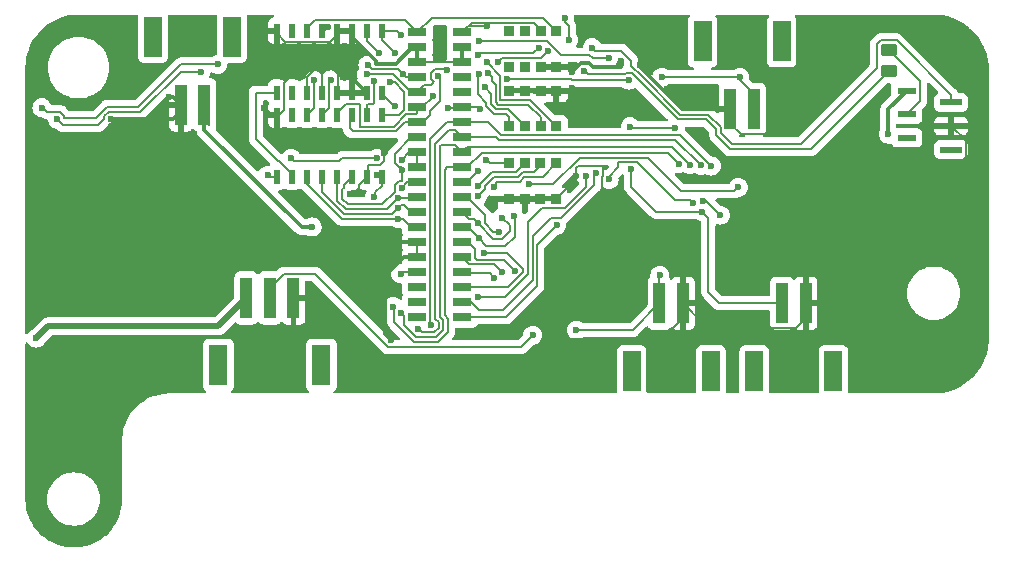
<source format=gbr>
%TF.GenerationSoftware,KiCad,Pcbnew,8.0.4*%
%TF.CreationDate,2025-03-13T09:59:00-07:00*%
%TF.ProjectId,keyboard_board,6b657962-6f61-4726-945f-626f6172642e,rev?*%
%TF.SameCoordinates,Original*%
%TF.FileFunction,Copper,L1,Top*%
%TF.FilePolarity,Positive*%
%FSLAX46Y46*%
G04 Gerber Fmt 4.6, Leading zero omitted, Abs format (unit mm)*
G04 Created by KiCad (PCBNEW 8.0.4) date 2025-03-13 09:59:00*
%MOMM*%
%LPD*%
G01*
G04 APERTURE LIST*
G04 Aperture macros list*
%AMRoundRect*
0 Rectangle with rounded corners*
0 $1 Rounding radius*
0 $2 $3 $4 $5 $6 $7 $8 $9 X,Y pos of 4 corners*
0 Add a 4 corners polygon primitive as box body*
4,1,4,$2,$3,$4,$5,$6,$7,$8,$9,$2,$3,0*
0 Add four circle primitives for the rounded corners*
1,1,$1+$1,$2,$3*
1,1,$1+$1,$4,$5*
1,1,$1+$1,$6,$7*
1,1,$1+$1,$8,$9*
0 Add four rect primitives between the rounded corners*
20,1,$1+$1,$2,$3,$4,$5,0*
20,1,$1+$1,$4,$5,$6,$7,0*
20,1,$1+$1,$6,$7,$8,$9,0*
20,1,$1+$1,$8,$9,$2,$3,0*%
G04 Aperture macros list end*
%TA.AperFunction,SMDPad,CuDef*%
%ADD10R,0.990600X3.505200*%
%TD*%
%TA.AperFunction,SMDPad,CuDef*%
%ADD11R,1.600200X3.505200*%
%TD*%
%TA.AperFunction,SMDPad,CuDef*%
%ADD12R,1.500000X3.400000*%
%TD*%
%TA.AperFunction,SMDPad,CuDef*%
%ADD13R,1.000000X3.500000*%
%TD*%
%TA.AperFunction,SMDPad,CuDef*%
%ADD14RoundRect,0.250000X0.450000X-0.262500X0.450000X0.262500X-0.450000X0.262500X-0.450000X-0.262500X0*%
%TD*%
%TA.AperFunction,SMDPad,CuDef*%
%ADD15R,1.650000X0.600000*%
%TD*%
%TA.AperFunction,SMDPad,CuDef*%
%ADD16R,1.850000X0.600000*%
%TD*%
%TA.AperFunction,SMDPad,CuDef*%
%ADD17R,1.600000X0.740000*%
%TD*%
%TA.AperFunction,SMDPad,CuDef*%
%ADD18R,0.900000X0.900000*%
%TD*%
%TA.AperFunction,SMDPad,CuDef*%
%ADD19R,0.508000X1.257300*%
%TD*%
%TA.AperFunction,ViaPad*%
%ADD20C,0.600000*%
%TD*%
%TA.AperFunction,Conductor*%
%ADD21C,0.200000*%
%TD*%
%TA.AperFunction,Conductor*%
%ADD22C,0.350000*%
%TD*%
%TA.AperFunction,Conductor*%
%ADD23C,0.500000*%
%TD*%
G04 APERTURE END LIST*
D10*
%TO.P,J4,1,1*%
%TO.N,VBUS*%
X199136000Y-99969142D03*
%TO.P,J4,2,2*%
%TO.N,RGB*%
X201136001Y-99969142D03*
%TO.P,J4,3,3*%
%TO.N,GND*%
X203136002Y-99969142D03*
D11*
%TO.P,J4,4*%
%TO.N,N/C*%
X205486002Y-105664000D03*
%TO.P,J4,5*%
X196786000Y-105664000D03*
%TD*%
D12*
%TO.P,P4,P2*%
%TO.N,N/C*%
X237775000Y-78232000D03*
%TO.P,P4,P1*%
X244475000Y-78232000D03*
D13*
%TO.P,P4,2,2*%
%TO.N,GND*%
X240125000Y-83982000D03*
%TO.P,P4,1,1*%
%TO.N,PowerSwitch*%
X242125000Y-83982000D03*
%TD*%
D14*
%TO.P,R1,1*%
%TO.N,TP_TX*%
X253525000Y-80787500D03*
%TO.P,R1,2*%
%TO.N,Net-(J2-Pin_3)*%
X253525000Y-78962500D03*
%TD*%
D15*
%TO.P,J2,1,Pin_1*%
%TO.N,+3.3V*%
X255063439Y-82409649D03*
D16*
%TO.P,J2,2,Pin_2*%
%TO.N,TP_RX*%
X258813439Y-83409649D03*
D15*
%TO.P,J2,3,Pin_3*%
%TO.N,Net-(J2-Pin_3)*%
X255063439Y-84409649D03*
D16*
%TO.P,J2,4,Pin_4*%
%TO.N,GND*%
X258813439Y-85409649D03*
D15*
%TO.P,J2,5,Pin_5*%
%TO.N,unconnected-(J2-Pin_5-Pad5)*%
X255063439Y-86409649D03*
D16*
%TO.P,J2,6,Pin_6*%
%TO.N,unconnected-(J2-Pin_6-Pad6)*%
X258813439Y-87409649D03*
%TD*%
D13*
%TO.P,P2,1,1*%
%TO.N,LidSwitch*%
X234125424Y-100422979D03*
%TO.P,P2,2,2*%
%TO.N,GND*%
X236125424Y-100422979D03*
D12*
%TO.P,P2,P1*%
%TO.N,N/C*%
X231775424Y-106172979D03*
%TO.P,P2,P2*%
X238475424Y-106172979D03*
%TD*%
D13*
%TO.P,P3,1,1*%
%TO.N,+3.3V*%
X195600000Y-83630000D03*
%TO.P,P3,2,2*%
%TO.N,GND*%
X193600000Y-83630000D03*
D12*
%TO.P,P3,P1*%
%TO.N,N/C*%
X197950000Y-77880000D03*
%TO.P,P3,P2*%
X191250000Y-77880000D03*
%TD*%
D17*
%TO.P,J1,1,Pin_1*%
%TO.N,Meta 1 (Fn)*%
X217425000Y-101615000D03*
%TO.P,J1,2,Pin_2*%
%TO.N,unconnected-(J1-Pin_2-Pad2)*%
X213625000Y-101615000D03*
%TO.P,J1,3,Pin_3*%
%TO.N,Meta 3 (Option)*%
X217425000Y-100345000D03*
%TO.P,J1,4,Pin_4*%
%TO.N,unconnected-(J1-Pin_4-Pad4)*%
X213625000Y-100345000D03*
%TO.P,J1,5,Pin_5*%
%TO.N,Meta 5 (Command)*%
X217425000Y-99075000D03*
%TO.P,J1,6,Pin_6*%
%TO.N,unconnected-(J1-Pin_6-Pad6)*%
X213625000Y-99075000D03*
%TO.P,J1,7,Pin_7*%
%TO.N,Row 7*%
X217425000Y-97805000D03*
%TO.P,J1,8,Pin_8*%
%TO.N,Caps LED V+*%
X213625000Y-97805000D03*
%TO.P,J1,9,Pin_9*%
%TO.N,Row 9*%
X217425000Y-96535000D03*
%TO.P,J1,10,Pin_10*%
%TO.N,GND*%
X213625000Y-96535000D03*
%TO.P,J1,11,Pin_11*%
%TO.N,Row 11*%
X217425000Y-95265000D03*
%TO.P,J1,12,Pin_12*%
%TO.N,GND*%
X213625000Y-95265000D03*
%TO.P,J1,13,Pin_13*%
%TO.N,Meta 13 (Ctrl)*%
X217425000Y-93995000D03*
%TO.P,J1,14,Pin_14*%
%TO.N,Col 14*%
X213625000Y-93995000D03*
%TO.P,J1,15,Pin_15*%
%TO.N,Meta 15 (L Shift)*%
X217425000Y-92725000D03*
%TO.P,J1,16,Pin_16*%
%TO.N,Col 16*%
X213625000Y-92725000D03*
%TO.P,J1,17,Pin_17*%
%TO.N,Row 17*%
X217425000Y-91455000D03*
%TO.P,J1,18,Pin_18*%
%TO.N,Col 18*%
X213625000Y-91455000D03*
%TO.P,J1,19,Pin_19*%
%TO.N,Meta 19 (R Option)*%
X217425000Y-90185000D03*
%TO.P,J1,20,Pin_20*%
%TO.N,Power LED V+*%
X213625000Y-90185000D03*
%TO.P,J1,21,Pin_21*%
%TO.N,Row 21*%
X217425000Y-88915000D03*
%TO.P,J1,22,Pin_22*%
%TO.N,GND*%
X213625000Y-88915000D03*
%TO.P,J1,23,Pin_23*%
%TO.N,Row 23*%
X217425000Y-87645000D03*
%TO.P,J1,24,Pin_24*%
%TO.N,GND*%
X213625000Y-87645000D03*
%TO.P,J1,25,Pin_25*%
%TO.N,Row 25*%
X217425000Y-86375000D03*
%TO.P,J1,26,Pin_26*%
%TO.N,Col 26*%
X213625000Y-86375000D03*
%TO.P,J1,27,Pin_27*%
%TO.N,Row 27*%
X217425000Y-85105000D03*
%TO.P,J1,28,Pin_28*%
%TO.N,Col 28*%
X213625000Y-85105000D03*
%TO.P,J1,29,Pin_29*%
%TO.N,Meta 29 (R Shift)*%
X217425000Y-83835000D03*
%TO.P,J1,30,Pin_30*%
%TO.N,Col 30*%
X213625000Y-83835000D03*
%TO.P,J1,31,Pin_31*%
%TO.N,unconnected-(J1-Pin_31-Pad31)*%
X217425000Y-82565000D03*
%TO.P,J1,32,Pin_32*%
%TO.N,Col 32*%
X213625000Y-82565000D03*
%TO.P,J1,33,Pin_33*%
%TO.N,unconnected-(J1-Pin_33-Pad33)*%
X217425000Y-81295000D03*
%TO.P,J1,34,Pin_34*%
%TO.N,Col 34*%
X213625000Y-81295000D03*
%TO.P,J1,35,Pin_35*%
%TO.N,GND*%
X217425000Y-80025000D03*
%TO.P,J1,36,Pin_36*%
X213625000Y-80025000D03*
%TO.P,J1,37,Pin_37*%
X217425000Y-78755000D03*
%TO.P,J1,38,Pin_38*%
X213625000Y-78755000D03*
%TO.P,J1,39,Pin_39*%
%TO.N,Col 39*%
X217425000Y-77485000D03*
%TO.P,J1,40,Pin_40*%
%TO.N,Col 40*%
X213625000Y-77485000D03*
%TD*%
D18*
%TO.P,RN3,8,R1.2*%
%TO.N,GND*%
X225400000Y-80400000D03*
%TO.P,RN3,7,R2.2*%
X224060000Y-80400000D03*
%TO.P,RN3,6,R3.2*%
%TO.N,unconnected-(RN3-R3.2-Pad6)*%
X222740000Y-80400000D03*
%TO.P,RN3,5,R4.2*%
%TO.N,unconnected-(RN3-R4.2-Pad5)*%
X221400000Y-80400000D03*
%TO.P,RN3,4,R4.1*%
%TO.N,unconnected-(RN3-R4.1-Pad4)*%
X221400000Y-77400000D03*
%TO.P,RN3,3,R3.1*%
%TO.N,unconnected-(RN3-R3.1-Pad3)*%
X222740000Y-77400000D03*
%TO.P,RN3,2,R2.1*%
%TO.N,Col 39*%
X224060000Y-77400000D03*
%TO.P,RN3,1,R1.1*%
%TO.N,Col 40*%
X225400000Y-77400000D03*
%TD*%
D19*
%TO.P,U2,1,~{PL}*%
%TO.N,Paralell Latch*%
X210620000Y-77352450D03*
%TO.P,U2,2,CP*%
%TO.N,Shift Clock*%
X209350000Y-77352450D03*
%TO.P,U2,3,D4*%
%TO.N,GND*%
X208080000Y-77352450D03*
%TO.P,U2,4,D5*%
X206810000Y-77352450D03*
%TO.P,U2,5,D6*%
%TO.N,Col 39*%
X205540000Y-77352450D03*
%TO.P,U2,6,D7*%
%TO.N,Col 40*%
X204270000Y-77352450D03*
%TO.P,U2,7,~{Q7}*%
%TO.N,unconnected-(U2-~{Q7}-Pad7)*%
X203000000Y-77352450D03*
%TO.P,U2,8,GND*%
%TO.N,GND*%
X201730000Y-77352450D03*
%TO.P,U2,9,Q7*%
%TO.N,Shift*%
X201730000Y-82597550D03*
%TO.P,U2,10,DS*%
%TO.N,unconnected-(U2-DS-Pad10)*%
X203000000Y-82597550D03*
%TO.P,U2,11,D0*%
%TO.N,GND*%
X204270000Y-82597550D03*
%TO.P,U2,12,D1*%
X205540000Y-82597550D03*
%TO.P,U2,13,D2*%
X206810000Y-82597550D03*
%TO.P,U2,14,D3*%
X208080000Y-82597550D03*
%TO.P,U2,15,~{CE}*%
X209350000Y-82597550D03*
%TO.P,U2,16,VCC*%
%TO.N,+3.3V*%
X210620000Y-82597550D03*
%TD*%
D18*
%TO.P,RN1,1,R1.1*%
%TO.N,GND*%
X221375000Y-91575000D03*
%TO.P,RN1,2,R2.1*%
X222715000Y-91575000D03*
%TO.P,RN1,3,R3.1*%
X224035000Y-91575000D03*
%TO.P,RN1,4,R4.1*%
X225375000Y-91575000D03*
%TO.P,RN1,5,R4.2*%
%TO.N,Col 14*%
X225375000Y-88575000D03*
%TO.P,RN1,6,R3.2*%
%TO.N,Col 16*%
X224035000Y-88575000D03*
%TO.P,RN1,7,R2.2*%
%TO.N,Col 18*%
X222715000Y-88575000D03*
%TO.P,RN1,8,R1.2*%
%TO.N,Col 26*%
X221375000Y-88575000D03*
%TD*%
D19*
%TO.P,U3,1,~{PL}*%
%TO.N,Paralell Latch*%
X210630000Y-84454900D03*
%TO.P,U3,2,CP*%
%TO.N,Shift Clock*%
X209360000Y-84454900D03*
%TO.P,U3,3,D4*%
%TO.N,Col 28*%
X208090000Y-84454900D03*
%TO.P,U3,4,D5*%
%TO.N,Col 30*%
X206820000Y-84454900D03*
%TO.P,U3,5,D6*%
%TO.N,Col 32*%
X205550000Y-84454900D03*
%TO.P,U3,6,D7*%
%TO.N,Col 34*%
X204280000Y-84454900D03*
%TO.P,U3,7,~{Q7}*%
%TO.N,unconnected-(U3-~{Q7}-Pad7)*%
X203010000Y-84454900D03*
%TO.P,U3,8,GND*%
%TO.N,GND*%
X201740000Y-84454900D03*
%TO.P,U3,9,Q7*%
%TO.N,Serial Out*%
X201740000Y-89700000D03*
%TO.P,U3,10,DS*%
%TO.N,Shift*%
X203010000Y-89700000D03*
%TO.P,U3,11,D0*%
%TO.N,Col 14*%
X204280000Y-89700000D03*
%TO.P,U3,12,D1*%
%TO.N,Col 16*%
X205550000Y-89700000D03*
%TO.P,U3,13,D2*%
%TO.N,Col 18*%
X206820000Y-89700000D03*
%TO.P,U3,14,D3*%
%TO.N,Col 26*%
X208090000Y-89700000D03*
%TO.P,U3,15,~{CE}*%
%TO.N,GND*%
X209360000Y-89700000D03*
%TO.P,U3,16,VCC*%
%TO.N,+3.3V*%
X210630000Y-89700000D03*
%TD*%
D18*
%TO.P,RN2,1,R1.1*%
%TO.N,GND*%
X225400000Y-82450000D03*
%TO.P,RN2,2,R2.1*%
X224060000Y-82450000D03*
%TO.P,RN2,3,R3.1*%
X222740000Y-82450000D03*
%TO.P,RN2,4,R4.1*%
X221400000Y-82450000D03*
%TO.P,RN2,5,R4.2*%
%TO.N,Col 28*%
X221400000Y-85450000D03*
%TO.P,RN2,6,R3.2*%
%TO.N,Col 30*%
X222740000Y-85450000D03*
%TO.P,RN2,7,R2.2*%
%TO.N,Col 32*%
X224060000Y-85450000D03*
%TO.P,RN2,8,R1.2*%
%TO.N,Col 34*%
X225400000Y-85450000D03*
%TD*%
D13*
%TO.P,P1,1,1*%
%TO.N,MouseButton *%
X244500424Y-100422979D03*
%TO.P,P1,2,2*%
%TO.N,GND*%
X246500424Y-100422979D03*
D12*
%TO.P,P1,P1*%
%TO.N,N/C*%
X242150424Y-106172979D03*
%TO.P,P1,P2*%
X248850424Y-106172979D03*
%TD*%
D20*
%TO.N,RGB*%
X223393000Y-103124000D03*
%TO.N,VBUS*%
X181356000Y-103378000D03*
%TO.N,+3.3V*%
X210185000Y-89535000D03*
X211709000Y-83693000D03*
%TO.N,Meta 3 (Option)*%
X231648000Y-85471000D03*
X228727000Y-89408000D03*
%TO.N,GND*%
X230886000Y-79883000D03*
X232494670Y-80244925D03*
X226695000Y-82169000D03*
X226719235Y-80869950D03*
%TO.N,TP_RX*%
X228429735Y-78783265D03*
%TO.N,Col 16*%
X211994963Y-92371433D03*
X218725002Y-91322455D03*
%TO.N,Col 26*%
X219461473Y-88290000D03*
X212324998Y-89100000D03*
%TO.N,GND*%
X227076000Y-89662000D03*
X192600000Y-82980000D03*
X232590000Y-95260000D03*
X186630000Y-103600000D03*
X224640000Y-103480000D03*
X187706000Y-84836000D03*
X211410000Y-103540000D03*
X210825002Y-87657998D03*
X205710000Y-93350000D03*
X207886500Y-91173500D03*
X212323234Y-88253234D03*
X199510000Y-103600000D03*
X200610000Y-83850000D03*
%TO.N,Caps LED V+*%
X236930000Y-91948000D03*
X218775000Y-99900000D03*
X212200000Y-97900000D03*
X227908622Y-89662000D03*
X229860025Y-89932001D03*
%TO.N,Meta 5 (Command)*%
X219300000Y-96130000D03*
%TO.N,Col 18*%
X218725002Y-90522452D03*
X211991403Y-91519344D03*
%TO.N,Col 30*%
X219325000Y-82150000D03*
X214944265Y-82856246D03*
%TO.N,Meta 13 (Ctrl)*%
X221770000Y-93004734D03*
X218820000Y-94890000D03*
%TO.N,Row 21*%
X235745796Y-88587386D03*
X211590000Y-100700000D03*
%TO.N,Meta 15 (L Shift)*%
X218724232Y-93597265D03*
X220778064Y-93160000D03*
%TO.N,Col 39*%
X219522534Y-76972154D03*
X206050000Y-77023800D03*
%TO.N,Meta 1 (Fn)*%
X225425000Y-93810000D03*
%TO.N,Col 14*%
X220099957Y-90564259D03*
X212025000Y-93250000D03*
%TO.N,Row 17*%
X220570000Y-94360000D03*
%TO.N,Col 28*%
X215402545Y-81200000D03*
X218807029Y-81013901D03*
%TO.N,Row 23*%
X236690470Y-88683530D03*
X212275000Y-101221511D03*
%TO.N,Row 11*%
X221870000Y-97656553D03*
%TO.N,Meta 29 (R Shift)*%
X218912152Y-83962991D03*
X216225000Y-83875000D03*
%TO.N,Col 34*%
X219495093Y-80004907D03*
X212399468Y-80990938D03*
X204900000Y-81550000D03*
X209439756Y-80248903D03*
%TO.N,Row 9*%
X220750337Y-97769663D03*
%TO.N,Row 7*%
X220146788Y-98294766D03*
%TO.N,Row 27*%
X214821804Y-102289217D03*
X238506000Y-88802000D03*
%TO.N,Row 25*%
X237609636Y-88754166D03*
X213681246Y-102581246D03*
%TO.N,Power LED V+*%
X212300000Y-90650000D03*
X240792000Y-90602000D03*
X223090000Y-90350000D03*
%TO.N,Col 32*%
X206300000Y-81500000D03*
X209328823Y-81041177D03*
X216103328Y-80670000D03*
X219603878Y-80942939D03*
%TO.N,Meta 19 (R Option)*%
X218725002Y-89250000D03*
X202946000Y-88138000D03*
X210185000Y-88138000D03*
%TO.N,+3.3V*%
X253492000Y-86106000D03*
X204720000Y-93960000D03*
X209991403Y-91450000D03*
%TO.N,TP_TX*%
X196720000Y-80200000D03*
X218759727Y-79413901D03*
X223901000Y-78790000D03*
X227748000Y-80737000D03*
X181830000Y-83860000D03*
%TO.N,TP_RX*%
X183134000Y-84836000D03*
X220449998Y-80000000D03*
X195300000Y-80800000D03*
X224650962Y-79068492D03*
%TO.N,Serial Out*%
X226090000Y-76299026D03*
X226447765Y-78105000D03*
X200950000Y-89575000D03*
%TO.N,Shift Clock*%
X231521000Y-81534000D03*
X209959291Y-81617090D03*
X210361047Y-79236451D03*
X221250000Y-81462843D03*
%TO.N,Paralell Latch*%
X218880000Y-78180000D03*
X211304345Y-81714333D03*
X229835000Y-79657500D03*
X211710000Y-79240000D03*
X212230121Y-77699026D03*
%TO.N,MouseButton *%
X231737422Y-89090000D03*
X237700735Y-92666735D03*
%TO.N,RGB*%
X239268000Y-92964000D03*
X237789787Y-91729153D03*
%TO.N,LidSwitch*%
X234150000Y-98050000D03*
X227090000Y-102700000D03*
%TO.N,Meta 3 (Option)*%
X235442000Y-85598000D03*
%TO.N,PowerSwitch*%
X234315000Y-81280000D03*
X240919000Y-81280000D03*
%TD*%
D21*
%TO.N,TP_TX*%
X193614314Y-80200000D02*
X190013314Y-83801000D01*
X187326785Y-83801000D02*
X186418785Y-84709000D01*
X182280000Y-84236000D02*
X181904000Y-83860000D01*
X186418785Y-84709000D02*
X183734000Y-84709000D01*
X190013314Y-83801000D02*
X187326785Y-83801000D01*
X196720000Y-80200000D02*
X193614314Y-80200000D01*
X183734000Y-84709000D02*
X183734000Y-84587471D01*
X183734000Y-84587471D02*
X183382529Y-84236000D01*
X183382529Y-84236000D02*
X182280000Y-84236000D01*
X181904000Y-83860000D02*
X181830000Y-83860000D01*
%TO.N,TP_RX*%
X183134000Y-84836000D02*
X183642000Y-85344000D01*
X183642000Y-85344000D02*
X186563000Y-85344000D01*
X187106000Y-84801000D02*
X187106000Y-84587471D01*
X186563000Y-85344000D02*
X187106000Y-84801000D01*
X187106000Y-84587471D02*
X187492471Y-84201000D01*
X187492471Y-84201000D02*
X190179000Y-84201000D01*
X190179000Y-84201000D02*
X193580000Y-80800000D01*
X193580000Y-80800000D02*
X195300000Y-80800000D01*
D22*
%TO.N,GND*%
X187706000Y-84836000D02*
X192913000Y-84836000D01*
X193600000Y-84149000D02*
X193600000Y-83630000D01*
X192913000Y-84836000D02*
X193600000Y-84149000D01*
D21*
%TO.N,Row 25*%
X216825000Y-85775000D02*
X216325000Y-85775000D01*
X215125000Y-101743884D02*
X215421804Y-102040688D01*
X217425000Y-86375000D02*
X216825000Y-85775000D01*
X216325000Y-85775000D02*
X215125000Y-86975000D01*
X215070333Y-102889217D02*
X213989217Y-102889217D01*
X215125000Y-86975000D02*
X215125000Y-101743884D01*
X215421804Y-102040688D02*
X215421804Y-102537746D01*
X215421804Y-102537746D02*
X215070333Y-102889217D01*
X213989217Y-102889217D02*
X213681246Y-102581246D01*
%TO.N,RGB*%
X201136001Y-99969142D02*
X201136001Y-99121701D01*
X204938013Y-97916542D02*
X211161471Y-104140000D01*
X201136001Y-99121701D02*
X202341160Y-97916542D01*
X202341160Y-97916542D02*
X204938013Y-97916542D01*
D22*
%TO.N,GND*%
X203136002Y-99969142D02*
X203136002Y-102298998D01*
X203136002Y-102298998D02*
X202819000Y-102616000D01*
X202819000Y-102616000D02*
X200494000Y-102616000D01*
X200494000Y-102616000D02*
X199510000Y-103600000D01*
D23*
%TO.N,VBUS*%
X181356000Y-103378000D02*
X182372000Y-102362000D01*
X182372000Y-102362000D02*
X196743142Y-102362000D01*
X196743142Y-102362000D02*
X199136000Y-99969142D01*
D21*
%TO.N,RGB*%
X222377000Y-104140000D02*
X211161471Y-104140000D01*
X223393000Y-103124000D02*
X222377000Y-104140000D01*
D22*
%TO.N,GND*%
X199510000Y-103600000D02*
X199161000Y-103251000D01*
X186979000Y-103251000D02*
X186630000Y-103600000D01*
X199161000Y-103251000D02*
X186979000Y-103251000D01*
D21*
%TO.N,+3.3V*%
X210185000Y-89535000D02*
X210465000Y-89535000D01*
X210465000Y-89535000D02*
X210630000Y-89700000D01*
%TO.N,GND*%
X208644000Y-90628650D02*
X208644000Y-90416000D01*
X207886500Y-91173500D02*
X208099150Y-91173500D01*
X208099150Y-91173500D02*
X208644000Y-90628650D01*
X208644000Y-90416000D02*
X209360000Y-89700000D01*
%TO.N,+3.3V*%
X211709000Y-83820000D02*
X211709000Y-83693000D01*
X210620000Y-82731000D02*
X211709000Y-83820000D01*
X210620000Y-82597550D02*
X210620000Y-82731000D01*
%TO.N,Paralell Latch*%
X211304345Y-81714333D02*
X211708647Y-81714333D01*
X212525000Y-84035000D02*
X212497942Y-84035000D01*
X211708647Y-81714333D02*
X212525000Y-82530686D01*
X212525000Y-82530686D02*
X212525000Y-84035000D01*
X212497942Y-84035000D02*
X212078042Y-84454900D01*
X212078042Y-84454900D02*
X210630000Y-84454900D01*
%TO.N,Col 30*%
X206820000Y-84454900D02*
X206820000Y-84305000D01*
X206820000Y-84305000D02*
X207598750Y-83526250D01*
X207598750Y-83526250D02*
X208806000Y-83526250D01*
X208806000Y-83526250D02*
X208806000Y-85453000D01*
X211645628Y-85453000D02*
X212663628Y-84435000D01*
X208806000Y-85453000D02*
X211645628Y-85453000D01*
X212663628Y-84435000D02*
X213507000Y-84435000D01*
X213507000Y-84435000D02*
X213625000Y-84317000D01*
X213625000Y-84317000D02*
X213625000Y-83835000D01*
%TO.N,Col 28*%
X213625000Y-85105000D02*
X212559314Y-85105000D01*
X207899000Y-85598000D02*
X207899000Y-84645900D01*
X212559314Y-85105000D02*
X211811314Y-85853000D01*
X208154000Y-85853000D02*
X207899000Y-85598000D01*
X211811314Y-85853000D02*
X208154000Y-85853000D01*
X207899000Y-84645900D02*
X208090000Y-84454900D01*
%TO.N,GND*%
X210689264Y-87793736D02*
X210785000Y-87889471D01*
X210785000Y-87889471D02*
X210785000Y-88386529D01*
X210825002Y-87657998D02*
X210689264Y-87793736D01*
X210785000Y-88386529D02*
X210433529Y-88738000D01*
X210433529Y-88738000D02*
X209423000Y-88738000D01*
X209423000Y-88738000D02*
X209423000Y-89637000D01*
X209423000Y-89637000D02*
X209360000Y-89700000D01*
%TO.N,Meta 19 (R Option)*%
X203208000Y-88400000D02*
X202946000Y-88138000D01*
X210185000Y-88138000D02*
X207264000Y-88138000D01*
X207002000Y-88400000D02*
X203208000Y-88400000D01*
X207264000Y-88138000D02*
X207002000Y-88400000D01*
%TO.N,Shift Clock*%
X209959291Y-81617090D02*
X209959291Y-83470909D01*
X209904000Y-83526200D02*
X209462800Y-83526200D01*
X209462800Y-83526200D02*
X209360000Y-83629000D01*
X209360000Y-83629000D02*
X209360000Y-84454900D01*
X209959291Y-83470909D02*
X209904000Y-83526200D01*
%TO.N,MouseButton *%
X231737422Y-89090000D02*
X231737422Y-90571108D01*
X231737422Y-90571108D02*
X233833049Y-92666735D01*
X233833049Y-92666735D02*
X237700735Y-92666735D01*
%TO.N,GND*%
X227076000Y-89662000D02*
X227076000Y-88939686D01*
X227076000Y-88939686D02*
X227223686Y-88792000D01*
X227223686Y-88792000D02*
X229235000Y-88792000D01*
X229235000Y-88792000D02*
X229327000Y-88884000D01*
X229327000Y-88884000D02*
X229327000Y-89656529D01*
X229327000Y-89656529D02*
X229235000Y-89748529D01*
X229235000Y-91115000D02*
X232640000Y-94520000D01*
X229235000Y-89748529D02*
X229235000Y-91115000D01*
%TO.N,Meta 3 (Option)*%
X228600000Y-89535000D02*
X228727000Y-89408000D01*
X228600000Y-90424000D02*
X228600000Y-89535000D01*
X225814000Y-93210000D02*
X228600000Y-90424000D01*
X224912000Y-93210000D02*
X225814000Y-93210000D01*
X223380000Y-94742000D02*
X224912000Y-93210000D01*
%TO.N,Caps LED V+*%
X227908622Y-89662000D02*
X227908622Y-90548954D01*
X227908622Y-90548954D02*
X226128576Y-92329000D01*
X226128576Y-92329000D02*
X224141000Y-92329000D01*
X222970000Y-93500000D02*
X222970000Y-97970768D01*
X224141000Y-92329000D02*
X222970000Y-93500000D01*
X222970000Y-97970768D02*
X221040768Y-99900000D01*
X221040768Y-99900000D02*
X218775000Y-99900000D01*
%TO.N,Meta 1 (Fn)*%
X221092000Y-101615000D02*
X217425000Y-101615000D01*
X225425000Y-93810000D02*
X223780000Y-95455000D01*
X223780000Y-95455000D02*
X223780000Y-98927000D01*
X223780000Y-98927000D02*
X221092000Y-101615000D01*
%TO.N,Meta 3 (Option)*%
X223380000Y-98438000D02*
X223380000Y-94742000D01*
X220853000Y-100965000D02*
X223380000Y-98438000D01*
X218821000Y-100965000D02*
X220853000Y-100965000D01*
X218201000Y-100345000D02*
X218821000Y-100965000D01*
X217425000Y-100345000D02*
X218201000Y-100345000D01*
%TO.N,Serial Out*%
X226447765Y-78105000D02*
X226447765Y-76947765D01*
X226090000Y-76590000D02*
X226090000Y-76299026D01*
X226447765Y-76947765D02*
X226090000Y-76590000D01*
%TO.N,Shift*%
X201730000Y-82597550D02*
X199950000Y-82597550D01*
X201805685Y-88365685D02*
X201903685Y-88365685D01*
X199950000Y-82597550D02*
X199950000Y-86510000D01*
X199950000Y-86510000D02*
X201805685Y-88365685D01*
X201903685Y-88365685D02*
X203010000Y-89472000D01*
X203010000Y-89472000D02*
X203010000Y-89700000D01*
%TO.N,Col 26*%
X212324998Y-89100000D02*
X212324998Y-88853234D01*
X212324998Y-88853234D02*
X212074705Y-88853234D01*
X212074705Y-88853234D02*
X211723234Y-88501763D01*
X211723234Y-88501763D02*
X211723234Y-87776766D01*
X211723234Y-87776766D02*
X213125000Y-86375000D01*
X213125000Y-86375000D02*
X213625000Y-86375000D01*
%TO.N,GND*%
X225400000Y-82450000D02*
X226414000Y-82450000D01*
X226414000Y-82450000D02*
X226695000Y-82169000D01*
%TO.N,TP_RX*%
X224650962Y-79068492D02*
X224069454Y-79650000D01*
X224069454Y-79650000D02*
X220799998Y-79650000D01*
X220799998Y-79650000D02*
X220449998Y-80000000D01*
%TO.N,TP_TX*%
X223441000Y-79250000D02*
X218923628Y-79250000D01*
X223901000Y-78790000D02*
X223441000Y-79250000D01*
X218923628Y-79250000D02*
X218759727Y-79413901D01*
%TO.N,GND*%
X227076000Y-89874000D02*
X225375000Y-91575000D01*
X227076000Y-89662000D02*
X227076000Y-89874000D01*
%TO.N,RGB*%
X237789787Y-91729153D02*
X237809526Y-91748892D01*
X238052892Y-91748892D02*
X239268000Y-92964000D01*
X237809526Y-91748892D02*
X238052892Y-91748892D01*
%TO.N,MouseButton *%
X237700735Y-92666735D02*
X238250000Y-93216000D01*
X238250000Y-93216000D02*
X238250000Y-99470000D01*
X238250000Y-99470000D02*
X239202979Y-100422979D01*
X239202979Y-100422979D02*
X244500424Y-100422979D01*
D22*
%TO.N,+3.3V*%
X253492000Y-83981088D02*
X255063439Y-82409649D01*
X253492000Y-86106000D02*
X253492000Y-83981088D01*
D21*
%TO.N,Col 16*%
X219325002Y-90490684D02*
X220090686Y-89725000D01*
X205550000Y-91014314D02*
X205550000Y-89700000D01*
X211994963Y-92371433D02*
X211516396Y-92850000D01*
X212241396Y-92125000D02*
X212525000Y-92125000D01*
X218725002Y-91322455D02*
X218773528Y-91322455D01*
X213125000Y-92725000D02*
X213625000Y-92725000D01*
X219325002Y-90770981D02*
X219325002Y-90490684D01*
X223465000Y-89325000D02*
X224035000Y-88755000D01*
X207385686Y-92850000D02*
X205550000Y-91014314D01*
X211516396Y-92850000D02*
X207385686Y-92850000D01*
X212525000Y-92125000D02*
X213125000Y-92725000D01*
X211994963Y-92371433D02*
X212241396Y-92125000D01*
X218773528Y-91322455D02*
X219325002Y-90770981D01*
X222530686Y-89325000D02*
X223465000Y-89325000D01*
X222130686Y-89725000D02*
X222530686Y-89325000D01*
X220090686Y-89725000D02*
X222130686Y-89725000D01*
X224035000Y-88755000D02*
X224035000Y-88575000D01*
%TO.N,Col 26*%
X210612218Y-92050000D02*
X207717058Y-92050000D01*
X211700000Y-90962218D02*
X210612218Y-92050000D01*
X212324998Y-89100000D02*
X212324998Y-90050000D01*
X212324998Y-90050000D02*
X212051471Y-90050000D01*
X212051471Y-90050000D02*
X211700000Y-90401471D01*
X207250000Y-91582942D02*
X207250000Y-90752650D01*
X207374000Y-90628650D02*
X207374000Y-90416000D01*
X207717058Y-92050000D02*
X207250000Y-91582942D01*
X211700000Y-90401471D02*
X211700000Y-90962218D01*
X219746473Y-88575000D02*
X221375000Y-88575000D01*
X207250000Y-90752650D02*
X207374000Y-90628650D01*
X207374000Y-90416000D02*
X208090000Y-89700000D01*
X219461473Y-88290000D02*
X219746473Y-88575000D01*
D22*
%TO.N,GND*%
X210110000Y-79940000D02*
X208080000Y-77910000D01*
X213625000Y-95265000D02*
X207625000Y-95265000D01*
D21*
X206256000Y-78281100D02*
X202446000Y-78281100D01*
D22*
X210915000Y-98095000D02*
X212475000Y-96535000D01*
X201740000Y-84454900D02*
X201214900Y-84454900D01*
D21*
X202834900Y-81280000D02*
X202375000Y-81739900D01*
X236125424Y-100422979D02*
X236125424Y-101672979D01*
X238175424Y-102472979D02*
X245700424Y-102472979D01*
X204270000Y-83130000D02*
X204270000Y-82597550D01*
D22*
X210915000Y-103045000D02*
X210915000Y-98095000D01*
D21*
X205200000Y-80350000D02*
X206250000Y-80350000D01*
X202375000Y-81725000D02*
X202375000Y-82075000D01*
D22*
X201214900Y-84454900D02*
X200610000Y-83850000D01*
D21*
X247625109Y-100422979D02*
X260038439Y-88009649D01*
X245700424Y-102472979D02*
X246500424Y-101672979D01*
D22*
X217425000Y-80025000D02*
X217425000Y-78755000D01*
X210110000Y-80142090D02*
X210110000Y-79940000D01*
D21*
X201730000Y-77352450D02*
X201730000Y-76977800D01*
X206810000Y-77352450D02*
X206810000Y-77727100D01*
X205540000Y-82597550D02*
X205540000Y-80690000D01*
X204270000Y-82597550D02*
X204270000Y-81280000D01*
X236125424Y-100422979D02*
X238175424Y-102472979D01*
X202446000Y-78281100D02*
X201730000Y-77565100D01*
X236125424Y-100422979D02*
X236125424Y-98094576D01*
X205540000Y-80690000D02*
X205200000Y-80350000D01*
X204270000Y-81280000D02*
X205200000Y-80350000D01*
D22*
X192950000Y-82980000D02*
X193600000Y-83630000D01*
D21*
X246500424Y-100422979D02*
X247625109Y-100422979D01*
D22*
X213625000Y-78755000D02*
X213195000Y-78755000D01*
X217425000Y-78755000D02*
X217960405Y-78755000D01*
D21*
X213625000Y-87645000D02*
X213625000Y-88915000D01*
X232640000Y-94520000D02*
X232590000Y-94570000D01*
X213625000Y-96535000D02*
X213625000Y-95265000D01*
D22*
X221400000Y-82450000D02*
X225400000Y-82450000D01*
D21*
X260038439Y-88009649D02*
X260038439Y-86634649D01*
D22*
X213195000Y-78755000D02*
X211807910Y-80142090D01*
D21*
X221375000Y-91575000D02*
X225375000Y-91575000D01*
D22*
X208080000Y-81327550D02*
X209350000Y-82597550D01*
D21*
X212931468Y-87645000D02*
X213625000Y-87645000D01*
D22*
X208080000Y-82597550D02*
X208080000Y-81327550D01*
D21*
X212323234Y-88253234D02*
X212931468Y-87645000D01*
X201730000Y-77565100D02*
X201730000Y-77352450D01*
X236125424Y-98094576D02*
X236170000Y-98050000D01*
D22*
X211410000Y-103540000D02*
X210915000Y-103045000D01*
D21*
X202375000Y-82075000D02*
X202375000Y-84075000D01*
D22*
X212475000Y-96535000D02*
X213625000Y-96535000D01*
D21*
X206900000Y-81000000D02*
X206250000Y-80350000D01*
D22*
X208080000Y-77910000D02*
X208080000Y-77352450D01*
D21*
X206810000Y-82597550D02*
X206900000Y-82507550D01*
D22*
X208080000Y-77352450D02*
X208080000Y-81327550D01*
X192600000Y-82980000D02*
X192950000Y-82980000D01*
X207625000Y-95265000D02*
X205710000Y-93350000D01*
D21*
X206900000Y-82507550D02*
X206900000Y-81000000D01*
X232590000Y-94570000D02*
X232590000Y-95260000D01*
X217425000Y-80025000D02*
X213625000Y-80025000D01*
X206810000Y-77352450D02*
X208080000Y-77352450D01*
D22*
X208080000Y-82597550D02*
X206810000Y-82597550D01*
D21*
X206810000Y-77727100D02*
X206256000Y-78281100D01*
X204270000Y-81280000D02*
X202834900Y-81280000D01*
X202375000Y-81739900D02*
X202375000Y-82075000D01*
X234318403Y-103480000D02*
X224640000Y-103480000D01*
X236125424Y-101672979D02*
X234318403Y-103480000D01*
D22*
X211807910Y-80142090D02*
X210110000Y-80142090D01*
D21*
X193600000Y-84880000D02*
X193600000Y-83630000D01*
X246500424Y-101672979D02*
X246500424Y-100422979D01*
X232640000Y-94520000D02*
X236170000Y-98050000D01*
D22*
X213625000Y-80025000D02*
X213625000Y-78755000D01*
D21*
X206810000Y-76960000D02*
X206810000Y-77352450D01*
X201782450Y-84667550D02*
X201740000Y-84667550D01*
X260038439Y-86634649D02*
X258813439Y-85409649D01*
X202375000Y-84075000D02*
X201782450Y-84667550D01*
%TO.N,Caps LED V+*%
X213625000Y-97805000D02*
X212295000Y-97805000D01*
X212295000Y-97805000D02*
X212200000Y-97900000D01*
%TO.N,Meta 5 (Command)*%
X219300000Y-96130000D02*
X221191976Y-96130000D01*
X222570000Y-97508024D02*
X222570000Y-97805082D01*
X221300082Y-99075000D02*
X217425000Y-99075000D01*
X222570000Y-97805082D02*
X221300082Y-99075000D01*
X221191976Y-96130000D02*
X222570000Y-97508024D01*
%TO.N,Col 18*%
X207551372Y-92450000D02*
X206820000Y-91718628D01*
X213125000Y-91455000D02*
X213625000Y-91455000D01*
X211991403Y-91519344D02*
X213060656Y-91519344D01*
X221965000Y-89325000D02*
X222715000Y-88575000D01*
X218727548Y-90522452D02*
X219925000Y-89325000D01*
X218725002Y-90522452D02*
X218727548Y-90522452D01*
X211060747Y-92450000D02*
X207551372Y-92450000D01*
X206820000Y-91718628D02*
X206820000Y-89700000D01*
X219925000Y-89325000D02*
X221965000Y-89325000D01*
X213060656Y-91519344D02*
X213125000Y-91455000D01*
X211991403Y-91519344D02*
X211060747Y-92450000D01*
%TO.N,Col 30*%
X214944265Y-82930264D02*
X214039529Y-83835000D01*
X221290000Y-84000000D02*
X222740000Y-85450000D01*
X219850000Y-83531371D02*
X220318629Y-84000000D01*
X219325000Y-82150000D02*
X219850000Y-82675000D01*
X219850000Y-82675000D02*
X219850000Y-83531371D01*
X220318629Y-84000000D02*
X221290000Y-84000000D01*
X214039529Y-83835000D02*
X213625000Y-83835000D01*
X214944265Y-82856246D02*
X214944265Y-82930264D01*
%TO.N,Meta 13 (Ctrl)*%
X221850000Y-94780000D02*
X221850000Y-93084734D01*
X221087254Y-95542746D02*
X221850000Y-94780000D01*
X217925000Y-93995000D02*
X217425000Y-93995000D01*
X218820000Y-94890000D02*
X219472746Y-95542746D01*
X221850000Y-93084734D02*
X221770000Y-93004734D01*
X218820000Y-94890000D02*
X217925000Y-93995000D01*
X219472746Y-95542746D02*
X221087254Y-95542746D01*
%TO.N,Row 21*%
X215987489Y-103103432D02*
X216221804Y-102869118D01*
X215925000Y-89155000D02*
X216165000Y-88915000D01*
X211675000Y-100785000D02*
X211675000Y-102000686D01*
X213363531Y-103689217D02*
X215401705Y-103689217D01*
X216221804Y-102869118D02*
X216221804Y-101709316D01*
X215925000Y-101412512D02*
X215925000Y-89155000D01*
X211590000Y-100700000D02*
X211675000Y-100785000D01*
X211675000Y-102000686D02*
X213363531Y-103689217D01*
X216165000Y-88915000D02*
X217425000Y-88915000D01*
X215401705Y-103689217D02*
X215987489Y-103103432D01*
X216221804Y-101709316D02*
X215925000Y-101412512D01*
%TO.N,Meta 15 (L Shift)*%
X218525000Y-93398033D02*
X218525000Y-93325000D01*
X220818529Y-94960000D02*
X220064314Y-94960000D01*
X220064314Y-94960000D02*
X218724232Y-93619918D01*
X221450000Y-94328529D02*
X220818529Y-94960000D01*
X218025000Y-93325000D02*
X217425000Y-92725000D01*
X221450000Y-93831936D02*
X220778064Y-93160000D01*
X218724232Y-93619918D02*
X218724232Y-93597265D01*
X218525000Y-93325000D02*
X218025000Y-93325000D01*
X221450000Y-93831936D02*
X221450000Y-94328529D01*
X218724232Y-93597265D02*
X218525000Y-93398033D01*
%TO.N,Col 39*%
X224060000Y-77220000D02*
X223490000Y-76650000D01*
X217425000Y-77485000D02*
X217855000Y-77485000D01*
X218260000Y-76650000D02*
X217425000Y-77485000D01*
X206050000Y-77023800D02*
X205721350Y-77352450D01*
X219522534Y-76972154D02*
X217937846Y-76972154D01*
X205721350Y-77352450D02*
X205540000Y-77352450D01*
X223490000Y-76650000D02*
X218260000Y-76650000D01*
X224060000Y-77474314D02*
X224060000Y-77400000D01*
X217937846Y-76972154D02*
X217425000Y-77485000D01*
X224060000Y-77400000D02*
X224060000Y-77220000D01*
%TO.N,Meta 1 (Fn)*%
X217425000Y-101615000D02*
X216925000Y-101615000D01*
%TO.N,Col 14*%
X220291031Y-90373185D02*
X220291031Y-90154655D01*
X220099957Y-90564259D02*
X220291031Y-90373185D01*
X222696372Y-89725000D02*
X224225000Y-89725000D01*
X207220000Y-93250000D02*
X204280000Y-90310000D01*
X212025000Y-93250000D02*
X212380000Y-93250000D01*
X220291031Y-90154655D02*
X220320686Y-90125000D01*
X204280000Y-90310000D02*
X204280000Y-89700000D01*
X220320686Y-90125000D02*
X222296372Y-90125000D01*
X212025000Y-93250000D02*
X207220000Y-93250000D01*
X212380000Y-93250000D02*
X213125000Y-93995000D01*
X213125000Y-93995000D02*
X213625000Y-93995000D01*
X224225000Y-89725000D02*
X225375000Y-88575000D01*
X222296372Y-90125000D02*
X222696372Y-89725000D01*
%TO.N,Col 40*%
X224250000Y-76250000D02*
X214860000Y-76250000D01*
X225400000Y-77400000D02*
X224250000Y-76250000D01*
X214860000Y-76250000D02*
X213625000Y-77485000D01*
X212563800Y-76423800D02*
X213625000Y-77485000D01*
X204986000Y-76423800D02*
X212563800Y-76423800D01*
X204270000Y-77352450D02*
X204270000Y-77139800D01*
X204270000Y-77139800D02*
X204986000Y-76423800D01*
%TO.N,Row 17*%
X220030000Y-94360000D02*
X219324232Y-93654232D01*
X220570000Y-94360000D02*
X220030000Y-94360000D01*
X219324232Y-93654232D02*
X219324232Y-92987012D01*
X217792220Y-91455000D02*
X217425000Y-91455000D01*
X219324232Y-92987012D02*
X217792220Y-91455000D01*
%TO.N,Col 28*%
X219450000Y-83440000D02*
X219450000Y-83697057D01*
X218807029Y-81023350D02*
X218725000Y-81105379D01*
X215402545Y-81200000D02*
X215544265Y-81341720D01*
X219450000Y-83697057D02*
X220152943Y-84400000D01*
X215544265Y-83330433D02*
X214725000Y-84149698D01*
X218725000Y-81105379D02*
X218725000Y-82715000D01*
X220152943Y-84400000D02*
X221124314Y-84400000D01*
X218725000Y-82715000D02*
X219450000Y-83440000D01*
X221400000Y-84675686D02*
X221400000Y-85450000D01*
X214725000Y-84505000D02*
X214125000Y-85105000D01*
X221124314Y-84400000D02*
X221400000Y-84675686D01*
X218807029Y-81013901D02*
X218807029Y-81023350D01*
X215544265Y-81341720D02*
X215544265Y-83330433D01*
X214725000Y-84149698D02*
X214725000Y-84505000D01*
X214125000Y-85105000D02*
X213625000Y-85105000D01*
%TO.N,Row 23*%
X215525000Y-101578198D02*
X215525000Y-87140686D01*
X213529217Y-103289217D02*
X215236019Y-103289217D01*
X215236019Y-103289217D02*
X215821804Y-102703432D01*
X215620686Y-87045000D02*
X216825000Y-87045000D01*
X212525000Y-101471511D02*
X212525000Y-102285000D01*
X215821804Y-101875002D02*
X215525000Y-101578198D01*
X215525000Y-87140686D02*
X215620686Y-87045000D01*
X216825000Y-87045000D02*
X217425000Y-87645000D01*
X212525000Y-102285000D02*
X213529217Y-103289217D01*
X212275000Y-101221511D02*
X212525000Y-101471511D01*
X215821804Y-102703432D02*
X215821804Y-101875002D01*
%TO.N,Row 11*%
X218685686Y-96730000D02*
X218525000Y-96569314D01*
X221870000Y-97656553D02*
X220943447Y-96730000D01*
X220943447Y-96730000D02*
X218685686Y-96730000D01*
X218525000Y-95865000D02*
X217925000Y-95265000D01*
X217925000Y-95265000D02*
X217425000Y-95265000D01*
X218525000Y-96569314D02*
X218525000Y-95865000D01*
%TO.N,Meta 29 (R Shift)*%
X218912152Y-83962991D02*
X218784161Y-83835000D01*
X216225000Y-83875000D02*
X217385000Y-83875000D01*
X217385000Y-83875000D02*
X217425000Y-83835000D01*
X218784161Y-83835000D02*
X217425000Y-83835000D01*
%TO.N,Col 34*%
X204875000Y-83859900D02*
X204875000Y-81575000D01*
X212025620Y-80617090D02*
X209807943Y-80617090D01*
X212399468Y-80990938D02*
X212703530Y-81295000D01*
X220650000Y-83200000D02*
X223150000Y-83200000D01*
X209807943Y-80617090D02*
X209439756Y-80248903D01*
X223150000Y-83200000D02*
X225400000Y-85450000D01*
X219514375Y-80004907D02*
X220650000Y-81140532D01*
X219495093Y-80004907D02*
X219514375Y-80004907D01*
X220650000Y-81140532D02*
X220650000Y-83200000D01*
X212703530Y-81295000D02*
X213625000Y-81295000D01*
X212399468Y-80990938D02*
X212025620Y-80617090D01*
X204280000Y-84454900D02*
X204875000Y-83859900D01*
X204875000Y-81575000D02*
X204900000Y-81550000D01*
%TO.N,Row 9*%
X218025000Y-97135000D02*
X217425000Y-96535000D01*
X220115675Y-97135000D02*
X218025000Y-97135000D01*
X220750337Y-97769662D02*
X220115675Y-97135000D01*
X220750337Y-97769663D02*
X220750337Y-97769662D01*
%TO.N,Row 7*%
X217510000Y-97890000D02*
X217425000Y-97805000D01*
X219742022Y-97890000D02*
X217510000Y-97890000D01*
X220146788Y-98294766D02*
X219742022Y-97890000D01*
%TO.N,Row 27*%
X217425000Y-85105000D02*
X216145000Y-85105000D01*
X214725000Y-102192413D02*
X214821804Y-102289217D01*
X216145000Y-85105000D02*
X214725000Y-86525000D01*
X214725000Y-86525000D02*
X214725000Y-102192413D01*
%TO.N,Power LED V+*%
X213625000Y-90185000D02*
X212765000Y-90185000D01*
X212765000Y-90185000D02*
X212300000Y-90650000D01*
%TO.N,Col 32*%
X216103328Y-80670000D02*
X216033328Y-80600000D01*
X209352910Y-81017090D02*
X211577090Y-81017090D01*
X219603878Y-80942939D02*
X219925000Y-81264061D01*
X214802545Y-80951471D02*
X214802545Y-81448529D01*
X220250000Y-81925000D02*
X220250000Y-83365685D01*
X206104000Y-81696000D02*
X206104000Y-83900900D01*
X219925000Y-81600000D02*
X220250000Y-81925000D01*
X214802545Y-81448529D02*
X215063672Y-81709656D01*
X222984314Y-83600000D02*
X224060000Y-84675686D01*
X206104000Y-83900900D02*
X205550000Y-84454900D01*
X224060000Y-84675686D02*
X224060000Y-85450000D01*
X216033328Y-80600000D02*
X215154016Y-80600000D01*
X215063672Y-81709656D02*
X214808328Y-81965000D01*
X219925000Y-81264061D02*
X219925000Y-81600000D01*
X209328823Y-81041177D02*
X209352910Y-81017090D01*
X213125000Y-82565000D02*
X213625000Y-82565000D01*
X220484315Y-83600000D02*
X222984314Y-83600000D01*
X206300000Y-81500000D02*
X206104000Y-81696000D01*
X211577090Y-81017090D02*
X213125000Y-82565000D01*
X215154016Y-80600000D02*
X214802545Y-80951471D01*
X220250000Y-83365685D02*
X220484315Y-83600000D01*
X214225000Y-81965000D02*
X213625000Y-82565000D01*
X214808328Y-81965000D02*
X214225000Y-81965000D01*
%TO.N,Meta 19 (R Option)*%
X217425000Y-90185000D02*
X216925000Y-90185000D01*
X217790002Y-90185000D02*
X217425000Y-90185000D01*
X218725002Y-89250000D02*
X217790002Y-90185000D01*
X217425000Y-90185000D02*
X216995000Y-90185000D01*
%TO.N,+3.3V*%
X195995000Y-85352500D02*
X195420000Y-84777500D01*
X209991403Y-91450000D02*
X210070000Y-91371403D01*
D22*
X203830000Y-93960000D02*
X195600000Y-85730000D01*
D21*
X195420000Y-84777500D02*
X195420000Y-82932500D01*
D22*
X204720000Y-93960000D02*
X203830000Y-93960000D01*
D21*
X210070000Y-91371403D02*
X210070000Y-91030000D01*
X210070000Y-91030000D02*
X210630000Y-90470000D01*
X210630000Y-90470000D02*
X210630000Y-89700000D01*
D22*
X195600000Y-85730000D02*
X195600000Y-83630000D01*
D21*
%TO.N,Serial Out*%
X201075000Y-89700000D02*
X200950000Y-89575000D01*
X201740000Y-89700000D02*
X201075000Y-89700000D01*
%TO.N,Shift Clock*%
X209350000Y-78225404D02*
X209350000Y-77352450D01*
X210361047Y-79236451D02*
X209350000Y-78225404D01*
X209959291Y-81617090D02*
X209904000Y-81672381D01*
%TO.N,Paralell Latch*%
X211710000Y-79240000D02*
X210620000Y-78150000D01*
X211883545Y-77352450D02*
X212230121Y-77699026D01*
X210620000Y-77352450D02*
X211883545Y-77352450D01*
X210620000Y-78150000D02*
X210620000Y-77352450D01*
%TO.N,Net-(J2-Pin_3)*%
X256188439Y-81625939D02*
X256188439Y-83284649D01*
X253525000Y-78962500D02*
X256188439Y-81625939D01*
X256188439Y-83284649D02*
X255063439Y-84409649D01*
%TO.N,LidSwitch*%
X234125424Y-100422979D02*
X234125424Y-98074576D01*
X231848403Y-102700000D02*
X234125424Y-100422979D01*
X234125424Y-98074576D02*
X234150000Y-98050000D01*
X227090000Y-102700000D02*
X231848403Y-102700000D01*
D22*
%TO.N,GND*%
X224060000Y-80400000D02*
X225400000Y-80400000D01*
D21*
X240125000Y-83982000D02*
X240125000Y-85232000D01*
%TO.N,Power LED V+*%
X240792000Y-90602000D02*
X240462000Y-90932000D01*
X233124000Y-88090000D02*
X227360000Y-88090000D01*
X227360000Y-88090000D02*
X225100000Y-90350000D01*
X240462000Y-90932000D02*
X235966000Y-90932000D01*
X235966000Y-90932000D02*
X233124000Y-88090000D01*
X225100000Y-90350000D02*
X223090000Y-90350000D01*
%TO.N,Caps LED V+*%
X229860025Y-89932001D02*
X229860025Y-89709975D01*
X229860025Y-89709975D02*
X230651000Y-88919000D01*
X230651000Y-88919000D02*
X230651000Y-88490000D01*
X232254000Y-88490000D02*
X235458000Y-91694000D01*
X230651000Y-88490000D02*
X232254000Y-88490000D01*
X236676000Y-91694000D02*
X236930000Y-91948000D01*
X235458000Y-91694000D02*
X236676000Y-91694000D01*
%TO.N,Row 27*%
X235904000Y-86200000D02*
X220700000Y-86200000D01*
X238506000Y-88802000D02*
X235904000Y-86200000D01*
X220700000Y-86200000D02*
X219605000Y-85105000D01*
X219605000Y-85105000D02*
X217425000Y-85105000D01*
%TO.N,Row 25*%
X237609636Y-88754166D02*
X235455470Y-86600000D01*
X235455470Y-86600000D02*
X220534314Y-86600000D01*
X220534314Y-86600000D02*
X220244314Y-86310000D01*
X220244314Y-86310000D02*
X217490000Y-86310000D01*
X217490000Y-86310000D02*
X217425000Y-86375000D01*
%TO.N,Row 23*%
X236690470Y-88683530D02*
X235206940Y-87200000D01*
X235206940Y-87200000D02*
X217870000Y-87200000D01*
X217870000Y-87200000D02*
X217425000Y-87645000D01*
%TO.N,Row 21*%
X235745796Y-88587386D02*
X234848410Y-87690000D01*
X234848410Y-87690000D02*
X219080000Y-87690000D01*
X219080000Y-87690000D02*
X217855000Y-88915000D01*
X217855000Y-88915000D02*
X217425000Y-88915000D01*
%TO.N,GND*%
X226249285Y-80400000D02*
X226719235Y-80869950D01*
X225400000Y-80400000D02*
X226249285Y-80400000D01*
%TO.N,Shift Clock*%
X226698314Y-81534000D02*
X226627157Y-81462843D01*
X226627157Y-81462843D02*
X221250000Y-81462843D01*
X231521000Y-81534000D02*
X226698314Y-81534000D01*
D22*
%TO.N,GND*%
X230886000Y-80391000D02*
X230886000Y-79883000D01*
X228177595Y-80051406D02*
X228517189Y-80391000D01*
X228517189Y-80391000D02*
X230886000Y-80391000D01*
X227478999Y-80051406D02*
X228177595Y-80051406D01*
X226719235Y-80811170D02*
X227478999Y-80051406D01*
X226719235Y-80869950D02*
X226719235Y-80811170D01*
D21*
%TO.N,Paralell Latch*%
X229835000Y-79657500D02*
X228455441Y-79657500D01*
X228455441Y-79657500D02*
X228172941Y-79375000D01*
X228172941Y-79375000D02*
X225806000Y-79375000D01*
X225806000Y-79375000D02*
X224611000Y-78180000D01*
X224611000Y-78180000D02*
X218880000Y-78180000D01*
%TO.N,GND*%
X240125000Y-85232000D02*
X240999000Y-86106000D01*
X244348000Y-86106000D02*
X245999000Y-84455000D01*
X240999000Y-86106000D02*
X244348000Y-86106000D01*
%TO.N,PowerSwitch*%
X242125000Y-82732000D02*
X242125000Y-83982000D01*
X240673000Y-81280000D02*
X242125000Y-82732000D01*
D22*
%TO.N,GND*%
X240125000Y-83982000D02*
X236062405Y-83982000D01*
X232410000Y-80329595D02*
X232410000Y-80264000D01*
X236062405Y-83982000D02*
X232410000Y-80329595D01*
D21*
%TO.N,TP_RX*%
X228429735Y-78783265D02*
X228703970Y-79057500D01*
X239325000Y-86032000D02*
X240269000Y-86976000D01*
X252525000Y-78465256D02*
X252840256Y-78150000D01*
X230909029Y-79057500D02*
X231738215Y-79886686D01*
X228703970Y-79057500D02*
X230909029Y-79057500D01*
X231738215Y-79886686D02*
X231738215Y-80337000D01*
X239325000Y-85528000D02*
X239325000Y-86032000D01*
X231738215Y-80337000D02*
X232521000Y-81119785D01*
X232521000Y-81119785D02*
X232528438Y-81119785D01*
X240269000Y-86976000D02*
X246067000Y-86976000D01*
X246067000Y-86976000D02*
X252525000Y-80518000D01*
X232528438Y-81119785D02*
X235865653Y-84457000D01*
X235865653Y-84457000D02*
X238254000Y-84457000D01*
X258813439Y-82753695D02*
X258813439Y-83409649D01*
X238254000Y-84457000D02*
X239325000Y-85528000D01*
X252525000Y-80518000D02*
X252525000Y-78465256D01*
X252840256Y-78150000D02*
X254209744Y-78150000D01*
X254209744Y-78150000D02*
X258813439Y-82753695D01*
%TO.N,TP_TX*%
X227748000Y-80737000D02*
X228037000Y-81026000D01*
X231180471Y-81026000D02*
X231272471Y-80934000D01*
X231769529Y-80934000D02*
X232355314Y-81519785D01*
X231272471Y-80934000D02*
X231769529Y-80934000D01*
X232355314Y-81519785D02*
X232362752Y-81519785D01*
X232362752Y-81519785D02*
X235699967Y-84857000D01*
X228037000Y-81026000D02*
X231180471Y-81026000D01*
X238925000Y-86197686D02*
X240103314Y-87376000D01*
X240103314Y-87376000D02*
X246936500Y-87376000D01*
X235699967Y-84857000D02*
X238088314Y-84857000D01*
X238088314Y-84857000D02*
X238925000Y-85693686D01*
X246936500Y-87376000D02*
X253525000Y-80787500D01*
X238925000Y-85693686D02*
X238925000Y-86197686D01*
%TO.N,PowerSwitch*%
X240411000Y-81280000D02*
X240919000Y-81280000D01*
X234315000Y-81280000D02*
X240411000Y-81280000D01*
X240411000Y-81280000D02*
X240673000Y-81280000D01*
%TO.N,Meta 3 (Option)*%
X231775000Y-85598000D02*
X235442000Y-85598000D01*
X231648000Y-85471000D02*
X231775000Y-85598000D01*
%TD*%
%TA.AperFunction,Conductor*%
%TO.N,GND*%
G36*
X243334259Y-75997120D02*
G01*
X243380014Y-76049924D01*
X243389958Y-76119082D01*
X243366487Y-76175745D01*
X243356478Y-76189116D01*
X243281203Y-76289669D01*
X243281202Y-76289671D01*
X243230908Y-76424517D01*
X243224501Y-76484116D01*
X243224501Y-76484123D01*
X243224500Y-76484135D01*
X243224500Y-79979870D01*
X243224501Y-79979876D01*
X243230908Y-80039483D01*
X243281202Y-80174328D01*
X243281206Y-80174335D01*
X243367452Y-80289544D01*
X243367455Y-80289547D01*
X243482664Y-80375793D01*
X243482671Y-80375797D01*
X243617517Y-80426091D01*
X243617516Y-80426091D01*
X243624444Y-80426835D01*
X243677127Y-80432500D01*
X245272872Y-80432499D01*
X245332483Y-80426091D01*
X245467331Y-80375796D01*
X245582546Y-80289546D01*
X245668796Y-80174331D01*
X245719091Y-80039483D01*
X245725500Y-79979873D01*
X245725499Y-76484128D01*
X245719091Y-76424517D01*
X245714591Y-76412453D01*
X245668797Y-76289671D01*
X245668796Y-76289669D01*
X245593522Y-76189116D01*
X245583512Y-76175745D01*
X245559096Y-76110282D01*
X245573947Y-76042009D01*
X245623352Y-75992603D01*
X245682780Y-75977435D01*
X257277533Y-75977435D01*
X257340718Y-75977435D01*
X257346127Y-75977553D01*
X257744620Y-75994953D01*
X257755362Y-75995893D01*
X258148143Y-76047606D01*
X258158770Y-76049479D01*
X258545550Y-76135228D01*
X258555988Y-76138025D01*
X258933812Y-76257155D01*
X258943954Y-76260846D01*
X259309965Y-76412455D01*
X259319763Y-76417025D01*
X259671154Y-76599948D01*
X259680501Y-76605345D01*
X259967587Y-76788240D01*
X260014614Y-76818200D01*
X260023475Y-76824404D01*
X260337777Y-77065578D01*
X260346051Y-77072522D01*
X260457819Y-77174939D01*
X260638111Y-77340147D01*
X260645761Y-77347796D01*
X260913401Y-77639877D01*
X260920354Y-77648164D01*
X261161506Y-77962440D01*
X261167711Y-77971301D01*
X261380562Y-78305411D01*
X261385971Y-78314780D01*
X261472551Y-78481100D01*
X261531385Y-78594121D01*
X261568890Y-78666167D01*
X261573461Y-78675971D01*
X261725058Y-79041961D01*
X261728758Y-79052126D01*
X261847880Y-79429934D01*
X261850680Y-79440383D01*
X261936422Y-79827145D01*
X261938300Y-79837798D01*
X261944466Y-79884630D01*
X261988657Y-80220297D01*
X261990007Y-80230547D01*
X261990950Y-80241324D01*
X262008382Y-80640613D01*
X262008500Y-80646021D01*
X262008500Y-103491413D01*
X262008227Y-103499642D01*
X261981971Y-103894390D01*
X261980783Y-103905142D01*
X261920125Y-104296739D01*
X261918004Y-104307347D01*
X261823447Y-104692160D01*
X261820410Y-104702542D01*
X261692677Y-105077646D01*
X261688747Y-105087725D01*
X261528800Y-105450286D01*
X261524006Y-105459983D01*
X261333076Y-105807211D01*
X261327455Y-105816454D01*
X261106984Y-106145727D01*
X261100579Y-106154444D01*
X260852261Y-106463235D01*
X260845121Y-106471362D01*
X260570815Y-106757355D01*
X260562994Y-106764827D01*
X260264817Y-107025818D01*
X260256373Y-107032581D01*
X259936596Y-107266580D01*
X259927596Y-107272582D01*
X259588627Y-107477830D01*
X259579139Y-107483024D01*
X259223564Y-107657952D01*
X259213658Y-107662299D01*
X258844200Y-107805567D01*
X258833953Y-107809034D01*
X258453419Y-107919556D01*
X258442909Y-107922117D01*
X258054194Y-107999051D01*
X258043501Y-108000687D01*
X257649542Y-108043452D01*
X257638747Y-108044149D01*
X257244254Y-108052382D01*
X257241667Y-108052409D01*
X257232876Y-108052409D01*
X257230052Y-108052377D01*
X257224642Y-108052253D01*
X257171286Y-108051038D01*
X257171285Y-108051038D01*
X257171282Y-108051038D01*
X257165322Y-108051685D01*
X257151943Y-108052409D01*
X250224697Y-108052409D01*
X250157658Y-108032724D01*
X250111903Y-107979920D01*
X250101330Y-107924173D01*
X250100924Y-107924173D01*
X250100923Y-107922032D01*
X250100875Y-107921774D01*
X250100923Y-107920859D01*
X250100924Y-107920852D01*
X250100923Y-104425107D01*
X250094515Y-104365496D01*
X250068870Y-104296739D01*
X250044221Y-104230650D01*
X250044217Y-104230643D01*
X249957971Y-104115434D01*
X249957968Y-104115431D01*
X249842759Y-104029185D01*
X249842752Y-104029181D01*
X249707906Y-103978887D01*
X249707907Y-103978887D01*
X249648307Y-103972480D01*
X249648305Y-103972479D01*
X249648297Y-103972479D01*
X249648288Y-103972479D01*
X248052553Y-103972479D01*
X248052547Y-103972480D01*
X247992940Y-103978887D01*
X247858095Y-104029181D01*
X247858088Y-104029185D01*
X247742879Y-104115431D01*
X247742876Y-104115434D01*
X247656630Y-104230643D01*
X247656626Y-104230650D01*
X247606332Y-104365496D01*
X247599925Y-104425095D01*
X247599925Y-104425102D01*
X247599924Y-104425114D01*
X247599924Y-107920843D01*
X247599975Y-107921777D01*
X247599924Y-107921988D01*
X247599925Y-107924171D01*
X247599409Y-107924171D01*
X247583904Y-107989773D01*
X247533623Y-108038287D01*
X247476152Y-108052409D01*
X243524697Y-108052409D01*
X243457658Y-108032724D01*
X243411903Y-107979920D01*
X243401330Y-107924173D01*
X243400924Y-107924173D01*
X243400923Y-107922032D01*
X243400875Y-107921774D01*
X243400923Y-107920859D01*
X243400924Y-107920852D01*
X243400923Y-104425107D01*
X243394515Y-104365496D01*
X243368870Y-104296739D01*
X243344221Y-104230650D01*
X243344217Y-104230643D01*
X243257971Y-104115434D01*
X243257968Y-104115431D01*
X243142759Y-104029185D01*
X243142752Y-104029181D01*
X243007906Y-103978887D01*
X243007907Y-103978887D01*
X242948307Y-103972480D01*
X242948305Y-103972479D01*
X242948297Y-103972479D01*
X242948288Y-103972479D01*
X241352553Y-103972479D01*
X241352547Y-103972480D01*
X241292940Y-103978887D01*
X241158095Y-104029181D01*
X241158088Y-104029185D01*
X241042879Y-104115431D01*
X241042876Y-104115434D01*
X240956630Y-104230643D01*
X240956626Y-104230650D01*
X240906332Y-104365496D01*
X240899925Y-104425095D01*
X240899925Y-104425102D01*
X240899924Y-104425114D01*
X240899924Y-107920843D01*
X240899975Y-107921777D01*
X240899924Y-107921988D01*
X240899925Y-107924171D01*
X240899409Y-107924171D01*
X240883904Y-107989773D01*
X240833623Y-108038287D01*
X240776152Y-108052409D01*
X239849697Y-108052409D01*
X239782658Y-108032724D01*
X239736903Y-107979920D01*
X239726330Y-107924173D01*
X239725924Y-107924173D01*
X239725923Y-107922032D01*
X239725875Y-107921774D01*
X239725923Y-107920859D01*
X239725924Y-107920852D01*
X239725923Y-104425107D01*
X239719515Y-104365496D01*
X239693870Y-104296739D01*
X239669221Y-104230650D01*
X239669217Y-104230643D01*
X239582971Y-104115434D01*
X239582968Y-104115431D01*
X239467759Y-104029185D01*
X239467752Y-104029181D01*
X239332906Y-103978887D01*
X239332907Y-103978887D01*
X239273307Y-103972480D01*
X239273305Y-103972479D01*
X239273297Y-103972479D01*
X239273288Y-103972479D01*
X237677553Y-103972479D01*
X237677547Y-103972480D01*
X237617940Y-103978887D01*
X237483095Y-104029181D01*
X237483088Y-104029185D01*
X237367879Y-104115431D01*
X237367876Y-104115434D01*
X237281630Y-104230643D01*
X237281626Y-104230650D01*
X237231332Y-104365496D01*
X237224925Y-104425095D01*
X237224925Y-104425102D01*
X237224924Y-104425114D01*
X237224924Y-107920843D01*
X237224975Y-107921777D01*
X237224924Y-107921988D01*
X237224925Y-107924171D01*
X237224409Y-107924171D01*
X237208904Y-107989773D01*
X237158623Y-108038287D01*
X237101152Y-108052409D01*
X233149697Y-108052409D01*
X233082658Y-108032724D01*
X233036903Y-107979920D01*
X233026330Y-107924173D01*
X233025924Y-107924173D01*
X233025923Y-107922032D01*
X233025875Y-107921774D01*
X233025923Y-107920859D01*
X233025924Y-107920852D01*
X233025923Y-104425107D01*
X233019515Y-104365496D01*
X232993870Y-104296739D01*
X232969221Y-104230650D01*
X232969217Y-104230643D01*
X232882971Y-104115434D01*
X232882968Y-104115431D01*
X232767759Y-104029185D01*
X232767752Y-104029181D01*
X232632906Y-103978887D01*
X232632907Y-103978887D01*
X232573307Y-103972480D01*
X232573305Y-103972479D01*
X232573297Y-103972479D01*
X232573288Y-103972479D01*
X230977553Y-103972479D01*
X230977547Y-103972480D01*
X230917940Y-103978887D01*
X230783095Y-104029181D01*
X230783088Y-104029185D01*
X230667879Y-104115431D01*
X230667876Y-104115434D01*
X230581630Y-104230643D01*
X230581626Y-104230650D01*
X230531332Y-104365496D01*
X230524925Y-104425095D01*
X230524925Y-104425102D01*
X230524924Y-104425114D01*
X230524924Y-107920843D01*
X230524975Y-107921777D01*
X230524924Y-107921988D01*
X230524925Y-107924171D01*
X230524409Y-107924171D01*
X230508904Y-107989773D01*
X230458623Y-108038287D01*
X230401152Y-108052409D01*
X206644494Y-108052409D01*
X206577455Y-108032724D01*
X206531700Y-107979920D01*
X206521756Y-107910762D01*
X206550781Y-107847206D01*
X206570182Y-107829143D01*
X206585138Y-107817946D01*
X206643648Y-107774146D01*
X206729898Y-107658931D01*
X206780193Y-107524083D01*
X206786602Y-107464473D01*
X206786601Y-103863528D01*
X206780193Y-103803917D01*
X206771116Y-103779581D01*
X206729899Y-103669071D01*
X206729895Y-103669064D01*
X206643649Y-103553855D01*
X206643646Y-103553852D01*
X206528437Y-103467606D01*
X206528430Y-103467602D01*
X206393584Y-103417308D01*
X206393585Y-103417308D01*
X206333985Y-103410901D01*
X206333983Y-103410900D01*
X206333975Y-103410900D01*
X206333966Y-103410900D01*
X204638031Y-103410900D01*
X204638025Y-103410901D01*
X204578418Y-103417308D01*
X204443573Y-103467602D01*
X204443566Y-103467606D01*
X204328357Y-103553852D01*
X204328354Y-103553855D01*
X204242108Y-103669064D01*
X204242104Y-103669071D01*
X204191810Y-103803917D01*
X204187334Y-103845553D01*
X204185403Y-103863523D01*
X204185402Y-103863535D01*
X204185402Y-107464470D01*
X204185403Y-107464476D01*
X204191810Y-107524083D01*
X204242104Y-107658928D01*
X204242108Y-107658935D01*
X204328354Y-107774144D01*
X204328355Y-107774144D01*
X204328356Y-107774146D01*
X204370329Y-107805567D01*
X204401822Y-107829143D01*
X204443692Y-107885077D01*
X204448676Y-107954769D01*
X204415190Y-108016091D01*
X204353867Y-108049576D01*
X204327510Y-108052409D01*
X197944492Y-108052409D01*
X197877453Y-108032724D01*
X197831698Y-107979920D01*
X197821754Y-107910762D01*
X197850779Y-107847206D01*
X197870180Y-107829143D01*
X197885136Y-107817946D01*
X197943646Y-107774146D01*
X198029896Y-107658931D01*
X198080191Y-107524083D01*
X198086600Y-107464473D01*
X198086599Y-103863528D01*
X198080191Y-103803917D01*
X198071114Y-103779581D01*
X198029897Y-103669071D01*
X198029893Y-103669064D01*
X197943647Y-103553855D01*
X197943644Y-103553852D01*
X197828435Y-103467606D01*
X197828428Y-103467602D01*
X197693582Y-103417308D01*
X197693583Y-103417308D01*
X197633983Y-103410901D01*
X197633981Y-103410900D01*
X197633973Y-103410900D01*
X197633964Y-103410900D01*
X195938029Y-103410900D01*
X195938023Y-103410901D01*
X195878416Y-103417308D01*
X195743571Y-103467602D01*
X195743564Y-103467606D01*
X195628355Y-103553852D01*
X195628352Y-103553855D01*
X195542106Y-103669064D01*
X195542102Y-103669071D01*
X195491808Y-103803917D01*
X195487332Y-103845553D01*
X195485401Y-103863523D01*
X195485400Y-103863535D01*
X195485400Y-107464470D01*
X195485401Y-107464476D01*
X195491808Y-107524083D01*
X195542102Y-107658928D01*
X195542106Y-107658935D01*
X195628352Y-107774144D01*
X195628353Y-107774144D01*
X195628354Y-107774146D01*
X195670327Y-107805567D01*
X195701820Y-107829143D01*
X195743690Y-107885077D01*
X195748674Y-107954769D01*
X195715188Y-108016091D01*
X195653865Y-108049576D01*
X195627508Y-108052409D01*
X192559866Y-108052409D01*
X192559581Y-108052427D01*
X192448478Y-108052427D01*
X192367145Y-108059962D01*
X192080158Y-108086553D01*
X192080151Y-108086554D01*
X191716529Y-108154524D01*
X191716528Y-108154525D01*
X191360751Y-108255750D01*
X191360743Y-108255752D01*
X191015811Y-108389377D01*
X190684696Y-108554252D01*
X190684680Y-108554261D01*
X190370190Y-108748984D01*
X190074985Y-108971910D01*
X189801619Y-109221115D01*
X189552421Y-109494472D01*
X189552414Y-109494481D01*
X189329500Y-109789665D01*
X189134767Y-110104170D01*
X189042309Y-110289851D01*
X188969884Y-110435299D01*
X188836258Y-110780228D01*
X188836256Y-110780234D01*
X188836254Y-110780240D01*
X188821270Y-110832904D01*
X188735028Y-111136015D01*
X188667058Y-111499626D01*
X188667057Y-111499633D01*
X188667056Y-111499634D01*
X188632928Y-111867959D01*
X188632928Y-116993971D01*
X188632788Y-116999872D01*
X188614645Y-117380718D01*
X188613523Y-117392464D01*
X188559684Y-117766918D01*
X188557451Y-117778505D01*
X188468260Y-118146159D01*
X188464935Y-118157482D01*
X188341204Y-118514978D01*
X188336818Y-118525933D01*
X188179661Y-118870057D01*
X188174254Y-118880545D01*
X187985098Y-119208173D01*
X187978718Y-119218100D01*
X187759281Y-119526255D01*
X187751987Y-119535531D01*
X187504243Y-119821444D01*
X187496100Y-119829984D01*
X187222307Y-120091044D01*
X187213389Y-120098771D01*
X186916005Y-120332637D01*
X186906393Y-120339482D01*
X186588157Y-120544001D01*
X186577937Y-120549902D01*
X186241672Y-120723258D01*
X186230938Y-120728160D01*
X185879724Y-120868765D01*
X185868573Y-120872624D01*
X185505590Y-120979205D01*
X185494122Y-120981987D01*
X185122656Y-121053581D01*
X185110976Y-121055260D01*
X184734368Y-121091223D01*
X184722581Y-121091785D01*
X184344281Y-121091785D01*
X184332494Y-121091223D01*
X183955885Y-121055260D01*
X183944205Y-121053581D01*
X183572739Y-120981988D01*
X183561271Y-120979206D01*
X183198288Y-120872625D01*
X183187137Y-120868765D01*
X182835923Y-120728159D01*
X182825189Y-120723258D01*
X182488932Y-120549906D01*
X182478713Y-120544006D01*
X182160462Y-120339479D01*
X182150849Y-120332634D01*
X181853471Y-120098774D01*
X181844553Y-120091046D01*
X181570761Y-119829986D01*
X181562618Y-119821446D01*
X181314873Y-119535533D01*
X181307579Y-119526257D01*
X181112469Y-119252264D01*
X181088138Y-119218097D01*
X181081762Y-119208175D01*
X180892603Y-118880543D01*
X180887196Y-118870055D01*
X180848905Y-118786209D01*
X180730034Y-118525918D01*
X180725662Y-118514996D01*
X180601921Y-118157470D01*
X180598603Y-118146174D01*
X180509408Y-117778505D01*
X180507175Y-117766919D01*
X180453336Y-117392465D01*
X180452214Y-117380718D01*
X180434067Y-116999773D01*
X180434000Y-116996927D01*
X182278099Y-116996927D01*
X182278099Y-116996942D01*
X182297392Y-117291298D01*
X182297393Y-117291308D01*
X182297394Y-117291315D01*
X182297396Y-117291325D01*
X182354946Y-117580651D01*
X182354949Y-117580665D01*
X182449777Y-117860015D01*
X182580253Y-118124595D01*
X182580257Y-118124602D01*
X182744153Y-118369890D01*
X182938669Y-118591693D01*
X183160471Y-118786208D01*
X183405763Y-118950107D01*
X183670351Y-119080587D01*
X183949706Y-119175416D01*
X184239048Y-119232969D01*
X184267316Y-119234821D01*
X184533421Y-119252264D01*
X184533428Y-119252264D01*
X184533435Y-119252264D01*
X184769103Y-119236816D01*
X184827808Y-119232969D01*
X185117150Y-119175416D01*
X185396505Y-119080587D01*
X185661093Y-118950107D01*
X185906385Y-118786208D01*
X186128186Y-118591693D01*
X186322701Y-118369892D01*
X186486600Y-118124600D01*
X186617080Y-117860012D01*
X186711909Y-117580657D01*
X186769462Y-117291315D01*
X186774536Y-117213908D01*
X186788757Y-116996942D01*
X186788757Y-116996927D01*
X186769463Y-116702571D01*
X186769462Y-116702555D01*
X186711909Y-116413213D01*
X186617080Y-116133858D01*
X186486600Y-115869271D01*
X186322701Y-115623978D01*
X186280083Y-115575382D01*
X186128186Y-115402176D01*
X185906383Y-115207660D01*
X185661095Y-115043764D01*
X185661088Y-115043760D01*
X185396508Y-114913284D01*
X185117158Y-114818456D01*
X185117152Y-114818454D01*
X185117150Y-114818454D01*
X184827808Y-114760901D01*
X184827801Y-114760900D01*
X184827791Y-114760899D01*
X184533435Y-114741606D01*
X184533421Y-114741606D01*
X184239064Y-114760899D01*
X184239052Y-114760900D01*
X184239048Y-114760901D01*
X184239040Y-114760902D01*
X184239037Y-114760903D01*
X183949711Y-114818453D01*
X183949697Y-114818456D01*
X183670347Y-114913284D01*
X183405762Y-115043763D01*
X183160469Y-115207663D01*
X182938669Y-115402176D01*
X182744156Y-115623976D01*
X182580256Y-115869269D01*
X182449777Y-116133854D01*
X182354949Y-116413204D01*
X182354946Y-116413218D01*
X182297396Y-116702544D01*
X182297392Y-116702571D01*
X182278099Y-116996927D01*
X180434000Y-116996927D01*
X180433928Y-116993905D01*
X180433928Y-103845553D01*
X180453613Y-103778514D01*
X180506417Y-103732759D01*
X180575575Y-103722815D01*
X180639131Y-103751840D01*
X180662921Y-103779580D01*
X180726184Y-103880262D01*
X180853738Y-104007816D01*
X181006478Y-104103789D01*
X181176745Y-104163368D01*
X181176750Y-104163369D01*
X181355996Y-104183565D01*
X181356000Y-104183565D01*
X181356004Y-104183565D01*
X181535249Y-104163369D01*
X181535252Y-104163368D01*
X181535255Y-104163368D01*
X181705522Y-104103789D01*
X181858262Y-104007816D01*
X181985816Y-103880262D01*
X182081789Y-103727522D01*
X182081790Y-103727518D01*
X182084811Y-103721246D01*
X182086655Y-103722134D01*
X182109305Y-103686061D01*
X182646549Y-103148819D01*
X182707872Y-103115334D01*
X182734230Y-103112500D01*
X196817062Y-103112500D01*
X196914604Y-103093096D01*
X196962055Y-103083658D01*
X197098637Y-103027084D01*
X197147871Y-102994186D01*
X197221558Y-102944952D01*
X198098085Y-102068423D01*
X198159406Y-102034940D01*
X198229097Y-102039924D01*
X198275347Y-102074546D01*
X198276880Y-102073014D01*
X198283151Y-102079284D01*
X198283154Y-102079288D01*
X198283157Y-102079290D01*
X198398364Y-102165535D01*
X198398371Y-102165539D01*
X198533217Y-102215833D01*
X198533216Y-102215833D01*
X198540144Y-102216577D01*
X198592827Y-102222242D01*
X199679172Y-102222241D01*
X199738783Y-102215833D01*
X199873631Y-102165538D01*
X199988846Y-102079288D01*
X200036735Y-102015316D01*
X200092667Y-101973447D01*
X200162359Y-101968463D01*
X200223682Y-102001948D01*
X200235266Y-102015317D01*
X200282888Y-102078932D01*
X200283156Y-102079289D01*
X200398365Y-102165535D01*
X200398372Y-102165539D01*
X200533218Y-102215833D01*
X200533217Y-102215833D01*
X200540145Y-102216577D01*
X200592828Y-102222242D01*
X201679173Y-102222241D01*
X201738784Y-102215833D01*
X201873632Y-102165538D01*
X201988847Y-102079288D01*
X202037048Y-102014899D01*
X202092980Y-101973030D01*
X202162671Y-101968046D01*
X202223994Y-102001531D01*
X202235579Y-102014900D01*
X202283514Y-102078932D01*
X202398608Y-102165092D01*
X202398615Y-102165096D01*
X202533322Y-102215338D01*
X202533329Y-102215340D01*
X202592857Y-102221741D01*
X202592874Y-102221742D01*
X202886002Y-102221742D01*
X203386002Y-102221742D01*
X203679130Y-102221742D01*
X203679146Y-102221741D01*
X203738674Y-102215340D01*
X203738681Y-102215338D01*
X203873388Y-102165096D01*
X203873395Y-102165092D01*
X203988489Y-102078932D01*
X203988492Y-102078929D01*
X204074652Y-101963835D01*
X204074656Y-101963828D01*
X204124898Y-101829121D01*
X204124900Y-101829114D01*
X204131301Y-101769586D01*
X204131302Y-101769569D01*
X204131302Y-100219142D01*
X203386002Y-100219142D01*
X203386002Y-102221742D01*
X202886002Y-102221742D01*
X202886002Y-99843142D01*
X202905687Y-99776103D01*
X202958491Y-99730348D01*
X203010002Y-99719142D01*
X204131302Y-99719142D01*
X204131302Y-98641042D01*
X204150987Y-98574003D01*
X204203791Y-98528248D01*
X204255302Y-98517042D01*
X204637916Y-98517042D01*
X204704955Y-98536727D01*
X204725596Y-98553360D01*
X210792755Y-104620520D01*
X210792757Y-104620521D01*
X210792761Y-104620524D01*
X210916840Y-104692160D01*
X210929687Y-104699577D01*
X211082414Y-104740501D01*
X211082416Y-104740501D01*
X211248125Y-104740501D01*
X211248141Y-104740500D01*
X222290331Y-104740500D01*
X222290347Y-104740501D01*
X222297943Y-104740501D01*
X222456054Y-104740501D01*
X222456057Y-104740501D01*
X222608785Y-104699577D01*
X222658904Y-104670639D01*
X222745716Y-104620520D01*
X222857520Y-104508716D01*
X222857520Y-104508714D01*
X222867728Y-104498507D01*
X222867730Y-104498504D01*
X223411535Y-103954698D01*
X223472856Y-103921215D01*
X223485311Y-103919163D01*
X223572255Y-103909368D01*
X223742522Y-103849789D01*
X223895262Y-103753816D01*
X224022816Y-103626262D01*
X224118789Y-103473522D01*
X224178368Y-103303255D01*
X224178606Y-103301145D01*
X224198565Y-103124003D01*
X224198565Y-103123996D01*
X224178369Y-102944750D01*
X224178368Y-102944745D01*
X224124242Y-102790062D01*
X224118789Y-102774478D01*
X224102267Y-102748184D01*
X224071989Y-102699996D01*
X226284435Y-102699996D01*
X226284435Y-102700003D01*
X226304630Y-102879249D01*
X226304631Y-102879254D01*
X226364211Y-103049523D01*
X226457974Y-103198745D01*
X226460184Y-103202262D01*
X226587738Y-103329816D01*
X226619285Y-103349638D01*
X226726980Y-103417308D01*
X226740478Y-103425789D01*
X226859984Y-103467606D01*
X226910745Y-103485368D01*
X226910750Y-103485369D01*
X227089996Y-103505565D01*
X227090000Y-103505565D01*
X227090004Y-103505565D01*
X227269249Y-103485369D01*
X227269252Y-103485368D01*
X227269255Y-103485368D01*
X227439522Y-103425789D01*
X227592262Y-103329816D01*
X227592267Y-103329810D01*
X227595097Y-103327555D01*
X227597275Y-103326665D01*
X227598158Y-103326111D01*
X227598255Y-103326265D01*
X227659783Y-103301145D01*
X227672412Y-103300500D01*
X231761734Y-103300500D01*
X231761750Y-103300501D01*
X231769346Y-103300501D01*
X231927457Y-103300501D01*
X231927460Y-103300501D01*
X232080188Y-103259577D01*
X232130307Y-103230639D01*
X232217119Y-103180520D01*
X232328923Y-103068716D01*
X232328923Y-103068714D01*
X232339131Y-103058507D01*
X232339133Y-103058504D01*
X232995117Y-102402519D01*
X233056438Y-102369036D01*
X233126130Y-102374020D01*
X233182062Y-102415891D01*
X233267876Y-102530523D01*
X233267879Y-102530526D01*
X233383088Y-102616772D01*
X233383095Y-102616776D01*
X233517941Y-102667070D01*
X233517940Y-102667070D01*
X233524868Y-102667814D01*
X233577551Y-102673479D01*
X234673296Y-102673478D01*
X234732907Y-102667070D01*
X234867755Y-102616775D01*
X234982970Y-102530525D01*
X235026470Y-102472415D01*
X235082403Y-102430546D01*
X235152095Y-102425562D01*
X235213418Y-102459047D01*
X235225002Y-102472417D01*
X235268233Y-102530166D01*
X235268236Y-102530169D01*
X235383330Y-102616329D01*
X235383337Y-102616333D01*
X235518044Y-102666575D01*
X235518051Y-102666577D01*
X235577579Y-102672978D01*
X235577596Y-102672979D01*
X235875424Y-102672979D01*
X236375424Y-102672979D01*
X236673252Y-102672979D01*
X236673268Y-102672978D01*
X236732796Y-102666577D01*
X236732803Y-102666575D01*
X236867510Y-102616333D01*
X236867517Y-102616329D01*
X236982611Y-102530169D01*
X236982614Y-102530166D01*
X237068774Y-102415072D01*
X237068778Y-102415065D01*
X237119020Y-102280358D01*
X237119022Y-102280351D01*
X237125423Y-102220823D01*
X237125424Y-102220806D01*
X237125424Y-100672979D01*
X236375424Y-100672979D01*
X236375424Y-102672979D01*
X235875424Y-102672979D01*
X235875424Y-100172979D01*
X236375424Y-100172979D01*
X237125424Y-100172979D01*
X237125424Y-98625151D01*
X237125423Y-98625134D01*
X237119022Y-98565606D01*
X237119020Y-98565599D01*
X237068778Y-98430892D01*
X237068774Y-98430885D01*
X236982614Y-98315791D01*
X236982611Y-98315788D01*
X236867517Y-98229628D01*
X236867510Y-98229624D01*
X236732803Y-98179382D01*
X236732796Y-98179380D01*
X236673268Y-98172979D01*
X236375424Y-98172979D01*
X236375424Y-100172979D01*
X235875424Y-100172979D01*
X235875424Y-98172979D01*
X235577579Y-98172979D01*
X235518051Y-98179380D01*
X235518044Y-98179382D01*
X235383337Y-98229624D01*
X235383330Y-98229628D01*
X235268236Y-98315788D01*
X235225002Y-98373541D01*
X235169068Y-98415411D01*
X235099376Y-98420395D01*
X235038053Y-98386909D01*
X235026470Y-98373541D01*
X234982970Y-98315433D01*
X234976696Y-98309159D01*
X234978604Y-98307250D01*
X234945104Y-98262491D01*
X234938069Y-98205282D01*
X234940988Y-98179380D01*
X234952269Y-98079254D01*
X234955565Y-98050002D01*
X234955565Y-98049996D01*
X234935369Y-97870750D01*
X234935368Y-97870745D01*
X234901077Y-97772748D01*
X234875789Y-97700478D01*
X234862748Y-97679724D01*
X234784312Y-97554894D01*
X234779816Y-97547738D01*
X234652262Y-97420184D01*
X234499523Y-97324211D01*
X234329254Y-97264631D01*
X234329249Y-97264630D01*
X234150004Y-97244435D01*
X234149996Y-97244435D01*
X233970750Y-97264630D01*
X233970745Y-97264631D01*
X233800476Y-97324211D01*
X233647737Y-97420184D01*
X233520184Y-97547737D01*
X233424211Y-97700476D01*
X233364631Y-97870745D01*
X233364630Y-97870750D01*
X233344435Y-98049996D01*
X233344435Y-98050003D01*
X233358107Y-98171350D01*
X233346052Y-98240172D01*
X233309199Y-98284499D01*
X233267881Y-98315429D01*
X233267875Y-98315436D01*
X233181630Y-98430643D01*
X233181626Y-98430650D01*
X233131332Y-98565496D01*
X233124925Y-98625095D01*
X233124924Y-98625114D01*
X233124924Y-100522881D01*
X233105239Y-100589920D01*
X233088605Y-100610562D01*
X231635987Y-102063181D01*
X231574664Y-102096666D01*
X231548306Y-102099500D01*
X227672412Y-102099500D01*
X227605373Y-102079815D01*
X227595097Y-102072445D01*
X227592263Y-102070185D01*
X227592262Y-102070184D01*
X227535496Y-102034515D01*
X227439523Y-101974211D01*
X227269254Y-101914631D01*
X227269249Y-101914630D01*
X227090004Y-101894435D01*
X227089996Y-101894435D01*
X226910750Y-101914630D01*
X226910745Y-101914631D01*
X226740476Y-101974211D01*
X226587737Y-102070184D01*
X226460184Y-102197737D01*
X226364211Y-102350476D01*
X226304631Y-102520745D01*
X226304630Y-102520750D01*
X226284435Y-102699996D01*
X224071989Y-102699996D01*
X224040064Y-102649188D01*
X224022816Y-102621738D01*
X223895262Y-102494184D01*
X223742523Y-102398211D01*
X223572254Y-102338631D01*
X223572249Y-102338630D01*
X223393004Y-102318435D01*
X223392996Y-102318435D01*
X223213750Y-102338630D01*
X223213745Y-102338631D01*
X223043476Y-102398211D01*
X222890737Y-102494184D01*
X222763184Y-102621737D01*
X222667210Y-102774478D01*
X222607630Y-102944750D01*
X222597837Y-103031668D01*
X222570770Y-103096082D01*
X222562298Y-103105465D01*
X222164584Y-103503181D01*
X222103261Y-103536666D01*
X222076903Y-103539500D01*
X216700020Y-103539500D01*
X216632981Y-103519815D01*
X216587226Y-103467011D01*
X216577282Y-103397853D01*
X216606307Y-103334297D01*
X216612339Y-103327819D01*
X216639658Y-103300500D01*
X216702324Y-103237834D01*
X216735414Y-103180520D01*
X216764789Y-103129641D01*
X216781378Y-103100907D01*
X216781377Y-103100907D01*
X216781380Y-103100904D01*
X216782265Y-103097604D01*
X216796861Y-103043130D01*
X216822305Y-102948176D01*
X216822305Y-102790062D01*
X216822305Y-102782467D01*
X216822304Y-102782449D01*
X216822304Y-102609499D01*
X216841989Y-102542460D01*
X216894793Y-102496705D01*
X216946304Y-102485499D01*
X218272871Y-102485499D01*
X218272872Y-102485499D01*
X218332483Y-102479091D01*
X218467331Y-102428796D01*
X218582546Y-102342546D01*
X218640456Y-102265188D01*
X218696389Y-102223318D01*
X218739722Y-102215500D01*
X221005331Y-102215500D01*
X221005347Y-102215501D01*
X221012943Y-102215501D01*
X221171054Y-102215501D01*
X221171057Y-102215501D01*
X221323785Y-102174577D01*
X221373904Y-102145639D01*
X221460716Y-102095520D01*
X221572520Y-101983716D01*
X221572520Y-101983714D01*
X221582728Y-101973507D01*
X221582730Y-101973504D01*
X224138506Y-99417728D01*
X224138511Y-99417724D01*
X224148714Y-99407520D01*
X224148716Y-99407520D01*
X224260520Y-99295716D01*
X224315344Y-99200758D01*
X224339577Y-99158785D01*
X224380500Y-99006057D01*
X224380500Y-98847943D01*
X224380500Y-95755096D01*
X224400185Y-95688057D01*
X224416814Y-95667419D01*
X225443535Y-94640698D01*
X225504856Y-94607215D01*
X225517311Y-94605163D01*
X225604255Y-94595368D01*
X225774522Y-94535789D01*
X225927262Y-94439816D01*
X226054816Y-94312262D01*
X226150789Y-94159522D01*
X226210368Y-93989255D01*
X226211886Y-93975789D01*
X226230565Y-93810002D01*
X226230565Y-93809998D01*
X226221322Y-93727970D01*
X226220306Y-93718954D01*
X226232360Y-93650134D01*
X226255845Y-93617389D01*
X226294520Y-93578716D01*
X226294520Y-93578715D01*
X226304722Y-93568514D01*
X226304729Y-93568504D01*
X228958506Y-90914728D01*
X228958511Y-90914724D01*
X228968714Y-90904520D01*
X228968716Y-90904520D01*
X229080520Y-90792716D01*
X229144985Y-90681058D01*
X229159577Y-90655785D01*
X229166201Y-90631061D01*
X229202562Y-90571405D01*
X229265408Y-90540874D01*
X229334784Y-90549166D01*
X229351947Y-90558162D01*
X229357761Y-90561815D01*
X229357763Y-90561817D01*
X229510503Y-90657790D01*
X229629812Y-90699538D01*
X229680770Y-90717369D01*
X229680775Y-90717370D01*
X229860021Y-90737566D01*
X229860025Y-90737566D01*
X229860029Y-90737566D01*
X230039274Y-90717370D01*
X230039277Y-90717369D01*
X230039280Y-90717369D01*
X230209547Y-90657790D01*
X230362287Y-90561817D01*
X230489841Y-90434263D01*
X230585814Y-90281523D01*
X230645393Y-90111256D01*
X230656630Y-90011523D01*
X230665590Y-89932004D01*
X230665590Y-89931998D01*
X230654215Y-89831045D01*
X230666269Y-89762223D01*
X230689751Y-89729483D01*
X230889369Y-89529865D01*
X230950690Y-89496382D01*
X231020382Y-89501366D01*
X231076315Y-89543238D01*
X231082042Y-89551577D01*
X231107604Y-89592260D01*
X231109867Y-89595097D01*
X231110757Y-89597278D01*
X231111311Y-89598159D01*
X231111156Y-89598255D01*
X231136277Y-89659783D01*
X231136922Y-89672412D01*
X231136922Y-90484438D01*
X231136921Y-90484456D01*
X231136921Y-90650162D01*
X231136920Y-90650162D01*
X231160340Y-90737566D01*
X231177845Y-90802893D01*
X231200963Y-90842934D01*
X231206347Y-90852258D01*
X231206348Y-90852262D01*
X231206349Y-90852262D01*
X231242415Y-90914732D01*
X231256901Y-90939822D01*
X231256903Y-90939825D01*
X231375771Y-91058693D01*
X231375777Y-91058698D01*
X233348188Y-93031109D01*
X233348198Y-93031120D01*
X233464334Y-93147256D01*
X233476769Y-93154435D01*
X233523135Y-93181204D01*
X233601264Y-93226312D01*
X233753992Y-93267235D01*
X237118323Y-93267235D01*
X237185362Y-93286920D01*
X237195638Y-93294290D01*
X237198471Y-93296549D01*
X237198473Y-93296551D01*
X237351213Y-93392524D01*
X237521480Y-93452103D01*
X237539381Y-93454119D01*
X237603794Y-93481184D01*
X237643351Y-93538777D01*
X237649500Y-93577340D01*
X237649500Y-99383330D01*
X237649499Y-99383348D01*
X237649499Y-99549054D01*
X237649498Y-99549054D01*
X237649499Y-99549057D01*
X237690423Y-99701785D01*
X237690424Y-99701787D01*
X237690423Y-99701787D01*
X237701370Y-99720746D01*
X237701371Y-99720748D01*
X237769475Y-99838709D01*
X237769481Y-99838717D01*
X237888349Y-99957585D01*
X237888355Y-99957590D01*
X238718118Y-100787353D01*
X238718128Y-100787364D01*
X238722458Y-100791694D01*
X238722459Y-100791695D01*
X238834263Y-100903499D01*
X238907012Y-100945500D01*
X238971194Y-100982556D01*
X239123922Y-101023480D01*
X239123925Y-101023480D01*
X239289632Y-101023480D01*
X239289648Y-101023479D01*
X243375925Y-101023479D01*
X243442964Y-101043164D01*
X243488719Y-101095968D01*
X243499925Y-101147479D01*
X243499925Y-102220855D01*
X243506332Y-102280462D01*
X243556626Y-102415307D01*
X243556630Y-102415314D01*
X243642876Y-102530523D01*
X243642879Y-102530526D01*
X243758088Y-102616772D01*
X243758095Y-102616776D01*
X243892941Y-102667070D01*
X243892940Y-102667070D01*
X243899868Y-102667814D01*
X243952551Y-102673479D01*
X245048296Y-102673478D01*
X245107907Y-102667070D01*
X245242755Y-102616775D01*
X245357970Y-102530525D01*
X245401470Y-102472415D01*
X245457403Y-102430546D01*
X245527095Y-102425562D01*
X245588418Y-102459047D01*
X245600002Y-102472417D01*
X245643233Y-102530166D01*
X245643236Y-102530169D01*
X245758330Y-102616329D01*
X245758337Y-102616333D01*
X245893044Y-102666575D01*
X245893051Y-102666577D01*
X245952579Y-102672978D01*
X245952596Y-102672979D01*
X246250424Y-102672979D01*
X246750424Y-102672979D01*
X247048252Y-102672979D01*
X247048268Y-102672978D01*
X247107796Y-102666577D01*
X247107803Y-102666575D01*
X247242510Y-102616333D01*
X247242517Y-102616329D01*
X247357611Y-102530169D01*
X247357614Y-102530166D01*
X247443774Y-102415072D01*
X247443778Y-102415065D01*
X247494020Y-102280358D01*
X247494022Y-102280351D01*
X247500423Y-102220823D01*
X247500424Y-102220806D01*
X247500424Y-100672979D01*
X246750424Y-100672979D01*
X246750424Y-102672979D01*
X246250424Y-102672979D01*
X246250424Y-100172979D01*
X246750424Y-100172979D01*
X247500424Y-100172979D01*
X247500424Y-99566927D01*
X255088099Y-99566927D01*
X255088099Y-99566942D01*
X255107392Y-99861298D01*
X255107393Y-99861308D01*
X255107394Y-99861315D01*
X255158024Y-100115854D01*
X255164946Y-100150651D01*
X255164949Y-100150665D01*
X255259777Y-100430015D01*
X255390253Y-100694595D01*
X255390257Y-100694602D01*
X255554153Y-100939890D01*
X255748669Y-101161693D01*
X255883868Y-101280259D01*
X255970471Y-101356208D01*
X256215763Y-101520107D01*
X256480351Y-101650587D01*
X256759706Y-101745416D01*
X257049048Y-101802969D01*
X257077316Y-101804821D01*
X257343421Y-101822264D01*
X257343428Y-101822264D01*
X257343435Y-101822264D01*
X257579103Y-101806816D01*
X257637808Y-101802969D01*
X257927150Y-101745416D01*
X258206505Y-101650587D01*
X258471093Y-101520107D01*
X258716385Y-101356208D01*
X258938186Y-101161693D01*
X259132701Y-100939892D01*
X259296600Y-100694600D01*
X259427080Y-100430012D01*
X259521909Y-100150657D01*
X259579462Y-99861315D01*
X259588046Y-99730348D01*
X259598757Y-99566942D01*
X259598757Y-99566927D01*
X259579463Y-99272571D01*
X259579462Y-99272555D01*
X259521909Y-98983213D01*
X259427080Y-98703858D01*
X259296600Y-98439271D01*
X259291001Y-98430892D01*
X259215192Y-98317435D01*
X259132701Y-98193978D01*
X259058229Y-98109059D01*
X258938186Y-97972176D01*
X258716383Y-97777660D01*
X258471095Y-97613764D01*
X258471088Y-97613760D01*
X258206508Y-97483284D01*
X257927158Y-97388456D01*
X257927152Y-97388454D01*
X257927150Y-97388454D01*
X257637808Y-97330901D01*
X257637801Y-97330900D01*
X257637791Y-97330899D01*
X257343435Y-97311606D01*
X257343421Y-97311606D01*
X257049064Y-97330899D01*
X257049052Y-97330900D01*
X257049048Y-97330901D01*
X257049040Y-97330902D01*
X257049037Y-97330903D01*
X256759711Y-97388453D01*
X256759697Y-97388456D01*
X256480347Y-97483284D01*
X256215762Y-97613763D01*
X255970469Y-97777663D01*
X255748669Y-97972176D01*
X255554156Y-98193976D01*
X255390256Y-98439269D01*
X255259777Y-98703854D01*
X255164949Y-98983204D01*
X255164946Y-98983218D01*
X255107396Y-99272544D01*
X255107392Y-99272571D01*
X255088099Y-99566927D01*
X247500424Y-99566927D01*
X247500424Y-98625151D01*
X247500423Y-98625134D01*
X247494022Y-98565606D01*
X247494020Y-98565599D01*
X247443778Y-98430892D01*
X247443774Y-98430885D01*
X247357614Y-98315791D01*
X247357611Y-98315788D01*
X247242517Y-98229628D01*
X247242510Y-98229624D01*
X247107803Y-98179382D01*
X247107796Y-98179380D01*
X247048268Y-98172979D01*
X246750424Y-98172979D01*
X246750424Y-100172979D01*
X246250424Y-100172979D01*
X246250424Y-98172979D01*
X245952579Y-98172979D01*
X245893051Y-98179380D01*
X245893044Y-98179382D01*
X245758337Y-98229624D01*
X245758330Y-98229628D01*
X245643236Y-98315788D01*
X245600002Y-98373541D01*
X245544068Y-98415411D01*
X245474376Y-98420395D01*
X245413053Y-98386909D01*
X245401470Y-98373541D01*
X245373679Y-98336418D01*
X245357970Y-98315433D01*
X245357968Y-98315432D01*
X245357968Y-98315431D01*
X245242759Y-98229185D01*
X245242752Y-98229181D01*
X245107906Y-98178887D01*
X245107907Y-98178887D01*
X245048307Y-98172480D01*
X245048305Y-98172479D01*
X245048297Y-98172479D01*
X245048288Y-98172479D01*
X243952553Y-98172479D01*
X243952547Y-98172480D01*
X243892940Y-98178887D01*
X243758095Y-98229181D01*
X243758088Y-98229185D01*
X243642879Y-98315431D01*
X243642876Y-98315434D01*
X243556630Y-98430643D01*
X243556626Y-98430650D01*
X243506332Y-98565496D01*
X243499925Y-98625095D01*
X243499924Y-98625114D01*
X243499924Y-99698479D01*
X243480239Y-99765518D01*
X243427435Y-99811273D01*
X243375924Y-99822479D01*
X239503076Y-99822479D01*
X239436037Y-99802794D01*
X239415395Y-99786160D01*
X238886819Y-99257584D01*
X238853334Y-99196261D01*
X238850500Y-99169903D01*
X238850500Y-93840764D01*
X238870185Y-93773725D01*
X238922989Y-93727970D01*
X238992147Y-93718026D01*
X239015456Y-93723723D01*
X239088740Y-93749367D01*
X239088750Y-93749369D01*
X239267996Y-93769565D01*
X239268000Y-93769565D01*
X239268004Y-93769565D01*
X239447249Y-93749369D01*
X239447252Y-93749368D01*
X239447255Y-93749368D01*
X239617522Y-93689789D01*
X239770262Y-93593816D01*
X239897816Y-93466262D01*
X239993789Y-93313522D01*
X240053368Y-93143255D01*
X240053369Y-93143249D01*
X240073565Y-92964003D01*
X240073565Y-92963996D01*
X240053369Y-92784750D01*
X240053368Y-92784745D01*
X240039645Y-92745527D01*
X239993789Y-92614478D01*
X239897816Y-92461738D01*
X239770262Y-92334184D01*
X239677857Y-92276122D01*
X239617521Y-92238210D01*
X239447249Y-92178630D01*
X239360330Y-92168837D01*
X239295916Y-92141770D01*
X239286533Y-92133298D01*
X238897416Y-91744181D01*
X238863931Y-91682858D01*
X238868915Y-91613166D01*
X238910787Y-91557233D01*
X238976251Y-91532816D01*
X238985097Y-91532500D01*
X240375331Y-91532500D01*
X240375347Y-91532501D01*
X240382943Y-91532501D01*
X240541054Y-91532501D01*
X240541057Y-91532501D01*
X240693785Y-91491577D01*
X240778376Y-91442738D01*
X240828364Y-91413877D01*
X240876474Y-91398046D01*
X240971255Y-91387368D01*
X241141522Y-91327789D01*
X241294262Y-91231816D01*
X241421816Y-91104262D01*
X241517789Y-90951522D01*
X241577368Y-90781255D01*
X241577369Y-90781249D01*
X241597565Y-90602003D01*
X241597565Y-90601996D01*
X241577369Y-90422750D01*
X241577368Y-90422745D01*
X241532731Y-90295181D01*
X241517789Y-90252478D01*
X241504785Y-90231783D01*
X241465509Y-90169275D01*
X241421816Y-90099738D01*
X241294262Y-89972184D01*
X241230316Y-89932004D01*
X241141523Y-89876211D01*
X240971254Y-89816631D01*
X240971249Y-89816630D01*
X240792004Y-89796435D01*
X240791996Y-89796435D01*
X240612750Y-89816630D01*
X240612745Y-89816631D01*
X240442476Y-89876211D01*
X240289737Y-89972184D01*
X240162184Y-90099737D01*
X240066207Y-90252483D01*
X240063188Y-90258753D01*
X240060989Y-90257694D01*
X240026907Y-90305223D01*
X239961956Y-90330977D01*
X239950577Y-90331500D01*
X236266097Y-90331500D01*
X236199058Y-90311815D01*
X236178416Y-90295181D01*
X235467133Y-89583898D01*
X235433648Y-89522575D01*
X235438632Y-89452883D01*
X235480504Y-89396950D01*
X235545968Y-89372533D01*
X235568698Y-89372997D01*
X235745793Y-89392951D01*
X235745796Y-89392951D01*
X235745800Y-89392951D01*
X235925045Y-89372755D01*
X235925048Y-89372754D01*
X235925051Y-89372754D01*
X235925052Y-89372753D01*
X235925055Y-89372753D01*
X235978778Y-89353954D01*
X236095318Y-89313175D01*
X236095322Y-89313172D01*
X236098441Y-89312081D01*
X236168220Y-89308518D01*
X236205367Y-89324127D01*
X236252835Y-89353954D01*
X236340945Y-89409318D01*
X236511215Y-89468898D01*
X236511220Y-89468899D01*
X236690466Y-89489095D01*
X236690470Y-89489095D01*
X236690474Y-89489095D01*
X236869719Y-89468899D01*
X236869721Y-89468898D01*
X236869725Y-89468898D01*
X236869728Y-89468896D01*
X236869732Y-89468896D01*
X237046565Y-89407019D01*
X237047049Y-89408404D01*
X237108145Y-89398336D01*
X237158994Y-89416417D01*
X237260111Y-89479954D01*
X237430381Y-89539534D01*
X237430386Y-89539535D01*
X237609632Y-89559731D01*
X237609636Y-89559731D01*
X237609640Y-89559731D01*
X237788885Y-89539535D01*
X237788887Y-89539534D01*
X237788891Y-89539534D01*
X237788894Y-89539532D01*
X237788898Y-89539532D01*
X237839936Y-89521672D01*
X237959158Y-89479955D01*
X237959167Y-89479948D01*
X237965435Y-89476932D01*
X237966763Y-89479690D01*
X238020866Y-89464331D01*
X238085727Y-89483333D01*
X238156475Y-89527788D01*
X238326745Y-89587368D01*
X238326750Y-89587369D01*
X238505996Y-89607565D01*
X238506000Y-89607565D01*
X238506004Y-89607565D01*
X238685249Y-89587369D01*
X238685252Y-89587368D01*
X238685255Y-89587368D01*
X238855522Y-89527789D01*
X239008262Y-89431816D01*
X239135816Y-89304262D01*
X239231789Y-89151522D01*
X239291368Y-88981255D01*
X239293327Y-88963867D01*
X239311565Y-88802003D01*
X239311565Y-88801996D01*
X239291369Y-88622750D01*
X239291368Y-88622745D01*
X239244051Y-88487522D01*
X239231789Y-88452478D01*
X239213079Y-88422702D01*
X239152832Y-88326819D01*
X239135816Y-88299738D01*
X239008262Y-88172184D01*
X238953859Y-88138000D01*
X238855521Y-88076210D01*
X238685249Y-88016630D01*
X238598331Y-88006837D01*
X238533917Y-87979770D01*
X238524534Y-87971298D01*
X236391590Y-85838355D01*
X236391588Y-85838352D01*
X236280035Y-85726799D01*
X236246550Y-85665476D01*
X236244496Y-85625232D01*
X236244850Y-85622093D01*
X236247565Y-85598000D01*
X236247270Y-85595386D01*
X236247565Y-85593704D01*
X236247565Y-85591037D01*
X236248032Y-85591037D01*
X236259322Y-85526567D01*
X236306669Y-85475185D01*
X236370490Y-85457500D01*
X237788217Y-85457500D01*
X237855256Y-85477185D01*
X237875898Y-85493819D01*
X238288181Y-85906102D01*
X238321666Y-85967425D01*
X238324500Y-85993783D01*
X238324500Y-86111016D01*
X238324499Y-86111034D01*
X238324499Y-86276740D01*
X238324498Y-86276740D01*
X238365423Y-86429472D01*
X238380462Y-86455518D01*
X238380463Y-86455523D01*
X238380465Y-86455523D01*
X238444479Y-86566400D01*
X238444481Y-86566403D01*
X238563349Y-86685271D01*
X238563354Y-86685275D01*
X239734598Y-87856520D01*
X239734600Y-87856521D01*
X239734604Y-87856524D01*
X239871523Y-87935573D01*
X239871526Y-87935575D01*
X239871530Y-87935577D01*
X240024257Y-87976501D01*
X240024259Y-87976501D01*
X240189968Y-87976501D01*
X240189984Y-87976500D01*
X246849831Y-87976500D01*
X246849847Y-87976501D01*
X246857443Y-87976501D01*
X247015554Y-87976501D01*
X247015557Y-87976501D01*
X247168285Y-87935577D01*
X247248094Y-87889499D01*
X247305216Y-87856520D01*
X247417020Y-87744716D01*
X247417020Y-87744714D01*
X247427224Y-87734511D01*
X247427228Y-87734506D01*
X253324916Y-81836818D01*
X253386239Y-81803333D01*
X253412597Y-81800499D01*
X253640971Y-81800499D01*
X253708010Y-81820184D01*
X253753765Y-81872988D01*
X253763709Y-81942146D01*
X253757153Y-81967831D01*
X253744349Y-82002160D01*
X253744348Y-82002164D01*
X253744348Y-82002166D01*
X253737939Y-82061776D01*
X253737939Y-82061783D01*
X253737939Y-82061784D01*
X253737939Y-82728484D01*
X253718254Y-82795523D01*
X253701620Y-82816165D01*
X252967307Y-83550478D01*
X252967304Y-83550482D01*
X252893383Y-83661112D01*
X252893378Y-83661122D01*
X252842459Y-83784051D01*
X252842457Y-83784057D01*
X252816611Y-83913992D01*
X252816612Y-83913993D01*
X252816500Y-83914555D01*
X252816500Y-85640719D01*
X252797494Y-85706690D01*
X252766209Y-85756479D01*
X252706633Y-85926737D01*
X252706630Y-85926750D01*
X252686435Y-86105996D01*
X252686435Y-86106003D01*
X252706630Y-86285249D01*
X252706631Y-86285254D01*
X252766211Y-86455523D01*
X252835882Y-86566403D01*
X252862184Y-86608262D01*
X252989738Y-86735816D01*
X253062444Y-86781500D01*
X253119151Y-86817132D01*
X253142478Y-86831789D01*
X253223598Y-86860174D01*
X253312745Y-86891368D01*
X253312750Y-86891369D01*
X253491996Y-86911565D01*
X253492000Y-86911565D01*
X253492003Y-86911565D01*
X253581510Y-86901479D01*
X253671255Y-86891368D01*
X253671256Y-86891367D01*
X253673524Y-86891112D01*
X253742346Y-86903166D01*
X253788380Y-86945588D01*
X253789327Y-86944880D01*
X253793143Y-86949978D01*
X253793726Y-86950515D01*
X253794313Y-86951541D01*
X253880891Y-87067193D01*
X253880894Y-87067196D01*
X253996103Y-87153442D01*
X253996110Y-87153446D01*
X254130956Y-87203740D01*
X254130955Y-87203740D01*
X254137883Y-87204484D01*
X254190566Y-87210149D01*
X255936311Y-87210148D01*
X255995922Y-87203740D01*
X256130770Y-87153445D01*
X256245985Y-87067195D01*
X256250042Y-87061776D01*
X257387939Y-87061776D01*
X257387939Y-87061783D01*
X257387939Y-87061784D01*
X257387939Y-87757519D01*
X257387940Y-87757525D01*
X257394347Y-87817132D01*
X257444641Y-87951977D01*
X257444645Y-87951984D01*
X257530891Y-88067193D01*
X257530894Y-88067196D01*
X257646103Y-88153442D01*
X257646110Y-88153446D01*
X257780956Y-88203740D01*
X257780955Y-88203740D01*
X257787883Y-88204484D01*
X257840566Y-88210149D01*
X259786311Y-88210148D01*
X259845922Y-88203740D01*
X259980770Y-88153445D01*
X260095985Y-88067195D01*
X260182235Y-87951980D01*
X260232530Y-87817132D01*
X260238939Y-87757522D01*
X260238938Y-87061777D01*
X260232530Y-87002166D01*
X260230823Y-86997590D01*
X260182236Y-86867320D01*
X260182232Y-86867313D01*
X260095986Y-86752104D01*
X260095983Y-86752101D01*
X259980774Y-86665855D01*
X259980767Y-86665851D01*
X259845921Y-86615557D01*
X259845922Y-86615557D01*
X259786322Y-86609150D01*
X259786320Y-86609149D01*
X259786312Y-86609149D01*
X259786303Y-86609149D01*
X257840568Y-86609149D01*
X257840562Y-86609150D01*
X257780955Y-86615557D01*
X257646110Y-86665851D01*
X257646103Y-86665855D01*
X257530894Y-86752101D01*
X257530891Y-86752104D01*
X257444645Y-86867313D01*
X257444641Y-86867320D01*
X257394349Y-87002162D01*
X257394348Y-87002166D01*
X257387939Y-87061776D01*
X256250042Y-87061776D01*
X256332235Y-86951980D01*
X256382530Y-86817132D01*
X256388939Y-86757522D01*
X256388938Y-86061777D01*
X256382530Y-86002166D01*
X256379403Y-85993783D01*
X256332236Y-85867320D01*
X256332232Y-85867313D01*
X256250020Y-85757493D01*
X257388439Y-85757493D01*
X257394840Y-85817021D01*
X257394842Y-85817028D01*
X257445084Y-85951735D01*
X257445088Y-85951742D01*
X257531248Y-86066836D01*
X257531251Y-86066839D01*
X257646345Y-86152999D01*
X257646352Y-86153003D01*
X257781059Y-86203245D01*
X257781066Y-86203247D01*
X257840594Y-86209648D01*
X257840611Y-86209649D01*
X258563439Y-86209649D01*
X259063439Y-86209649D01*
X259786267Y-86209649D01*
X259786283Y-86209648D01*
X259845811Y-86203247D01*
X259845818Y-86203245D01*
X259980525Y-86153003D01*
X259980532Y-86152999D01*
X260095626Y-86066839D01*
X260095629Y-86066836D01*
X260181789Y-85951742D01*
X260181793Y-85951735D01*
X260232035Y-85817028D01*
X260232037Y-85817021D01*
X260238438Y-85757493D01*
X260238439Y-85757476D01*
X260238439Y-85659649D01*
X259063439Y-85659649D01*
X259063439Y-86209649D01*
X258563439Y-86209649D01*
X258563439Y-85659649D01*
X257388439Y-85659649D01*
X257388439Y-85757493D01*
X256250020Y-85757493D01*
X256245986Y-85752104D01*
X256245983Y-85752101D01*
X256130774Y-85665855D01*
X256130767Y-85665851D01*
X255995921Y-85615557D01*
X255995922Y-85615557D01*
X255936322Y-85609150D01*
X255936320Y-85609149D01*
X255936312Y-85609149D01*
X255936304Y-85609149D01*
X254291500Y-85609149D01*
X254224461Y-85589464D01*
X254178706Y-85536660D01*
X254167500Y-85485149D01*
X254167500Y-85334148D01*
X254187185Y-85267109D01*
X254239989Y-85221354D01*
X254291495Y-85210148D01*
X255936311Y-85210148D01*
X255995922Y-85203740D01*
X256130770Y-85153445D01*
X256245985Y-85067195D01*
X256250021Y-85061804D01*
X257388439Y-85061804D01*
X257388439Y-85159649D01*
X258563439Y-85159649D01*
X259063439Y-85159649D01*
X260238439Y-85159649D01*
X260238439Y-85061821D01*
X260238438Y-85061804D01*
X260232037Y-85002276D01*
X260232035Y-85002269D01*
X260181793Y-84867562D01*
X260181789Y-84867555D01*
X260095629Y-84752461D01*
X260095626Y-84752458D01*
X259980532Y-84666298D01*
X259980525Y-84666294D01*
X259845818Y-84616052D01*
X259845811Y-84616050D01*
X259786283Y-84609649D01*
X259063439Y-84609649D01*
X259063439Y-85159649D01*
X258563439Y-85159649D01*
X258563439Y-84609649D01*
X257840594Y-84609649D01*
X257781066Y-84616050D01*
X257781059Y-84616052D01*
X257646352Y-84666294D01*
X257646345Y-84666298D01*
X257531251Y-84752458D01*
X257531248Y-84752461D01*
X257445088Y-84867555D01*
X257445084Y-84867562D01*
X257394842Y-85002269D01*
X257394840Y-85002276D01*
X257388439Y-85061804D01*
X256250021Y-85061804D01*
X256332235Y-84951980D01*
X256382530Y-84817132D01*
X256388939Y-84757522D01*
X256388938Y-84061777D01*
X256382816Y-84004829D01*
X256395222Y-83936072D01*
X256418422Y-83903899D01*
X256546945Y-83775377D01*
X256546950Y-83775373D01*
X256557153Y-83765169D01*
X256557155Y-83765169D01*
X256668959Y-83653365D01*
X256728358Y-83550482D01*
X256748016Y-83516434D01*
X256788939Y-83363707D01*
X256788939Y-83205592D01*
X256788939Y-81877792D01*
X256808624Y-81810753D01*
X256861428Y-81764998D01*
X256930586Y-81755054D01*
X256994142Y-81784079D01*
X257000620Y-81790111D01*
X257677910Y-82467401D01*
X257711395Y-82528724D01*
X257706411Y-82598416D01*
X257664539Y-82654349D01*
X257649665Y-82663909D01*
X257646110Y-82665850D01*
X257530894Y-82752101D01*
X257530891Y-82752104D01*
X257444645Y-82867313D01*
X257444641Y-82867320D01*
X257400571Y-82985480D01*
X257394348Y-83002166D01*
X257387939Y-83061776D01*
X257387939Y-83061783D01*
X257387939Y-83061784D01*
X257387939Y-83757519D01*
X257387940Y-83757525D01*
X257394347Y-83817132D01*
X257444641Y-83951977D01*
X257444645Y-83951984D01*
X257530891Y-84067193D01*
X257530894Y-84067196D01*
X257646103Y-84153442D01*
X257646110Y-84153446D01*
X257780956Y-84203740D01*
X257780955Y-84203740D01*
X257787883Y-84204484D01*
X257840566Y-84210149D01*
X259786311Y-84210148D01*
X259845922Y-84203740D01*
X259980770Y-84153445D01*
X260095985Y-84067195D01*
X260182235Y-83951980D01*
X260232530Y-83817132D01*
X260238939Y-83757522D01*
X260238938Y-83061777D01*
X260232530Y-83002166D01*
X260219273Y-82966623D01*
X260182236Y-82867320D01*
X260182232Y-82867313D01*
X260095986Y-82752104D01*
X260095983Y-82752101D01*
X259980774Y-82665855D01*
X259980767Y-82665851D01*
X259845921Y-82615557D01*
X259845922Y-82615557D01*
X259786322Y-82609150D01*
X259786320Y-82609149D01*
X259786312Y-82609149D01*
X259786304Y-82609149D01*
X259491540Y-82609149D01*
X259424501Y-82589464D01*
X259378746Y-82536660D01*
X259376138Y-82529407D01*
X259376124Y-82529414D01*
X259373016Y-82521910D01*
X259367290Y-82511993D01*
X259334110Y-82454523D01*
X259293959Y-82384979D01*
X259182155Y-82273175D01*
X259182154Y-82273174D01*
X259177824Y-82268844D01*
X259177813Y-82268834D01*
X254697334Y-77788355D01*
X254697332Y-77788352D01*
X254578461Y-77669481D01*
X254578460Y-77669480D01*
X254491648Y-77619360D01*
X254491648Y-77619359D01*
X254491644Y-77619358D01*
X254441529Y-77590423D01*
X254288801Y-77549499D01*
X254130687Y-77549499D01*
X254123091Y-77549499D01*
X254123075Y-77549500D01*
X252919313Y-77549500D01*
X252761198Y-77549500D01*
X252608471Y-77590423D01*
X252608470Y-77590423D01*
X252608468Y-77590424D01*
X252608465Y-77590425D01*
X252558352Y-77619359D01*
X252558351Y-77619360D01*
X252539574Y-77630201D01*
X252471541Y-77669479D01*
X252471538Y-77669481D01*
X252044481Y-78096538D01*
X252044477Y-78096543D01*
X251996295Y-78179999D01*
X251996295Y-78180000D01*
X251965423Y-78233470D01*
X251965423Y-78233471D01*
X251924499Y-78386199D01*
X251924499Y-78386201D01*
X251924499Y-78554302D01*
X251924500Y-78554315D01*
X251924500Y-80217903D01*
X251904815Y-80284942D01*
X251888181Y-80305584D01*
X245854584Y-86339181D01*
X245793261Y-86372666D01*
X245766903Y-86375500D01*
X242973118Y-86375500D01*
X242906079Y-86355815D01*
X242860324Y-86303011D01*
X242850380Y-86233853D01*
X242879405Y-86170297D01*
X242898807Y-86152234D01*
X242960572Y-86105996D01*
X242982546Y-86089546D01*
X243068796Y-85974331D01*
X243119091Y-85839483D01*
X243125500Y-85779873D01*
X243125499Y-82184128D01*
X243119091Y-82124517D01*
X243114108Y-82111158D01*
X243068797Y-81989671D01*
X243068793Y-81989664D01*
X242982547Y-81874455D01*
X242982544Y-81874452D01*
X242867335Y-81788206D01*
X242867328Y-81788202D01*
X242732482Y-81737908D01*
X242732483Y-81737908D01*
X242672883Y-81731501D01*
X242672881Y-81731500D01*
X242672873Y-81731500D01*
X242672865Y-81731500D01*
X242025097Y-81731500D01*
X241958058Y-81711815D01*
X241937416Y-81695181D01*
X241746301Y-81504066D01*
X241712816Y-81442743D01*
X241710762Y-81402504D01*
X241724565Y-81280000D01*
X241719816Y-81237853D01*
X241704369Y-81100750D01*
X241704368Y-81100745D01*
X241644788Y-80930476D01*
X241601976Y-80862342D01*
X241548816Y-80777738D01*
X241421262Y-80650184D01*
X241352553Y-80607011D01*
X241268523Y-80554211D01*
X241098254Y-80494631D01*
X241098249Y-80494630D01*
X240919004Y-80474435D01*
X240918996Y-80474435D01*
X240739750Y-80494630D01*
X240739745Y-80494631D01*
X240569476Y-80554211D01*
X240416736Y-80650185D01*
X240413903Y-80652445D01*
X240411724Y-80653334D01*
X240410842Y-80653889D01*
X240410744Y-80653734D01*
X240349217Y-80678855D01*
X240336588Y-80679500D01*
X238588815Y-80679500D01*
X238521776Y-80659815D01*
X238476021Y-80607011D01*
X238466077Y-80537853D01*
X238495102Y-80474297D01*
X238553880Y-80436523D01*
X238575562Y-80432210D01*
X238632483Y-80426091D01*
X238758057Y-80379255D01*
X238767331Y-80375796D01*
X238882546Y-80289546D01*
X238968796Y-80174331D01*
X239019091Y-80039483D01*
X239025500Y-79979873D01*
X239025499Y-76484128D01*
X239019091Y-76424517D01*
X239014591Y-76412453D01*
X238968797Y-76289671D01*
X238968796Y-76289669D01*
X238893522Y-76189116D01*
X238883512Y-76175745D01*
X238859096Y-76110282D01*
X238873947Y-76042009D01*
X238923352Y-75992603D01*
X238982780Y-75977435D01*
X243267220Y-75977435D01*
X243334259Y-75997120D01*
G37*
%TD.AperFunction*%
%TA.AperFunction,Conductor*%
G36*
X189945125Y-75997120D02*
G01*
X189990880Y-76049924D01*
X190001374Y-76114690D01*
X190000302Y-76124660D01*
X189999500Y-76132123D01*
X189999500Y-79627870D01*
X189999501Y-79627876D01*
X190005908Y-79687483D01*
X190056202Y-79822328D01*
X190056206Y-79822335D01*
X190142452Y-79937544D01*
X190142455Y-79937547D01*
X190257664Y-80023793D01*
X190257671Y-80023797D01*
X190392517Y-80074091D01*
X190392516Y-80074091D01*
X190399444Y-80074835D01*
X190452127Y-80080500D01*
X192047872Y-80080499D01*
X192107483Y-80074091D01*
X192242331Y-80023796D01*
X192357546Y-79937546D01*
X192443796Y-79822331D01*
X192494091Y-79687483D01*
X192500500Y-79627873D01*
X192500499Y-76132128D01*
X192500498Y-76132126D01*
X192500498Y-76132112D01*
X192498625Y-76114691D01*
X192511030Y-76045931D01*
X192558640Y-75994794D01*
X192621914Y-75977435D01*
X196578086Y-75977435D01*
X196645125Y-75997120D01*
X196690880Y-76049924D01*
X196701374Y-76114690D01*
X196700302Y-76124660D01*
X196699500Y-76132123D01*
X196699500Y-79285931D01*
X196679815Y-79352970D01*
X196627011Y-79398725D01*
X196589384Y-79409151D01*
X196540750Y-79414630D01*
X196370478Y-79474210D01*
X196217736Y-79570185D01*
X196214903Y-79572445D01*
X196212724Y-79573334D01*
X196211842Y-79573889D01*
X196211744Y-79573734D01*
X196150217Y-79598855D01*
X196137588Y-79599500D01*
X193700983Y-79599500D01*
X193700967Y-79599499D01*
X193693371Y-79599499D01*
X193535257Y-79599499D01*
X193429354Y-79627876D01*
X193382524Y-79640424D01*
X193382523Y-79640425D01*
X193347380Y-79660716D01*
X193347378Y-79660717D01*
X193245604Y-79719475D01*
X193245596Y-79719481D01*
X193186573Y-79778505D01*
X193133794Y-79831284D01*
X193133792Y-79831286D01*
X191461013Y-81504066D01*
X189800898Y-83164181D01*
X189739575Y-83197666D01*
X189713217Y-83200500D01*
X187413454Y-83200500D01*
X187413438Y-83200499D01*
X187405842Y-83200499D01*
X187247728Y-83200499D01*
X187140372Y-83229265D01*
X187094995Y-83241424D01*
X187094994Y-83241425D01*
X187044881Y-83270359D01*
X187044880Y-83270360D01*
X187038451Y-83274072D01*
X186958070Y-83320479D01*
X186958067Y-83320481D01*
X186898549Y-83380000D01*
X186846265Y-83432284D01*
X186846263Y-83432286D01*
X186513380Y-83765170D01*
X186206369Y-84072181D01*
X186145046Y-84105666D01*
X186118688Y-84108500D01*
X184155626Y-84108500D01*
X184088587Y-84088815D01*
X184067945Y-84072181D01*
X183870119Y-83874355D01*
X183870117Y-83874352D01*
X183751246Y-83755481D01*
X183751245Y-83755480D01*
X183647780Y-83695745D01*
X183647779Y-83695744D01*
X183614312Y-83676422D01*
X183557173Y-83661112D01*
X183461586Y-83635499D01*
X183303472Y-83635499D01*
X183295876Y-83635499D01*
X183295860Y-83635500D01*
X182687519Y-83635500D01*
X182620480Y-83615815D01*
X182574725Y-83563011D01*
X182570477Y-83552455D01*
X182569786Y-83550479D01*
X182555789Y-83510478D01*
X182459816Y-83357738D01*
X182332262Y-83230184D01*
X182300375Y-83210148D01*
X182179523Y-83134211D01*
X182009254Y-83074631D01*
X182009249Y-83074630D01*
X181830004Y-83054435D01*
X181829996Y-83054435D01*
X181650750Y-83074630D01*
X181650745Y-83074631D01*
X181480476Y-83134211D01*
X181327737Y-83230184D01*
X181200184Y-83357737D01*
X181104211Y-83510476D01*
X181044631Y-83680745D01*
X181044630Y-83680750D01*
X181024435Y-83859996D01*
X181024435Y-83860003D01*
X181044630Y-84039249D01*
X181044631Y-84039254D01*
X181104211Y-84209523D01*
X181158675Y-84296201D01*
X181200184Y-84362262D01*
X181327738Y-84489816D01*
X181353350Y-84505909D01*
X181477721Y-84584057D01*
X181480478Y-84585789D01*
X181548666Y-84609649D01*
X181650745Y-84645368D01*
X181650750Y-84645369D01*
X181821063Y-84664558D01*
X181885477Y-84691624D01*
X181894861Y-84700097D01*
X181911284Y-84716520D01*
X181982557Y-84757669D01*
X182048215Y-84795577D01*
X182200942Y-84836500D01*
X182200943Y-84836500D01*
X182217678Y-84836500D01*
X182284717Y-84856185D01*
X182330472Y-84908989D01*
X182340898Y-84946617D01*
X182348630Y-85015249D01*
X182408210Y-85185521D01*
X182477765Y-85296216D01*
X182504184Y-85338262D01*
X182631738Y-85465816D01*
X182784478Y-85561789D01*
X182954745Y-85621368D01*
X183041669Y-85631161D01*
X183106080Y-85658226D01*
X183115465Y-85666700D01*
X183157139Y-85708374D01*
X183157149Y-85708385D01*
X183161479Y-85712715D01*
X183161480Y-85712716D01*
X183273284Y-85824520D01*
X183273286Y-85824521D01*
X183273290Y-85824524D01*
X183347404Y-85867313D01*
X183410216Y-85903577D01*
X183510769Y-85930520D01*
X183562942Y-85944500D01*
X183562943Y-85944500D01*
X186476331Y-85944500D01*
X186476347Y-85944501D01*
X186483943Y-85944501D01*
X186642054Y-85944501D01*
X186642057Y-85944501D01*
X186794785Y-85903577D01*
X186880554Y-85854058D01*
X186905396Y-85839716D01*
X186931709Y-85824524D01*
X186931708Y-85824524D01*
X186931716Y-85824520D01*
X187043520Y-85712716D01*
X187043520Y-85712714D01*
X187053724Y-85702511D01*
X187053728Y-85702506D01*
X187328390Y-85427844D01*
X192600000Y-85427844D01*
X192606401Y-85487372D01*
X192606403Y-85487379D01*
X192656645Y-85622086D01*
X192656649Y-85622093D01*
X192742809Y-85737187D01*
X192742812Y-85737190D01*
X192857906Y-85823350D01*
X192857913Y-85823354D01*
X192992620Y-85873596D01*
X192992627Y-85873598D01*
X193052155Y-85879999D01*
X193052172Y-85880000D01*
X193350000Y-85880000D01*
X193350000Y-83880000D01*
X192600000Y-83880000D01*
X192600000Y-85427844D01*
X187328390Y-85427844D01*
X187464506Y-85291728D01*
X187464511Y-85291724D01*
X187474714Y-85281520D01*
X187474716Y-85281520D01*
X187586520Y-85169716D01*
X187645251Y-85067990D01*
X187665577Y-85032785D01*
X187702924Y-84893404D01*
X187739288Y-84833746D01*
X187802135Y-84803217D01*
X187822698Y-84801500D01*
X190092331Y-84801500D01*
X190092347Y-84801501D01*
X190099943Y-84801501D01*
X190258054Y-84801501D01*
X190258057Y-84801501D01*
X190410785Y-84760577D01*
X190472480Y-84724957D01*
X190547716Y-84681520D01*
X190659520Y-84569716D01*
X190659520Y-84569714D01*
X190669724Y-84559511D01*
X190669727Y-84559506D01*
X192388320Y-82840914D01*
X192449642Y-82807430D01*
X192519334Y-82812414D01*
X192575267Y-82854286D01*
X192599684Y-82919750D01*
X192600000Y-82928596D01*
X192600000Y-83380000D01*
X193726000Y-83380000D01*
X193793039Y-83399685D01*
X193838794Y-83452489D01*
X193850000Y-83504000D01*
X193850000Y-85880000D01*
X194147828Y-85880000D01*
X194147844Y-85879999D01*
X194207372Y-85873598D01*
X194207379Y-85873596D01*
X194342086Y-85823354D01*
X194342093Y-85823350D01*
X194457187Y-85737190D01*
X194457188Y-85737189D01*
X194500420Y-85679439D01*
X194556353Y-85637567D01*
X194626045Y-85632583D01*
X194687368Y-85666068D01*
X194698953Y-85679437D01*
X194716219Y-85702501D01*
X194742187Y-85737190D01*
X194742455Y-85737547D01*
X194857666Y-85823794D01*
X194857667Y-85823795D01*
X194857668Y-85823795D01*
X194857669Y-85823796D01*
X194859613Y-85824521D01*
X194870919Y-85828738D01*
X194926853Y-85870609D01*
X194949202Y-85920720D01*
X194950457Y-85927031D01*
X194950459Y-85927036D01*
X195001378Y-86049965D01*
X195001383Y-86049975D01*
X195075304Y-86160605D01*
X195075307Y-86160609D01*
X203305305Y-94390606D01*
X203399394Y-94484695D01*
X203399397Y-94484697D01*
X203399398Y-94484698D01*
X203510020Y-94558613D01*
X203510024Y-94558615D01*
X203510031Y-94558620D01*
X203544012Y-94572695D01*
X203544013Y-94572696D01*
X203579466Y-94587381D01*
X203632964Y-94609541D01*
X203763464Y-94635499D01*
X203763468Y-94635500D01*
X203763469Y-94635500D01*
X204254720Y-94635500D01*
X204320693Y-94654507D01*
X204370475Y-94685788D01*
X204540745Y-94745368D01*
X204540750Y-94745369D01*
X204719996Y-94765565D01*
X204720000Y-94765565D01*
X204720004Y-94765565D01*
X204899249Y-94745369D01*
X204899252Y-94745368D01*
X204899255Y-94745368D01*
X205069522Y-94685789D01*
X205222262Y-94589816D01*
X205349816Y-94462262D01*
X205445789Y-94309522D01*
X205505368Y-94139255D01*
X205515491Y-94049411D01*
X205525565Y-93960003D01*
X205525565Y-93959996D01*
X205505369Y-93780750D01*
X205505368Y-93780745D01*
X205494388Y-93749367D01*
X205445789Y-93610478D01*
X205419412Y-93568500D01*
X205364548Y-93481184D01*
X205349816Y-93457738D01*
X205222262Y-93330184D01*
X205195745Y-93313522D01*
X205069523Y-93234211D01*
X204899254Y-93174631D01*
X204899249Y-93174630D01*
X204720004Y-93154435D01*
X204719996Y-93154435D01*
X204540750Y-93174630D01*
X204540745Y-93174631D01*
X204370475Y-93234211D01*
X204320693Y-93265493D01*
X204254720Y-93284500D01*
X204161163Y-93284500D01*
X204094124Y-93264815D01*
X204073482Y-93248181D01*
X201866131Y-91040830D01*
X201832646Y-90979507D01*
X201837630Y-90909815D01*
X201879502Y-90853882D01*
X201944966Y-90829465D01*
X201953812Y-90829149D01*
X202041871Y-90829149D01*
X202041872Y-90829149D01*
X202101483Y-90822741D01*
X202236331Y-90772446D01*
X202300688Y-90724267D01*
X202366153Y-90699850D01*
X202434426Y-90714701D01*
X202449308Y-90724266D01*
X202475021Y-90743514D01*
X202513668Y-90772445D01*
X202513671Y-90772447D01*
X202537271Y-90781249D01*
X202648517Y-90822741D01*
X202708127Y-90829150D01*
X203311872Y-90829149D01*
X203371483Y-90822741D01*
X203506331Y-90772446D01*
X203570688Y-90724267D01*
X203636153Y-90699850D01*
X203704426Y-90714701D01*
X203719308Y-90724266D01*
X203745021Y-90743514D01*
X203783668Y-90772445D01*
X203783671Y-90772447D01*
X203925785Y-90825452D01*
X203925216Y-90826976D01*
X203976136Y-90855371D01*
X206735139Y-93614374D01*
X206735149Y-93614385D01*
X206739479Y-93618715D01*
X206739480Y-93618716D01*
X206851284Y-93730520D01*
X206924336Y-93772696D01*
X206988215Y-93809577D01*
X207140943Y-93850501D01*
X207140946Y-93850501D01*
X207306653Y-93850501D01*
X207306669Y-93850500D01*
X211442588Y-93850500D01*
X211509627Y-93870185D01*
X211519903Y-93877555D01*
X211522736Y-93879814D01*
X211522738Y-93879816D01*
X211636270Y-93951152D01*
X211650343Y-93959996D01*
X211675478Y-93975789D01*
X211713959Y-93989254D01*
X211845745Y-94035368D01*
X211845750Y-94035369D01*
X212024996Y-94055565D01*
X212025000Y-94055565D01*
X212025004Y-94055565D01*
X212186617Y-94037356D01*
X212255439Y-94049411D01*
X212306818Y-94096760D01*
X212324500Y-94160576D01*
X212324500Y-94412869D01*
X212324501Y-94412876D01*
X212330908Y-94472483D01*
X212373763Y-94587381D01*
X212378747Y-94657073D01*
X212373763Y-94674047D01*
X212331403Y-94787620D01*
X212331401Y-94787627D01*
X212325000Y-94847155D01*
X212325000Y-95682844D01*
X212331401Y-95742372D01*
X212331403Y-95742380D01*
X212374029Y-95856667D01*
X212379013Y-95926359D01*
X212374029Y-95943333D01*
X212331403Y-96057619D01*
X212331401Y-96057627D01*
X212325000Y-96117155D01*
X212325000Y-96952841D01*
X212325467Y-96957178D01*
X212313063Y-97025938D01*
X212265453Y-97077076D01*
X212206862Y-97093149D01*
X212206919Y-97093655D01*
X212203698Y-97094017D01*
X212202178Y-97094435D01*
X212199996Y-97094435D01*
X212020750Y-97114630D01*
X212020745Y-97114631D01*
X211850476Y-97174211D01*
X211697737Y-97270184D01*
X211570184Y-97397737D01*
X211474211Y-97550476D01*
X211414631Y-97720745D01*
X211414630Y-97720750D01*
X211394435Y-97899996D01*
X211394435Y-97900003D01*
X211414630Y-98079249D01*
X211414631Y-98079254D01*
X211474211Y-98249523D01*
X211528811Y-98336418D01*
X211570184Y-98402262D01*
X211697738Y-98529816D01*
X211768061Y-98574003D01*
X211849462Y-98625151D01*
X211850478Y-98625789D01*
X211894069Y-98641042D01*
X212020745Y-98685368D01*
X212020750Y-98685369D01*
X212199996Y-98705565D01*
X212200500Y-98705565D01*
X212200813Y-98705657D01*
X212206919Y-98706345D01*
X212206798Y-98707414D01*
X212267539Y-98725250D01*
X212313294Y-98778054D01*
X212324500Y-98829565D01*
X212324500Y-99492870D01*
X212324501Y-99492876D01*
X212330908Y-99552483D01*
X212373496Y-99666667D01*
X212378480Y-99736359D01*
X212373496Y-99753333D01*
X212330908Y-99867516D01*
X212324501Y-99927116D01*
X212324500Y-99927135D01*
X212324500Y-100003060D01*
X212304815Y-100070099D01*
X212252011Y-100115854D01*
X212182853Y-100125798D01*
X212119297Y-100096773D01*
X212112819Y-100090741D01*
X212092262Y-100070184D01*
X211939523Y-99974211D01*
X211769254Y-99914631D01*
X211769249Y-99914630D01*
X211590004Y-99894435D01*
X211589996Y-99894435D01*
X211410750Y-99914630D01*
X211410745Y-99914631D01*
X211240476Y-99974211D01*
X211087737Y-100070184D01*
X210960184Y-100197737D01*
X210864211Y-100350476D01*
X210804631Y-100520745D01*
X210804630Y-100520750D01*
X210784435Y-100699996D01*
X210784435Y-100700003D01*
X210804630Y-100879249D01*
X210804631Y-100879254D01*
X210864211Y-101049523D01*
X210960184Y-101202262D01*
X211038181Y-101280259D01*
X211071666Y-101341582D01*
X211074500Y-101367940D01*
X211074500Y-101914016D01*
X211074499Y-101914034D01*
X211074499Y-102079740D01*
X211074498Y-102079740D01*
X211115423Y-102232472D01*
X211115424Y-102232473D01*
X211137939Y-102271470D01*
X211183554Y-102350478D01*
X211194481Y-102369403D01*
X211313349Y-102488271D01*
X211313355Y-102488276D01*
X212152898Y-103327819D01*
X212186383Y-103389142D01*
X212181399Y-103458834D01*
X212139527Y-103514767D01*
X212074063Y-103539184D01*
X212065217Y-103539500D01*
X211461569Y-103539500D01*
X211394530Y-103519815D01*
X211373888Y-103503181D01*
X205425603Y-97554897D01*
X205425601Y-97554894D01*
X205306730Y-97436023D01*
X205306722Y-97436017D01*
X205192840Y-97370268D01*
X205192839Y-97370267D01*
X205176643Y-97360917D01*
X205169798Y-97356965D01*
X205017070Y-97316041D01*
X204858956Y-97316041D01*
X204851360Y-97316041D01*
X204851344Y-97316042D01*
X202262102Y-97316042D01*
X202109374Y-97356965D01*
X202086334Y-97370268D01*
X202086333Y-97370268D01*
X201972447Y-97436019D01*
X201972442Y-97436023D01*
X201860729Y-97547737D01*
X201860640Y-97547826D01*
X201860638Y-97547828D01*
X201728742Y-97679724D01*
X201667419Y-97713208D01*
X201641061Y-97716042D01*
X200592830Y-97716042D01*
X200592824Y-97716043D01*
X200533217Y-97722450D01*
X200398372Y-97772744D01*
X200398365Y-97772748D01*
X200283156Y-97858994D01*
X200235266Y-97922966D01*
X200179331Y-97964837D01*
X200109640Y-97969820D01*
X200048317Y-97936334D01*
X200036734Y-97922965D01*
X199988847Y-97858997D01*
X199988844Y-97858994D01*
X199873635Y-97772748D01*
X199873628Y-97772744D01*
X199738782Y-97722450D01*
X199738783Y-97722450D01*
X199679183Y-97716043D01*
X199679181Y-97716042D01*
X199679173Y-97716042D01*
X199679164Y-97716042D01*
X198592829Y-97716042D01*
X198592823Y-97716043D01*
X198533216Y-97722450D01*
X198398371Y-97772744D01*
X198398364Y-97772748D01*
X198283155Y-97858994D01*
X198283152Y-97858997D01*
X198196906Y-97974206D01*
X198196902Y-97974213D01*
X198146608Y-98109059D01*
X198140201Y-98168658D01*
X198140200Y-98168677D01*
X198140200Y-99852212D01*
X198120515Y-99919251D01*
X198103881Y-99939893D01*
X196468593Y-101575181D01*
X196407270Y-101608666D01*
X196380912Y-101611500D01*
X182298080Y-101611500D01*
X182153092Y-101640340D01*
X182153082Y-101640343D01*
X182016509Y-101696913D01*
X182016504Y-101696916D01*
X181994088Y-101711893D01*
X181994089Y-101711894D01*
X181893579Y-101779051D01*
X181047937Y-102624693D01*
X181011876Y-102647362D01*
X181012756Y-102649188D01*
X181006478Y-102652211D01*
X180853737Y-102748184D01*
X180726182Y-102875739D01*
X180662921Y-102976419D01*
X180610587Y-103022709D01*
X180541533Y-103033357D01*
X180477685Y-103004982D01*
X180439313Y-102946592D01*
X180433928Y-102910446D01*
X180433928Y-80542827D01*
X180433929Y-80542824D01*
X180433928Y-80479635D01*
X180433987Y-80476935D01*
X182328175Y-80476935D01*
X182347169Y-80790958D01*
X182347169Y-80790963D01*
X182347170Y-80790964D01*
X182403879Y-81100413D01*
X182403880Y-81100417D01*
X182403881Y-81100421D01*
X182497467Y-81400751D01*
X182497471Y-81400762D01*
X182497472Y-81400765D01*
X182497474Y-81400770D01*
X182626591Y-81687656D01*
X182773093Y-81930000D01*
X182789352Y-81956895D01*
X182983370Y-82204540D01*
X183205822Y-82426992D01*
X183453467Y-82621010D01*
X183453472Y-82621013D01*
X183453476Y-82621016D01*
X183722707Y-82783772D01*
X184009593Y-82912889D01*
X184009603Y-82912892D01*
X184009611Y-82912895D01*
X184182192Y-82966673D01*
X184309950Y-83006484D01*
X184619399Y-83063193D01*
X184933428Y-83082188D01*
X185247457Y-83063193D01*
X185556906Y-83006484D01*
X185857263Y-82912889D01*
X186144149Y-82783772D01*
X186413380Y-82621016D01*
X186440845Y-82599499D01*
X186521053Y-82536660D01*
X186661030Y-82426995D01*
X186883488Y-82204537D01*
X187051015Y-81990704D01*
X187077503Y-81956895D01*
X187077503Y-81956893D01*
X187077509Y-81956887D01*
X187240265Y-81687656D01*
X187369382Y-81400770D01*
X187462977Y-81100413D01*
X187519686Y-80790964D01*
X187538681Y-80476935D01*
X187519686Y-80162906D01*
X187462977Y-79853457D01*
X187421227Y-79719475D01*
X187369388Y-79553118D01*
X187369384Y-79553107D01*
X187369382Y-79553100D01*
X187240265Y-79266214D01*
X187077509Y-78996983D01*
X187077506Y-78996979D01*
X187077503Y-78996974D01*
X186883485Y-78749329D01*
X186661033Y-78526877D01*
X186413388Y-78332859D01*
X186383482Y-78314780D01*
X186144149Y-78170098D01*
X185857263Y-78040981D01*
X185857258Y-78040979D01*
X185857255Y-78040978D01*
X185857244Y-78040974D01*
X185556914Y-77947388D01*
X185556910Y-77947387D01*
X185556906Y-77947386D01*
X185247457Y-77890677D01*
X185247456Y-77890676D01*
X185247451Y-77890676D01*
X184933428Y-77871682D01*
X184619404Y-77890676D01*
X184589714Y-77896117D01*
X184309950Y-77947386D01*
X184309947Y-77947386D01*
X184309941Y-77947388D01*
X184009611Y-78040974D01*
X184009600Y-78040978D01*
X184009594Y-78040980D01*
X184009593Y-78040981D01*
X183928716Y-78077381D01*
X183736152Y-78164047D01*
X183722707Y-78170098D01*
X183652490Y-78212546D01*
X183453467Y-78332859D01*
X183205822Y-78526877D01*
X182983370Y-78749329D01*
X182789352Y-78996974D01*
X182683045Y-79172827D01*
X182647045Y-79232380D01*
X182626590Y-79266216D01*
X182626589Y-79266218D01*
X182497471Y-79553107D01*
X182497467Y-79553118D01*
X182403881Y-79853448D01*
X182403879Y-79853454D01*
X182403879Y-79853457D01*
X182360849Y-80088265D01*
X182347169Y-80162911D01*
X182328175Y-80476935D01*
X180433987Y-80476935D01*
X180434046Y-80474227D01*
X180435692Y-80436523D01*
X180450812Y-80090155D01*
X180451750Y-80079426D01*
X180501576Y-79700950D01*
X180503447Y-79690339D01*
X180586072Y-79317631D01*
X180588859Y-79307228D01*
X180703653Y-78943145D01*
X180707336Y-78933025D01*
X180853420Y-78580344D01*
X180857979Y-78570566D01*
X181034240Y-78231970D01*
X181039635Y-78222625D01*
X181244743Y-77900667D01*
X181250933Y-77891828D01*
X181483313Y-77588982D01*
X181490251Y-77580714D01*
X181748143Y-77299275D01*
X181755771Y-77291647D01*
X182037209Y-77033755D01*
X182045478Y-77026817D01*
X182348322Y-76794437D01*
X182357162Y-76788247D01*
X182679119Y-76583138D01*
X182688464Y-76577743D01*
X183027061Y-76401481D01*
X183036839Y-76396922D01*
X183389519Y-76250838D01*
X183399639Y-76247155D01*
X183763717Y-76132363D01*
X183774131Y-76129572D01*
X184146832Y-76046948D01*
X184157443Y-76045077D01*
X184535920Y-75995251D01*
X184546650Y-75994312D01*
X184930563Y-75977552D01*
X184935969Y-75977435D01*
X184999317Y-75977436D01*
X184999321Y-75977435D01*
X189878086Y-75977435D01*
X189945125Y-75997120D01*
G37*
%TD.AperFunction*%
%TA.AperFunction,Conductor*%
G36*
X219753404Y-91291086D02*
G01*
X219793011Y-91304946D01*
X219920694Y-91349625D01*
X219920700Y-91349626D01*
X219920702Y-91349627D01*
X219920703Y-91349627D01*
X219920707Y-91349628D01*
X220099953Y-91369824D01*
X220099957Y-91369824D01*
X220099961Y-91369824D01*
X220279205Y-91349628D01*
X220279205Y-91349627D01*
X220279212Y-91349627D01*
X220331914Y-91331185D01*
X220373638Y-91329055D01*
X220373638Y-91325000D01*
X225501000Y-91325000D01*
X225568039Y-91344685D01*
X225613794Y-91397489D01*
X225625000Y-91449000D01*
X225625000Y-91604500D01*
X225605315Y-91671539D01*
X225552511Y-91717294D01*
X225501000Y-91728500D01*
X224061943Y-91728500D01*
X223909213Y-91769423D01*
X223871528Y-91791182D01*
X223871527Y-91791181D01*
X223841729Y-91808386D01*
X223779728Y-91825000D01*
X222965000Y-91825000D01*
X222965000Y-92543538D01*
X222976186Y-92564024D01*
X222971202Y-92633716D01*
X222942701Y-92678063D01*
X222757101Y-92863662D01*
X222695778Y-92897147D01*
X222626086Y-92892163D01*
X222570153Y-92850291D01*
X222552378Y-92816935D01*
X222541114Y-92784745D01*
X222495789Y-92655212D01*
X222484006Y-92636459D01*
X222465000Y-92570487D01*
X222465000Y-91825000D01*
X220425000Y-91825000D01*
X220425000Y-92072844D01*
X220431401Y-92132372D01*
X220431403Y-92132379D01*
X220484746Y-92275399D01*
X220482805Y-92276122D01*
X220495159Y-92332908D01*
X220470743Y-92398373D01*
X220433501Y-92429015D01*
X220434438Y-92430506D01*
X220275801Y-92530184D01*
X220148246Y-92657739D01*
X220090589Y-92749500D01*
X220038254Y-92795790D01*
X219969201Y-92806438D01*
X219905353Y-92778063D01*
X219878209Y-92745527D01*
X219840077Y-92679481D01*
X219840076Y-92679480D01*
X219827523Y-92657738D01*
X219804752Y-92618296D01*
X219692948Y-92506492D01*
X219692947Y-92506491D01*
X219688617Y-92502161D01*
X219688606Y-92502151D01*
X219270676Y-92084221D01*
X219237191Y-92022898D01*
X219242175Y-91953206D01*
X219270676Y-91908859D01*
X219354818Y-91824717D01*
X219450791Y-91671977D01*
X219510370Y-91501710D01*
X219514002Y-91469472D01*
X219541067Y-91405061D01*
X219549531Y-91395685D01*
X219624771Y-91320445D01*
X219686092Y-91286962D01*
X219753404Y-91291086D01*
G37*
%TD.AperFunction*%
%TA.AperFunction,Conductor*%
G36*
X208784841Y-90714389D02*
G01*
X208799727Y-90723955D01*
X208863910Y-90772002D01*
X208863913Y-90772004D01*
X208998620Y-90822246D01*
X208998627Y-90822248D01*
X209058155Y-90828649D01*
X209058172Y-90828650D01*
X209212054Y-90828650D01*
X209279093Y-90848335D01*
X209324848Y-90901139D01*
X209334792Y-90970297D01*
X209317047Y-91018623D01*
X209265614Y-91100476D01*
X209206033Y-91270750D01*
X209198301Y-91339383D01*
X209171235Y-91403797D01*
X209113640Y-91443352D01*
X209075081Y-91449500D01*
X208017156Y-91449500D01*
X207950117Y-91429815D01*
X207929475Y-91413181D01*
X207886819Y-91370525D01*
X207853334Y-91309202D01*
X207850500Y-91282844D01*
X207850500Y-91037554D01*
X207867113Y-90975554D01*
X207915844Y-90891149D01*
X207966411Y-90842934D01*
X208023231Y-90829149D01*
X208391871Y-90829149D01*
X208391872Y-90829149D01*
X208451483Y-90822741D01*
X208586331Y-90772446D01*
X208651106Y-90723955D01*
X208716568Y-90699538D01*
X208784841Y-90714389D01*
G37*
%TD.AperFunction*%
%TA.AperFunction,Conductor*%
G36*
X227042643Y-89359105D02*
G01*
X227098576Y-89400977D01*
X227122993Y-89466441D01*
X227122529Y-89489170D01*
X227103057Y-89661996D01*
X227103057Y-89662003D01*
X227123252Y-89841249D01*
X227123253Y-89841254D01*
X227182833Y-90011523D01*
X227278807Y-90164263D01*
X227281067Y-90167097D01*
X227281956Y-90169275D01*
X227282511Y-90170158D01*
X227282356Y-90170255D01*
X227307477Y-90231783D01*
X227308122Y-90244412D01*
X227308122Y-90248857D01*
X227288437Y-90315896D01*
X227271803Y-90336538D01*
X226527833Y-91080507D01*
X226466510Y-91113992D01*
X226396818Y-91109008D01*
X226340885Y-91067136D01*
X226319472Y-91021328D01*
X226318595Y-91017616D01*
X226268354Y-90882913D01*
X226268350Y-90882906D01*
X226182190Y-90767812D01*
X226182187Y-90767809D01*
X226067093Y-90681649D01*
X226067086Y-90681645D01*
X225925108Y-90628691D01*
X225925793Y-90626852D01*
X225874063Y-90597390D01*
X225841682Y-90535477D01*
X225847914Y-90465885D01*
X225875617Y-90423616D01*
X226911630Y-89387604D01*
X226972951Y-89354121D01*
X227042643Y-89359105D01*
G37*
%TD.AperFunction*%
%TA.AperFunction,Conductor*%
G36*
X201473354Y-75997120D02*
G01*
X201519109Y-76049924D01*
X201529053Y-76119082D01*
X201500028Y-76182638D01*
X201441250Y-76220412D01*
X201419571Y-76224724D01*
X201368627Y-76230201D01*
X201368620Y-76230203D01*
X201233913Y-76280445D01*
X201233906Y-76280449D01*
X201118812Y-76366609D01*
X201118809Y-76366612D01*
X201032649Y-76481706D01*
X201032645Y-76481713D01*
X200982403Y-76616420D01*
X200982401Y-76616427D01*
X200976000Y-76675955D01*
X200976000Y-77102450D01*
X201856000Y-77102450D01*
X201923039Y-77122135D01*
X201968794Y-77174939D01*
X201980000Y-77226450D01*
X201980000Y-78481100D01*
X202031828Y-78481100D01*
X202031844Y-78481099D01*
X202091372Y-78474698D01*
X202091379Y-78474696D01*
X202226086Y-78424454D01*
X202226089Y-78424452D01*
X202290271Y-78376406D01*
X202355736Y-78351988D01*
X202424009Y-78366839D01*
X202438894Y-78376406D01*
X202503664Y-78424893D01*
X202503671Y-78424897D01*
X202536966Y-78437315D01*
X202638517Y-78475191D01*
X202698127Y-78481600D01*
X203301872Y-78481599D01*
X203361483Y-78475191D01*
X203496331Y-78424896D01*
X203560688Y-78376717D01*
X203626153Y-78352300D01*
X203694426Y-78367151D01*
X203709308Y-78376716D01*
X203773076Y-78424452D01*
X203773668Y-78424895D01*
X203773671Y-78424897D01*
X203806966Y-78437315D01*
X203908517Y-78475191D01*
X203968127Y-78481600D01*
X204571872Y-78481599D01*
X204631483Y-78475191D01*
X204766331Y-78424896D01*
X204830688Y-78376717D01*
X204896153Y-78352300D01*
X204964426Y-78367151D01*
X204979308Y-78376716D01*
X205043076Y-78424452D01*
X205043668Y-78424895D01*
X205043671Y-78424897D01*
X205076966Y-78437315D01*
X205178517Y-78475191D01*
X205238127Y-78481600D01*
X205841872Y-78481599D01*
X205901483Y-78475191D01*
X206036331Y-78424896D01*
X206101106Y-78376405D01*
X206166568Y-78351988D01*
X206234841Y-78366839D01*
X206249727Y-78376405D01*
X206313910Y-78424452D01*
X206313913Y-78424454D01*
X206448620Y-78474696D01*
X206448627Y-78474698D01*
X206508155Y-78481099D01*
X206508172Y-78481100D01*
X206560000Y-78481100D01*
X207060000Y-78481100D01*
X207111828Y-78481100D01*
X207111844Y-78481099D01*
X207171372Y-78474698D01*
X207171379Y-78474696D01*
X207306086Y-78424454D01*
X207306093Y-78424450D01*
X207370689Y-78376094D01*
X207436153Y-78351676D01*
X207504426Y-78366527D01*
X207519311Y-78376094D01*
X207583906Y-78424450D01*
X207583913Y-78424454D01*
X207718620Y-78474696D01*
X207718627Y-78474698D01*
X207778155Y-78481099D01*
X207778172Y-78481100D01*
X207830000Y-78481100D01*
X207830000Y-77602450D01*
X207060000Y-77602450D01*
X207060000Y-78481100D01*
X206560000Y-78481100D01*
X206560000Y-77697240D01*
X206579685Y-77630201D01*
X206596319Y-77609559D01*
X206632456Y-77573422D01*
X206679816Y-77526062D01*
X206775789Y-77373322D01*
X206835368Y-77203055D01*
X206835369Y-77203049D01*
X206836327Y-77198854D01*
X206870437Y-77137877D01*
X206932099Y-77105021D01*
X206957217Y-77102450D01*
X208206000Y-77102450D01*
X208273039Y-77122135D01*
X208318794Y-77174939D01*
X208330000Y-77226450D01*
X208330000Y-78481100D01*
X208381828Y-78481100D01*
X208381844Y-78481099D01*
X208441372Y-78474698D01*
X208441379Y-78474696D01*
X208576086Y-78424454D01*
X208576089Y-78424452D01*
X208601555Y-78405389D01*
X208667019Y-78380971D01*
X208735292Y-78395822D01*
X208784698Y-78445227D01*
X208790420Y-78457185D01*
X208813940Y-78497922D01*
X208813941Y-78497924D01*
X208869475Y-78594113D01*
X208869481Y-78594121D01*
X208988349Y-78712989D01*
X208988355Y-78712994D01*
X209508380Y-79233019D01*
X209541865Y-79294342D01*
X209536881Y-79364034D01*
X209495009Y-79419967D01*
X209434583Y-79443920D01*
X209260505Y-79463533D01*
X209260501Y-79463534D01*
X209090232Y-79523114D01*
X208937493Y-79619087D01*
X208809940Y-79746640D01*
X208713967Y-79899379D01*
X208654387Y-80069648D01*
X208654386Y-80069653D01*
X208634191Y-80248899D01*
X208634191Y-80248906D01*
X208654387Y-80428155D01*
X208675518Y-80488545D01*
X208679079Y-80558324D01*
X208663470Y-80595470D01*
X208603032Y-80691656D01*
X208543456Y-80861914D01*
X208543453Y-80861927D01*
X208523258Y-81041173D01*
X208523258Y-81041180D01*
X208543453Y-81220426D01*
X208543455Y-81220434D01*
X208575302Y-81311449D01*
X208578863Y-81381228D01*
X208544134Y-81441855D01*
X208482140Y-81474082D01*
X208445004Y-81475692D01*
X208381844Y-81468900D01*
X208330000Y-81468900D01*
X208330000Y-82347550D01*
X209234791Y-82347550D01*
X209301830Y-82367235D01*
X209347585Y-82420039D01*
X209358791Y-82471550D01*
X209358791Y-82723550D01*
X209339106Y-82790589D01*
X209286302Y-82836344D01*
X209234791Y-82847550D01*
X206828500Y-82847550D01*
X206761461Y-82827865D01*
X206715706Y-82775061D01*
X206704500Y-82723550D01*
X206704500Y-82471550D01*
X206724185Y-82404511D01*
X206776989Y-82358756D01*
X206828500Y-82347550D01*
X207830000Y-82347550D01*
X207830000Y-81468900D01*
X207778155Y-81468900D01*
X207718627Y-81475301D01*
X207718620Y-81475303D01*
X207583913Y-81525545D01*
X207583906Y-81525549D01*
X207519311Y-81573906D01*
X207453847Y-81598324D01*
X207385574Y-81583473D01*
X207370689Y-81573906D01*
X207306093Y-81525549D01*
X207306086Y-81525545D01*
X207171133Y-81475211D01*
X207115199Y-81433340D01*
X207091246Y-81372912D01*
X207085369Y-81320752D01*
X207085368Y-81320747D01*
X207085368Y-81320745D01*
X207025789Y-81150478D01*
X206929816Y-80997738D01*
X206802262Y-80870184D01*
X206738017Y-80829816D01*
X206649523Y-80774211D01*
X206479254Y-80714631D01*
X206479249Y-80714630D01*
X206300004Y-80694435D01*
X206299996Y-80694435D01*
X206120750Y-80714630D01*
X206120745Y-80714631D01*
X205950476Y-80774211D01*
X205797737Y-80870184D01*
X205665260Y-81002662D01*
X205663734Y-81001136D01*
X205615022Y-81035312D01*
X205545210Y-81038146D01*
X205487609Y-81005531D01*
X205402262Y-80920184D01*
X205249523Y-80824211D01*
X205079254Y-80764631D01*
X205079249Y-80764630D01*
X204900004Y-80744435D01*
X204899996Y-80744435D01*
X204720750Y-80764630D01*
X204720745Y-80764631D01*
X204550476Y-80824211D01*
X204397737Y-80920184D01*
X204270184Y-81047737D01*
X204174211Y-81200476D01*
X204114632Y-81370742D01*
X204114235Y-81372486D01*
X204113668Y-81373499D01*
X204112332Y-81377318D01*
X204111663Y-81377084D01*
X204080129Y-81433466D01*
X204018470Y-81466327D01*
X203993342Y-81468900D01*
X203968155Y-81468900D01*
X203908627Y-81475301D01*
X203908620Y-81475303D01*
X203773913Y-81525545D01*
X203773906Y-81525549D01*
X203709726Y-81573594D01*
X203644261Y-81598011D01*
X203575989Y-81583159D01*
X203561105Y-81573594D01*
X203496330Y-81525103D01*
X203496328Y-81525102D01*
X203361486Y-81474810D01*
X203361485Y-81474809D01*
X203361483Y-81474809D01*
X203301873Y-81468400D01*
X203301863Y-81468400D01*
X202698129Y-81468400D01*
X202698123Y-81468401D01*
X202638516Y-81474808D01*
X202503671Y-81525102D01*
X202503668Y-81525104D01*
X202439311Y-81573282D01*
X202373846Y-81597699D01*
X202305573Y-81582847D01*
X202290689Y-81573282D01*
X202226331Y-81525104D01*
X202226328Y-81525102D01*
X202091486Y-81474810D01*
X202091485Y-81474809D01*
X202091483Y-81474809D01*
X202031873Y-81468400D01*
X202031863Y-81468400D01*
X201428129Y-81468400D01*
X201428123Y-81468401D01*
X201368516Y-81474808D01*
X201233671Y-81525102D01*
X201233664Y-81525106D01*
X201118455Y-81611352D01*
X201118452Y-81611355D01*
X201032206Y-81726564D01*
X201032202Y-81726571D01*
X200981910Y-81861413D01*
X200981909Y-81861417D01*
X200979232Y-81886307D01*
X200952495Y-81950856D01*
X200895103Y-81990704D01*
X200855944Y-81997050D01*
X199870943Y-81997050D01*
X199718216Y-82037973D01*
X199718209Y-82037976D01*
X199581290Y-82117025D01*
X199581282Y-82117031D01*
X199469481Y-82228832D01*
X199469475Y-82228840D01*
X199390426Y-82365759D01*
X199390423Y-82365766D01*
X199349500Y-82518493D01*
X199349500Y-86423330D01*
X199349499Y-86423348D01*
X199349499Y-86589054D01*
X199349498Y-86589054D01*
X199388823Y-86735816D01*
X199390423Y-86741785D01*
X199413353Y-86781500D01*
X199462901Y-86867320D01*
X199469479Y-86878714D01*
X199469481Y-86878717D01*
X199588349Y-86997585D01*
X199588355Y-86997590D01*
X201128830Y-88538065D01*
X201162315Y-88599388D01*
X201157331Y-88669080D01*
X201133350Y-88706396D01*
X201133767Y-88706708D01*
X201129417Y-88712518D01*
X201128837Y-88713421D01*
X201128455Y-88713802D01*
X201118731Y-88726792D01*
X201062796Y-88768661D01*
X201005584Y-88775697D01*
X200950003Y-88769435D01*
X200949996Y-88769435D01*
X200770750Y-88789630D01*
X200770745Y-88789631D01*
X200600476Y-88849211D01*
X200447737Y-88945184D01*
X200320182Y-89072739D01*
X200240012Y-89200329D01*
X200187678Y-89246619D01*
X200118624Y-89257267D01*
X200054776Y-89228892D01*
X200047338Y-89222037D01*
X196574021Y-85748720D01*
X196540536Y-85687397D01*
X196545519Y-85617709D01*
X196594091Y-85487483D01*
X196600500Y-85427873D01*
X196600499Y-81832128D01*
X196594091Y-81772517D01*
X196577955Y-81729255D01*
X196543797Y-81637671D01*
X196543793Y-81637664D01*
X196457547Y-81522455D01*
X196457544Y-81522452D01*
X196342335Y-81436206D01*
X196342328Y-81436202D01*
X196207482Y-81385908D01*
X196207483Y-81385908D01*
X196147883Y-81379501D01*
X196147881Y-81379500D01*
X196147873Y-81379500D01*
X196147865Y-81379500D01*
X196105646Y-81379500D01*
X196038607Y-81359815D01*
X195992852Y-81307011D01*
X195982908Y-81237853D01*
X196000652Y-81189528D01*
X196025789Y-81149522D01*
X196047360Y-81087875D01*
X196085368Y-80979255D01*
X196087748Y-80958125D01*
X196114814Y-80893713D01*
X196172408Y-80854157D01*
X196242245Y-80852018D01*
X196276940Y-80867015D01*
X196304667Y-80884437D01*
X196370475Y-80925788D01*
X196540745Y-80985368D01*
X196540750Y-80985369D01*
X196719996Y-81005565D01*
X196720000Y-81005565D01*
X196720004Y-81005565D01*
X196899249Y-80985369D01*
X196899252Y-80985368D01*
X196899255Y-80985368D01*
X197069522Y-80925789D01*
X197222262Y-80829816D01*
X197349816Y-80702262D01*
X197445789Y-80549522D01*
X197505368Y-80379255D01*
X197505913Y-80374424D01*
X197526345Y-80193080D01*
X197528835Y-80193360D01*
X197545250Y-80137460D01*
X197598054Y-80091705D01*
X197649565Y-80080499D01*
X198747871Y-80080499D01*
X198747872Y-80080499D01*
X198807483Y-80074091D01*
X198942331Y-80023796D01*
X199057546Y-79937546D01*
X199143796Y-79822331D01*
X199194091Y-79687483D01*
X199200500Y-79627873D01*
X199200500Y-78028944D01*
X200976000Y-78028944D01*
X200982401Y-78088472D01*
X200982403Y-78088479D01*
X201032645Y-78223186D01*
X201032649Y-78223193D01*
X201118809Y-78338287D01*
X201118812Y-78338290D01*
X201233906Y-78424450D01*
X201233913Y-78424454D01*
X201368620Y-78474696D01*
X201368627Y-78474698D01*
X201428155Y-78481099D01*
X201428172Y-78481100D01*
X201480000Y-78481100D01*
X201480000Y-77602450D01*
X200976000Y-77602450D01*
X200976000Y-78028944D01*
X199200500Y-78028944D01*
X199200499Y-76132128D01*
X199200498Y-76132126D01*
X199200498Y-76132112D01*
X199198625Y-76114691D01*
X199211030Y-76045931D01*
X199258640Y-75994794D01*
X199321914Y-75977435D01*
X201406315Y-75977435D01*
X201473354Y-75997120D01*
G37*
%TD.AperFunction*%
%TA.AperFunction,Conductor*%
G36*
X229797941Y-88710185D02*
G01*
X229843696Y-88762989D01*
X229853640Y-88832147D01*
X229824615Y-88895703D01*
X229818583Y-88902181D01*
X229643578Y-89077185D01*
X229582255Y-89110670D01*
X229512563Y-89105686D01*
X229456630Y-89063814D01*
X229450903Y-89055476D01*
X229410186Y-88990677D01*
X229356816Y-88905738D01*
X229353259Y-88902181D01*
X229319774Y-88840858D01*
X229324758Y-88771166D01*
X229366630Y-88715233D01*
X229432094Y-88690816D01*
X229440940Y-88690500D01*
X229730902Y-88690500D01*
X229797941Y-88710185D01*
G37*
%TD.AperFunction*%
%TA.AperFunction,Conductor*%
G36*
X200922983Y-83217735D02*
G01*
X200968738Y-83270539D01*
X200979234Y-83308798D01*
X200981908Y-83333683D01*
X201032202Y-83468528D01*
X201036452Y-83476310D01*
X201033327Y-83478015D01*
X201051802Y-83527593D01*
X201044297Y-83579732D01*
X200992403Y-83718867D01*
X200992401Y-83718877D01*
X200986000Y-83778405D01*
X200986000Y-84204900D01*
X201866000Y-84204900D01*
X201933039Y-84224585D01*
X201978794Y-84277389D01*
X201990000Y-84328900D01*
X201990000Y-85583550D01*
X202041828Y-85583550D01*
X202041844Y-85583549D01*
X202101372Y-85577148D01*
X202101379Y-85577146D01*
X202236086Y-85526904D01*
X202236089Y-85526902D01*
X202300271Y-85478856D01*
X202365736Y-85454438D01*
X202434009Y-85469289D01*
X202448894Y-85478856D01*
X202513664Y-85527343D01*
X202513671Y-85527347D01*
X202538641Y-85536660D01*
X202648517Y-85577641D01*
X202708127Y-85584050D01*
X203311872Y-85584049D01*
X203371483Y-85577641D01*
X203506331Y-85527346D01*
X203570688Y-85479167D01*
X203636153Y-85454750D01*
X203704426Y-85469601D01*
X203719308Y-85479166D01*
X203783665Y-85527343D01*
X203783668Y-85527345D01*
X203783671Y-85527347D01*
X203808641Y-85536660D01*
X203918517Y-85577641D01*
X203978127Y-85584050D01*
X204581872Y-85584049D01*
X204641483Y-85577641D01*
X204776331Y-85527346D01*
X204840688Y-85479167D01*
X204906153Y-85454750D01*
X204974426Y-85469601D01*
X204989308Y-85479166D01*
X205053665Y-85527343D01*
X205053668Y-85527345D01*
X205053671Y-85527347D01*
X205078641Y-85536660D01*
X205188517Y-85577641D01*
X205248127Y-85584050D01*
X205851872Y-85584049D01*
X205911483Y-85577641D01*
X206046331Y-85527346D01*
X206110688Y-85479167D01*
X206176153Y-85454750D01*
X206244426Y-85469601D01*
X206259308Y-85479166D01*
X206323665Y-85527343D01*
X206323668Y-85527345D01*
X206323671Y-85527347D01*
X206348641Y-85536660D01*
X206458517Y-85577641D01*
X206518127Y-85584050D01*
X207121872Y-85584049D01*
X207163778Y-85579544D01*
X207232537Y-85591951D01*
X207283674Y-85639561D01*
X207296807Y-85670740D01*
X207298499Y-85677054D01*
X207298499Y-85677057D01*
X207311828Y-85726799D01*
X207339423Y-85829787D01*
X207345156Y-85839716D01*
X207345158Y-85839718D01*
X207418477Y-85966712D01*
X207418481Y-85966717D01*
X207537349Y-86085585D01*
X207537355Y-86085590D01*
X207669139Y-86217374D01*
X207669149Y-86217385D01*
X207673479Y-86221715D01*
X207673480Y-86221716D01*
X207785284Y-86333520D01*
X207785286Y-86333521D01*
X207785290Y-86333524D01*
X207853087Y-86372666D01*
X207922216Y-86412577D01*
X208034019Y-86442534D01*
X208074942Y-86453500D01*
X208074943Y-86453500D01*
X211724645Y-86453500D01*
X211724661Y-86453501D01*
X211897901Y-86453501D01*
X211964940Y-86473186D01*
X212010695Y-86525990D01*
X212020639Y-86595148D01*
X211991614Y-86658704D01*
X211985582Y-86665182D01*
X211242715Y-87408048D01*
X211242713Y-87408050D01*
X211222356Y-87443311D01*
X211213751Y-87458216D01*
X211183083Y-87511334D01*
X211163658Y-87544979D01*
X211122732Y-87697711D01*
X211121672Y-87705769D01*
X211119753Y-87705516D01*
X211103048Y-87762409D01*
X211050244Y-87808164D01*
X210981086Y-87818108D01*
X210917530Y-87789083D01*
X210893740Y-87761343D01*
X210814817Y-87635739D01*
X210687262Y-87508184D01*
X210534523Y-87412211D01*
X210364254Y-87352631D01*
X210364249Y-87352630D01*
X210185004Y-87332435D01*
X210184996Y-87332435D01*
X210005750Y-87352630D01*
X210005745Y-87352631D01*
X209835476Y-87412211D01*
X209682736Y-87508185D01*
X209679903Y-87510445D01*
X209677724Y-87511334D01*
X209676842Y-87511889D01*
X209676744Y-87511734D01*
X209615217Y-87536855D01*
X209602588Y-87537500D01*
X207350669Y-87537500D01*
X207350653Y-87537499D01*
X207343057Y-87537499D01*
X207184943Y-87537499D01*
X207077587Y-87566265D01*
X207032210Y-87578424D01*
X207032209Y-87578425D01*
X206982096Y-87607359D01*
X206982095Y-87607360D01*
X206938689Y-87632420D01*
X206895285Y-87657479D01*
X206895282Y-87657481D01*
X206789583Y-87763181D01*
X206728260Y-87796666D01*
X206701902Y-87799500D01*
X203747247Y-87799500D01*
X203680208Y-87779815D01*
X203642253Y-87741472D01*
X203589477Y-87657480D01*
X203575816Y-87635738D01*
X203448262Y-87508184D01*
X203295523Y-87412211D01*
X203125254Y-87352631D01*
X203125249Y-87352630D01*
X202946004Y-87332435D01*
X202945996Y-87332435D01*
X202766750Y-87352630D01*
X202766745Y-87352631D01*
X202596476Y-87412211D01*
X202443737Y-87508184D01*
X202316184Y-87635737D01*
X202316179Y-87635743D01*
X202247949Y-87744331D01*
X202195615Y-87790622D01*
X202126561Y-87801270D01*
X202062713Y-87772895D01*
X202055275Y-87766040D01*
X200586819Y-86297584D01*
X200553334Y-86236261D01*
X200550500Y-86209903D01*
X200550500Y-85131394D01*
X200986000Y-85131394D01*
X200992401Y-85190922D01*
X200992403Y-85190929D01*
X201042645Y-85325636D01*
X201042649Y-85325643D01*
X201128809Y-85440737D01*
X201128812Y-85440740D01*
X201243906Y-85526900D01*
X201243913Y-85526904D01*
X201378620Y-85577146D01*
X201378627Y-85577148D01*
X201438155Y-85583549D01*
X201438172Y-85583550D01*
X201490000Y-85583550D01*
X201490000Y-84704900D01*
X200986000Y-84704900D01*
X200986000Y-85131394D01*
X200550500Y-85131394D01*
X200550500Y-83322050D01*
X200570185Y-83255011D01*
X200622989Y-83209256D01*
X200674500Y-83198050D01*
X200855944Y-83198050D01*
X200922983Y-83217735D01*
G37*
%TD.AperFunction*%
%TA.AperFunction,Conductor*%
G36*
X241212368Y-86018068D02*
G01*
X241223953Y-86031437D01*
X241254251Y-86071909D01*
X241267187Y-86089190D01*
X241267455Y-86089547D01*
X241351193Y-86152234D01*
X241393064Y-86208168D01*
X241398048Y-86277859D01*
X241364562Y-86339182D01*
X241303239Y-86372666D01*
X241276882Y-86375500D01*
X240972284Y-86375500D01*
X240905245Y-86355815D01*
X240859490Y-86303011D01*
X240849546Y-86233853D01*
X240878571Y-86170297D01*
X240897973Y-86152234D01*
X240982187Y-86089190D01*
X240982188Y-86089189D01*
X241025420Y-86031439D01*
X241081353Y-85989567D01*
X241151045Y-85984583D01*
X241212368Y-86018068D01*
G37*
%TD.AperFunction*%
%TA.AperFunction,Conductor*%
G36*
X226506071Y-82104172D02*
G01*
X226619256Y-82134500D01*
X226619257Y-82134500D01*
X230938588Y-82134500D01*
X231005627Y-82154185D01*
X231015903Y-82161555D01*
X231018736Y-82163814D01*
X231018738Y-82163816D01*
X231122223Y-82228840D01*
X231154684Y-82249237D01*
X231171478Y-82259789D01*
X231321046Y-82312125D01*
X231341745Y-82319368D01*
X231341750Y-82319369D01*
X231520996Y-82339565D01*
X231521000Y-82339565D01*
X231521004Y-82339565D01*
X231700249Y-82319369D01*
X231700252Y-82319368D01*
X231700255Y-82319368D01*
X231870522Y-82259789D01*
X232022000Y-82164609D01*
X232089237Y-82145609D01*
X232156072Y-82165977D01*
X232175653Y-82181922D01*
X234779550Y-84785819D01*
X234813035Y-84847142D01*
X234808051Y-84916834D01*
X234766179Y-84972767D01*
X234700715Y-84997184D01*
X234691869Y-84997500D01*
X232357941Y-84997500D01*
X232290902Y-84977815D01*
X232270260Y-84961182D01*
X232218067Y-84908989D01*
X232150262Y-84841184D01*
X232087107Y-84801501D01*
X231997523Y-84745211D01*
X231827254Y-84685631D01*
X231827249Y-84685630D01*
X231648004Y-84665435D01*
X231647996Y-84665435D01*
X231468750Y-84685630D01*
X231468745Y-84685631D01*
X231298476Y-84745211D01*
X231145737Y-84841184D01*
X231018184Y-84968737D01*
X230922211Y-85121476D01*
X230862631Y-85291745D01*
X230862630Y-85291750D01*
X230842435Y-85470996D01*
X230842435Y-85475500D01*
X230822750Y-85542539D01*
X230769946Y-85588294D01*
X230718435Y-85599500D01*
X226474500Y-85599500D01*
X226407461Y-85579815D01*
X226361706Y-85527011D01*
X226350500Y-85475500D01*
X226350499Y-84952129D01*
X226350498Y-84952123D01*
X226350483Y-84951984D01*
X226344091Y-84892517D01*
X226343010Y-84889620D01*
X226293796Y-84757669D01*
X226293793Y-84757664D01*
X226207547Y-84642455D01*
X226207544Y-84642452D01*
X226092335Y-84556206D01*
X226092328Y-84556202D01*
X225957482Y-84505908D01*
X225957483Y-84505908D01*
X225897883Y-84499501D01*
X225897881Y-84499500D01*
X225897873Y-84499500D01*
X225897865Y-84499500D01*
X225350098Y-84499500D01*
X225283059Y-84479815D01*
X225262417Y-84463181D01*
X224838485Y-84039249D01*
X224410915Y-83611679D01*
X224377431Y-83550358D01*
X224382415Y-83480667D01*
X224424287Y-83424733D01*
X224489751Y-83400316D01*
X224498597Y-83400000D01*
X224557828Y-83400000D01*
X224557844Y-83399999D01*
X224617372Y-83393598D01*
X224686666Y-83367753D01*
X224756358Y-83362769D01*
X224773334Y-83367753D01*
X224842628Y-83393598D01*
X224842627Y-83393598D01*
X224902155Y-83399999D01*
X224902172Y-83400000D01*
X225150000Y-83400000D01*
X225650000Y-83400000D01*
X225897828Y-83400000D01*
X225897844Y-83399999D01*
X225957372Y-83393598D01*
X225957379Y-83393596D01*
X226092086Y-83343354D01*
X226092093Y-83343350D01*
X226207187Y-83257190D01*
X226207190Y-83257187D01*
X226293350Y-83142093D01*
X226293354Y-83142086D01*
X226343596Y-83007379D01*
X226343598Y-83007372D01*
X226349999Y-82947844D01*
X226350000Y-82947827D01*
X226350000Y-82700000D01*
X225650000Y-82700000D01*
X225650000Y-83400000D01*
X225150000Y-83400000D01*
X225150000Y-82700000D01*
X223518201Y-82700000D01*
X223456203Y-82683388D01*
X223431905Y-82669360D01*
X223431905Y-82669359D01*
X223431900Y-82669358D01*
X223381785Y-82640423D01*
X223229057Y-82599499D01*
X223070943Y-82599499D01*
X223063347Y-82599499D01*
X223063331Y-82599500D01*
X221374500Y-82599500D01*
X221307461Y-82579815D01*
X221261706Y-82527011D01*
X221250500Y-82475500D01*
X221250500Y-82379164D01*
X221270185Y-82312125D01*
X221322989Y-82266370D01*
X221360612Y-82255944D01*
X221429255Y-82248211D01*
X221429259Y-82248209D01*
X221429262Y-82248209D01*
X221547149Y-82206959D01*
X221588104Y-82200000D01*
X226350000Y-82200000D01*
X226359956Y-82190043D01*
X226369685Y-82156913D01*
X226422489Y-82111158D01*
X226491647Y-82101214D01*
X226506071Y-82104172D01*
G37*
%TD.AperFunction*%
%TA.AperFunction,Conductor*%
G36*
X239110900Y-81900185D02*
G01*
X239156655Y-81952989D01*
X239166599Y-82022147D01*
X239160043Y-82047833D01*
X239131403Y-82124620D01*
X239131401Y-82124627D01*
X239125000Y-82184155D01*
X239125000Y-83732000D01*
X240251000Y-83732000D01*
X240318039Y-83751685D01*
X240363794Y-83804489D01*
X240375000Y-83856000D01*
X240375000Y-84108000D01*
X240355315Y-84175039D01*
X240302511Y-84220794D01*
X240251000Y-84232000D01*
X239125000Y-84232000D01*
X239089298Y-84267702D01*
X239027974Y-84301186D01*
X238958283Y-84296201D01*
X238913936Y-84267701D01*
X238741590Y-84095355D01*
X238741588Y-84095352D01*
X238622717Y-83976481D01*
X238622716Y-83976480D01*
X238526522Y-83920943D01*
X238526521Y-83920942D01*
X238485783Y-83897422D01*
X238429881Y-83882443D01*
X238333057Y-83856499D01*
X238174943Y-83856499D01*
X238167347Y-83856499D01*
X238167331Y-83856500D01*
X236165751Y-83856500D01*
X236098712Y-83836815D01*
X236078070Y-83820181D01*
X234507126Y-82249237D01*
X234473641Y-82187914D01*
X234478625Y-82118222D01*
X234520497Y-82062289D01*
X234553852Y-82044514D01*
X234664522Y-82005789D01*
X234817262Y-81909816D01*
X234817267Y-81909810D01*
X234820097Y-81907555D01*
X234822275Y-81906665D01*
X234823158Y-81906111D01*
X234823255Y-81906265D01*
X234884783Y-81881145D01*
X234897412Y-81880500D01*
X239043861Y-81880500D01*
X239110900Y-81900185D01*
G37*
%TD.AperFunction*%
%TA.AperFunction,Conductor*%
G36*
X204217539Y-82367235D02*
G01*
X204263294Y-82420039D01*
X204274500Y-82471550D01*
X204274500Y-82723550D01*
X204254815Y-82790589D01*
X204202011Y-82836344D01*
X204150500Y-82847550D01*
X204144000Y-82847550D01*
X204076961Y-82827865D01*
X204031206Y-82775061D01*
X204020000Y-82723550D01*
X204020000Y-82471550D01*
X204039685Y-82404511D01*
X204092489Y-82358756D01*
X204144000Y-82347550D01*
X204150500Y-82347550D01*
X204217539Y-82367235D01*
G37*
%TD.AperFunction*%
%TA.AperFunction,Conductor*%
G36*
X236634259Y-75997120D02*
G01*
X236680014Y-76049924D01*
X236689958Y-76119082D01*
X236666487Y-76175745D01*
X236656478Y-76189116D01*
X236581203Y-76289669D01*
X236581202Y-76289671D01*
X236530908Y-76424517D01*
X236524501Y-76484116D01*
X236524501Y-76484123D01*
X236524500Y-76484135D01*
X236524500Y-79979870D01*
X236524501Y-79979876D01*
X236530908Y-80039483D01*
X236581202Y-80174328D01*
X236581206Y-80174335D01*
X236667452Y-80289544D01*
X236667455Y-80289547D01*
X236782664Y-80375793D01*
X236782671Y-80375797D01*
X236917517Y-80426091D01*
X236917516Y-80426091D01*
X236974438Y-80432211D01*
X237038989Y-80458949D01*
X237078837Y-80516341D01*
X237081331Y-80586166D01*
X237045679Y-80646255D01*
X236983199Y-80677530D01*
X236961183Y-80679500D01*
X234897412Y-80679500D01*
X234830373Y-80659815D01*
X234820097Y-80652445D01*
X234817263Y-80650185D01*
X234817262Y-80650184D01*
X234748553Y-80607011D01*
X234664523Y-80554211D01*
X234494254Y-80494631D01*
X234494249Y-80494630D01*
X234315004Y-80474435D01*
X234314996Y-80474435D01*
X234135750Y-80494630D01*
X234135745Y-80494631D01*
X233965476Y-80554211D01*
X233812737Y-80650184D01*
X233685184Y-80777737D01*
X233589210Y-80930478D01*
X233550486Y-81041148D01*
X233509764Y-81097924D01*
X233444812Y-81123672D01*
X233376250Y-81110216D01*
X233345763Y-81087875D01*
X233016028Y-80758140D01*
X233016026Y-80758137D01*
X232897156Y-80639267D01*
X232897154Y-80639265D01*
X232893686Y-80637262D01*
X232868009Y-80617559D01*
X232375034Y-80124584D01*
X232341549Y-80063261D01*
X232338715Y-80036903D01*
X232338715Y-79807631D01*
X232338715Y-79807629D01*
X232318054Y-79730520D01*
X232297792Y-79654901D01*
X232297790Y-79654897D01*
X232260045Y-79589521D01*
X232218737Y-79517973D01*
X232218736Y-79517972D01*
X232218735Y-79517970D01*
X232106931Y-79406166D01*
X232106930Y-79406165D01*
X232102600Y-79401835D01*
X232102589Y-79401825D01*
X231396619Y-78695855D01*
X231396617Y-78695852D01*
X231277746Y-78576981D01*
X231277745Y-78576980D01*
X231159852Y-78508915D01*
X231140814Y-78497923D01*
X230988086Y-78456999D01*
X230829972Y-78456999D01*
X230822376Y-78456999D01*
X230822360Y-78457000D01*
X229238670Y-78457000D01*
X229171631Y-78437315D01*
X229133676Y-78398972D01*
X229103218Y-78350499D01*
X229059551Y-78281003D01*
X228931997Y-78153449D01*
X228841432Y-78096543D01*
X228779258Y-78057476D01*
X228608989Y-77997896D01*
X228608984Y-77997895D01*
X228429739Y-77977700D01*
X228429731Y-77977700D01*
X228250485Y-77997895D01*
X228250480Y-77997896D01*
X228080211Y-78057476D01*
X227927472Y-78153449D01*
X227799919Y-78281002D01*
X227703946Y-78433741D01*
X227644366Y-78604010D01*
X227644365Y-78604015D01*
X227637564Y-78664383D01*
X227610498Y-78728797D01*
X227552903Y-78768353D01*
X227514344Y-78774500D01*
X227196860Y-78774500D01*
X227129821Y-78754815D01*
X227084066Y-78702011D01*
X227074122Y-78632853D01*
X227091866Y-78584528D01*
X227139376Y-78508916D01*
X227173554Y-78454522D01*
X227233133Y-78284255D01*
X227233134Y-78284249D01*
X227253330Y-78105003D01*
X227253330Y-78104996D01*
X227233134Y-77925750D01*
X227233133Y-77925745D01*
X227214262Y-77871816D01*
X227173554Y-77755478D01*
X227077581Y-77602738D01*
X227077579Y-77602736D01*
X227077578Y-77602734D01*
X227075315Y-77599896D01*
X227074424Y-77597715D01*
X227073876Y-77596842D01*
X227074029Y-77596745D01*
X227048909Y-77535209D01*
X227048265Y-77522587D01*
X227048265Y-76868710D01*
X227048265Y-76868708D01*
X227027945Y-76792873D01*
X227007342Y-76715980D01*
X226953447Y-76622632D01*
X226940347Y-76599942D01*
X226928287Y-76579052D01*
X226928283Y-76579047D01*
X226912748Y-76563512D01*
X226879263Y-76502189D01*
X226877209Y-76461948D01*
X226895565Y-76299029D01*
X226895565Y-76299022D01*
X226874867Y-76115318D01*
X226886922Y-76046496D01*
X226934271Y-75995117D01*
X226998087Y-75977435D01*
X236567220Y-75977435D01*
X236634259Y-75997120D01*
G37*
%TD.AperFunction*%
%TA.AperFunction,Conductor*%
G36*
X227145099Y-79995185D02*
G01*
X227190854Y-80047989D01*
X227200798Y-80117147D01*
X227171773Y-80180703D01*
X227165741Y-80187181D01*
X227118184Y-80234737D01*
X227022211Y-80387476D01*
X226962631Y-80557745D01*
X226962630Y-80557750D01*
X226942435Y-80736996D01*
X226942435Y-80737004D01*
X226943987Y-80750779D01*
X226931932Y-80819601D01*
X226884583Y-80870980D01*
X226816973Y-80888604D01*
X226788674Y-80884437D01*
X226723657Y-80867016D01*
X226706214Y-80862342D01*
X226548100Y-80862342D01*
X226540504Y-80862342D01*
X226540488Y-80862343D01*
X226474000Y-80862343D01*
X226406961Y-80842658D01*
X226361206Y-80789854D01*
X226350000Y-80738343D01*
X226350000Y-80650000D01*
X223934000Y-80650000D01*
X223866961Y-80630315D01*
X223821206Y-80577511D01*
X223810000Y-80526000D01*
X223810000Y-80374500D01*
X223829685Y-80307461D01*
X223882489Y-80261706D01*
X223934000Y-80250500D01*
X223982785Y-80250500D01*
X223982801Y-80250501D01*
X223990397Y-80250501D01*
X224148508Y-80250501D01*
X224148511Y-80250501D01*
X224301239Y-80209577D01*
X224369469Y-80170184D01*
X224375653Y-80166614D01*
X224437654Y-80150000D01*
X226350000Y-80150000D01*
X226350000Y-80099500D01*
X226369685Y-80032461D01*
X226422489Y-79986706D01*
X226474000Y-79975500D01*
X227078060Y-79975500D01*
X227145099Y-79995185D01*
G37*
%TD.AperFunction*%
%TA.AperFunction,Conductor*%
G36*
X230786109Y-79791961D02*
G01*
X230816596Y-79814302D01*
X231101396Y-80099102D01*
X231134881Y-80160425D01*
X231137715Y-80186783D01*
X231137715Y-80250330D01*
X231137714Y-80250348D01*
X231137714Y-80253275D01*
X231137514Y-80253954D01*
X231136957Y-80264024D01*
X231136956Y-80264033D01*
X231134630Y-80263774D01*
X231118029Y-80320314D01*
X231065225Y-80366069D01*
X231045820Y-80373046D01*
X231040696Y-80374419D01*
X231040684Y-80374424D01*
X231008741Y-80392866D01*
X230980991Y-80408887D01*
X230918994Y-80425500D01*
X230498440Y-80425500D01*
X230431401Y-80405815D01*
X230385646Y-80353011D01*
X230375702Y-80283853D01*
X230404727Y-80220297D01*
X230410759Y-80213819D01*
X230437397Y-80187181D01*
X230464816Y-80159762D01*
X230560789Y-80007022D01*
X230611875Y-79861025D01*
X230652594Y-79804253D01*
X230717547Y-79778505D01*
X230786109Y-79791961D01*
G37*
%TD.AperFunction*%
%TA.AperFunction,Conductor*%
G36*
X216078335Y-76870185D02*
G01*
X216124090Y-76922989D01*
X216134034Y-76992147D01*
X216131973Y-77003014D01*
X216130908Y-77007518D01*
X216124501Y-77067116D01*
X216124500Y-77067135D01*
X216124500Y-77902870D01*
X216124501Y-77902876D01*
X216130908Y-77962483D01*
X216173763Y-78077381D01*
X216178747Y-78147073D01*
X216173763Y-78164047D01*
X216131403Y-78277620D01*
X216131401Y-78277627D01*
X216125000Y-78337155D01*
X216125000Y-79172844D01*
X216131401Y-79232372D01*
X216131403Y-79232380D01*
X216174029Y-79346667D01*
X216179013Y-79416359D01*
X216174029Y-79433333D01*
X216131403Y-79547619D01*
X216131401Y-79547627D01*
X216125000Y-79607155D01*
X216125000Y-79751179D01*
X216105315Y-79818218D01*
X216052511Y-79863973D01*
X216014884Y-79874399D01*
X215924077Y-79884630D01*
X215924073Y-79884631D01*
X215753805Y-79944211D01*
X215704010Y-79975500D01*
X215697046Y-79979876D01*
X215696062Y-79980494D01*
X215630090Y-79999500D01*
X215233073Y-79999500D01*
X215074959Y-79999500D01*
X215074957Y-79999500D01*
X215066903Y-80000561D01*
X215066502Y-79997517D01*
X215011192Y-79996177D01*
X214953347Y-79956989D01*
X214925871Y-79892749D01*
X214925000Y-79878081D01*
X214925000Y-79607172D01*
X214924999Y-79607155D01*
X214918598Y-79547627D01*
X214918597Y-79547623D01*
X214875969Y-79433334D01*
X214870985Y-79363643D01*
X214875969Y-79346666D01*
X214918597Y-79232376D01*
X214918598Y-79232372D01*
X214924999Y-79172844D01*
X214925000Y-79172827D01*
X214925000Y-78337172D01*
X214924999Y-78337155D01*
X214918598Y-78277627D01*
X214918597Y-78277623D01*
X214876236Y-78164049D01*
X214871252Y-78094357D01*
X214876232Y-78077391D01*
X214919091Y-77962483D01*
X214925500Y-77902873D01*
X214925499Y-77085097D01*
X214945183Y-77018059D01*
X214961819Y-76997416D01*
X215072419Y-76886818D01*
X215133742Y-76853334D01*
X215160099Y-76850500D01*
X216011296Y-76850500D01*
X216078335Y-76870185D01*
G37*
%TD.AperFunction*%
%TD*%
M02*

</source>
